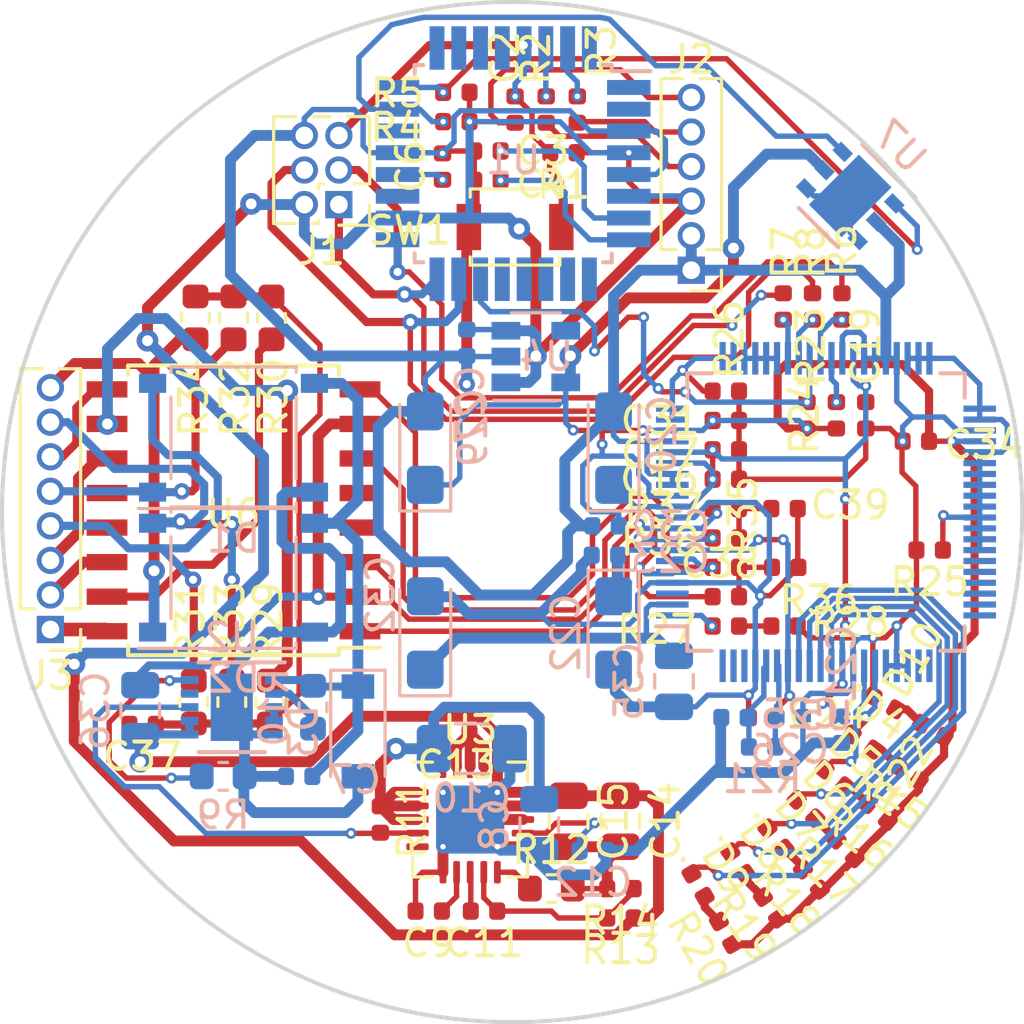
<source format=kicad_pcb>
(kicad_pcb (version 20171130) (host pcbnew "(5.0.0)")
  (title_block (title "PoE PIR Motion") (date 2019-04-22) (rev V1.0) (comment 1 @Crisap94))
  (layers (0 F.Cu signal) (31 B.Cu signal) (34 B.Paste user hide) (35 F.Paste user) (36 B.SilkS user) (37 F.SilkS user hide) (38 B.Mask user) (39 F.Mask user) (44 Edge.Cuts user))
  (net 0 "")
  (net 1 Earth)
  (net 2 /Atmega/5V)
  (net 3 "Net-(C2-Pad1)")
  (net 4 /Atmega/RESET)
  (net 5 /Atmega/XTAL1)
  (net 6 /Atmega/XTAL2)
  (net 7 "Net-(C6-Pad1)")
  (net 8 "Net-(C7-Pad2)")
  (net 9 "/Buck Converter/VCC")
  (net 10 "Net-(C10-Pad1)")
  (net 11 "Net-(C9-Pad1)")
  (net 12 "/Buck Converter/FEEDBACK")
  (net 13 "Net-(C11-Pad2)")
  (net 14 "Net-(C12-Pad1)")
  (net 15 "Net-(C13-Pad2)")
  (net 16 "Net-(C13-Pad1)")
  (net 17 "/Ethernet Controller/1V8D")
  (net 18 "/Ethernet Controller/1V8A")
  (net 19 GNDA)
  (net 20 "/Ethernet Controller/XTLP")
  (net 21 "/Ethernet Controller/XTLN")
  (net 22 +3V3)
  (net 23 "/Ethernet Controller/3V3A")
  (net 24 "Net-(C36-Pad1)")
  (net 25 "Net-(C37-Pad1)")
  (net 26 "Net-(C38-Pad2)")
  (net 27 "Net-(C39-Pad2)")
  (net 28 "/PoE PD/VC1")
  (net 29 "/PoE PD/VC2")
  (net 30 "/PoE PD/VC4")
  (net 31 "/PoE PD/VC3")
  (net 32 "Net-(D4-Pad2)")
  (net 33 "/Ethernet Controller/LINK_LED")
  (net 34 "/Ethernet Controller/SPD_LED")
  (net 35 "Net-(D5-Pad2)")
  (net 36 "Net-(D6-Pad2)")
  (net 37 "/Ethernet Controller/FDX_LED")
  (net 38 "/Ethernet Controller/COL_LED")
  (net 39 "Net-(D7-Pad2)")
  (net 40 "Net-(D8-Pad2)")
  (net 41 "/Ethernet Controller/RX_LED")
  (net 42 "/Ethernet Controller/TX_LED")
  (net 43 "Net-(D9-Pad2)")
  (net 44 /Atmega/D12)
  (net 45 /Atmega/D13)
  (net 46 /Atmega/D11)
  (net 47 /Atmega/RX)
  (net 48 /Atmega/TX)
  (net 49 "/Ethernet Controller/TX+")
  (net 50 /Atmega/SCL)
  (net 51 /Atmega/SDA)
  (net 52 /Atmega/SCK)
  (net 53 /Atmega/MISO)
  (net 54 /Atmega/MOSI)
  (net 55 "Net-(R9-Pad1)")
  (net 56 "Net-(R10-Pad2)")
  (net 57 "/Buck Converter/EN-UVLO")
  (net 58 "Net-(R12-Pad1)")
  (net 59 "/Ethernet Controller/SCS")
  (net 60 "Net-(R24-Pad2)")
  (net 61 "Net-(R25-Pad1)")
  (net 62 "Net-(R26-Pad1)")
  (net 63 "Net-(R27-Pad2)")
  (net 64 "Net-(R27-Pad1)")
  (net 65 "Net-(R29-Pad1)")
  (net 66 "Net-(R30-Pad1)")
  (net 67 "/Ethernet Controller/RD-")
  (net 68 "/Ethernet Controller/RD+")
  (net 69 "/Ethernet Controller/TD-")
  (net 70 "Net-(J3-Pad1)")
  (net 71 "Net-(J3-Pad2)")
  (net 72 "Net-(J3-Pad3)")
  (net 73 "Net-(J3-Pad6)")
  (net 74 "Net-(R2-Pad2)")
  (net 75 "Net-(R3-Pad2)")
  (net 76 "Net-(D10-Pad2)")
  (module Capacitor_SMD:C_0402_1005Metric (layer F.Cu) (at 149.86 32.7025 90)
    (fp_text reference C2 (at 1.905 -0.381 90) (layer F.SilkS))
    (fp_text value 0.1uF)
    (pad 1 smd roundrect (at -0.485 0 90) (size 0.59 0.64) (layers F.Cu F.Paste F.Mask) (net 3 "Net-(C2-Pad1)"))
    (pad 2 smd roundrect (at 0.485 0 90) (size 0.59 0.64) (layers F.Cu F.Paste F.Mask) (net 4 /Atmega/RESET))
  )
  (module Capacitor_SMD:C_0402_1005Metric (layer F.Cu) (at 148.844 34.2265)
    (fp_text reference C3 (at 2.032 0) (layer F.SilkS))
    (fp_text value 22pF)
    (pad 1 smd roundrect (at -0.485 0) (size 0.59 0.64) (layers F.Cu F.Paste F.Mask) (net 1 Earth))
    (pad 2 smd roundrect (at 0.485 0) (size 0.59 0.64) (layers F.Cu F.Paste F.Mask) (net 5 /Atmega/XTAL1))
  )
  (module Capacitor_SMD:C_0402_1005Metric (layer F.Cu) (at 148.844 35.306)
    (fp_text reference C4 (at 2.032 0.127) (layer F.SilkS))
    (fp_text value 22pF)
    (pad 2 smd roundrect (at 0.485 0) (size 0.59 0.64) (layers F.Cu F.Paste F.Mask) (net 6 /Atmega/XTAL2))
    (pad 1 smd roundrect (at -0.485 0) (size 0.59 0.64) (layers F.Cu F.Paste F.Mask) (net 1 Earth))
  )
  (module Capacitor_SMD:C_0402_1005Metric (layer F.Cu) (at 147.193 34.798 90)
    (fp_text reference C6 (at 0 -1.17 90) (layer F.SilkS))
    (fp_text value 0.1uF)
    (pad 1 smd roundrect (at -0.485 0 90) (size 0.59 0.64) (layers F.Cu F.Paste F.Mask) (net 7 "Net-(C6-Pad1)"))
    (pad 2 smd roundrect (at 0.485 0 90) (size 0.59 0.64) (layers F.Cu F.Paste F.Mask) (net 1 Earth))
  )
  (module Capacitor_SMD:C_0402_1005Metric (layer B.Cu) (at 141.9225 57.2135 180)
    (fp_text reference C7 (at -2.032 -0.127 180) (layer B.SilkS) (effects (justify mirror)))
    (fp_text value 0.1uF)
    (pad 2 smd roundrect (at 0.485 0 180) (size 0.59 0.64) (layers B.Cu B.Paste B.Mask) (net 8 "Net-(C7-Pad2)"))
    (pad 1 smd roundrect (at -0.485 0 180) (size 0.59 0.64) (layers B.Cu B.Paste B.Mask) (net 9 "/Buck Converter/VCC"))
  )
  (module Capacitor_SMD:C_0805_2012Metric (layer B.Cu) (at 150.749 58.9915 270)
    (fp_text reference C8 (at 0 1.65 270) (layer B.SilkS) (effects (justify mirror)))
    (fp_text value 22uF)
    (pad 1 smd roundrect (at -0.9375 0 270) (size 0.975 1.4) (layers B.Cu B.Paste B.Mask) (net 10 "Net-(C10-Pad1)"))
    (pad 2 smd roundrect (at 0.9375 0 270) (size 0.975 1.4) (layers B.Cu B.Paste B.Mask) (net 1 Earth))
  )
  (module Capacitor_SMD:C_1206_3216Metric (layer B.Cu) (at 148.2695 56.1975)
    (fp_text reference C10 (at 0 1.82) (layer B.SilkS) (effects (justify mirror)))
    (fp_text value 2.2uF)
    (pad 1 smd roundrect (at -1.4 0) (size 1.25 1.75) (layers B.Cu B.Paste B.Mask) (roundrect_rratio 0.2) (net 10 "Net-(C10-Pad1)"))
    (pad 2 smd roundrect (at 1.4 0) (size 1.25 1.75) (layers B.Cu B.Paste B.Mask) (roundrect_rratio 0.2) (net 1 Earth))
  )
  (module Capacitor_SMD:C_0402_1005Metric (layer B.Cu) (at 152.7175 59.944)
    (fp_text reference C12 (at 0 1.17) (layer B.SilkS) (effects (justify mirror)))
    (fp_text value 2.2uF)
    (pad 1 smd roundrect (at -0.485 0) (size 0.59 0.64) (layers B.Cu B.Paste B.Mask) (net 14 "Net-(C12-Pad1)"))
    (pad 2 smd roundrect (at 0.485 0) (size 0.59 0.64) (layers B.Cu B.Paste B.Mask) (net 1 Earth))
  )
  (module Capacitor_SMD:C_0402_1005Metric (layer F.Cu) (at 147.701 55.626 180)
    (fp_text reference C13 (at 0 -1.17 180) (layer F.SilkS))
    (fp_text value 2.2uF)
    (pad 2 smd roundrect (at 0.485 0 180) (size 0.59 0.64) (layers F.Cu F.Paste F.Mask) (net 15 "Net-(C13-Pad2)"))
    (pad 1 smd roundrect (at -0.485 0 180) (size 0.59 0.64) (layers F.Cu F.Paste F.Mask) (net 16 "Net-(C13-Pad1)"))
  )
  (module Capacitor_SMD:C_0805_2012Metric (layer F.Cu) (at 153.7335 58.8645 270)
    (fp_text reference C14 (at 0 -1.65 270) (layer F.SilkS))
    (fp_text value 22uF)
    (pad 2 smd roundrect (at 0.9375 0 270) (size 0.975 1.4) (layers F.Cu F.Paste F.Mask) (net 1 Earth))
    (pad 1 smd roundrect (at -0.9375 0 270) (size 0.975 1.4) (layers F.Cu F.Paste F.Mask) (net 2 /Atmega/5V))
  )
  (module Capacitor_SMD:C_0805_2012Metric (layer F.Cu) (at 151.8285 58.8645 270)
    (fp_text reference C15 (at 0 -1.65 270) (layer F.SilkS))
    (fp_text value 22uF)
    (pad 1 smd roundrect (at -0.9375 0 270) (size 0.975 1.4) (layers F.Cu F.Paste F.Mask) (net 2 /Atmega/5V))
    (pad 2 smd roundrect (at 0.9375 0 270) (size 0.975 1.4) (layers F.Cu F.Paste F.Mask) (net 1 Earth))
  )
  (module Capacitor_SMD:C_0402_1005Metric (layer F.Cu) (at 157.607 46.2915)
    (fp_text reference C16 (at -2.436 0) (layer F.SilkS))
    (fp_text value 0.1uF)
    (pad 1 smd roundrect (at -0.485 0) (size 0.59 0.64) (layers F.Cu F.Paste F.Mask) (net 17 "/Ethernet Controller/1V8D"))
    (pad 2 smd roundrect (at 0.485 0) (size 0.59 0.64) (layers F.Cu F.Paste F.Mask) (net 1 Earth))
  )
  (module Capacitor_SMD:C_0402_1005Metric (layer F.Cu) (at 157.607 45.212)
    (fp_text reference C17 (at -2.413 0.127) (layer F.SilkS))
    (fp_text value 0.1uF)
    (pad 2 smd roundrect (at 0.485 0) (size 0.59 0.64) (layers F.Cu F.Paste F.Mask) (net 1 Earth))
    (pad 1 smd roundrect (at -0.485 0) (size 0.59 0.64) (layers F.Cu F.Paste F.Mask) (net 17 "/Ethernet Controller/1V8D"))
  )
  (module Capacitor_SMD:C_0402_1005Metric (layer F.Cu) (at 162.7505 43.942 270)
    (fp_text reference C19 (at -2.54 0 270) (layer F.SilkS))
    (fp_text value 0.1uF)
    (pad 1 smd roundrect (at -0.485 0 270) (size 0.59 0.64) (layers F.Cu F.Paste F.Mask) (net 17 "/Ethernet Controller/1V8D"))
    (pad 2 smd roundrect (at 0.485 0 270) (size 0.59 0.64) (layers F.Cu F.Paste F.Mask) (net 1 Earth))
  )
  (module Capacitor_Tantalum_SMD:CP_EIA-3216-18_Kemet-A (layer B.Cu) (at 153.4795 45.1485 90)
    (fp_text reference C20 (at 0.508 1.778 90) (layer B.SilkS) (effects (justify mirror)))
    (fp_text value 10uF/16v)
    (pad 1 smd roundrect (at -1.35 0 90) (size 1.4 1.35) (layers B.Cu B.Paste B.Mask) (roundrect_rratio 0.185185) (net 17 "/Ethernet Controller/1V8D"))
    (pad 2 smd roundrect (at 1.35 0 90) (size 1.4 1.35) (layers B.Cu B.Paste B.Mask) (roundrect_rratio 0.185185) (net 1 Earth))
  )
  (module Capacitor_SMD:C_0402_1005Metric (layer B.Cu) (at 161.8615 55.499 270)
    (fp_text reference C21 (at -2.413 0 270) (layer B.SilkS) (effects (justify mirror)))
    (fp_text value 0.1uF)
    (pad 2 smd roundrect (at 0.485 0 270) (size 0.59 0.64) (layers B.Cu B.Paste B.Mask) (net 1 Earth))
    (pad 1 smd roundrect (at -0.485 0 270) (size 0.59 0.64) (layers B.Cu B.Paste B.Mask) (net 17 "/Ethernet Controller/1V8D"))
  )
  (module Capacitor_Tantalum_SMD:CP_EIA-3216-18_Kemet-A (layer B.Cu) (at 153.4795 51.943 270)
    (fp_text reference C22 (at 0 1.75 270) (layer B.SilkS) (effects (justify mirror)))
    (fp_text value 10uF/16v)
    (pad 1 smd roundrect (at -1.35 0 270) (size 1.4 1.35) (layers B.Cu B.Paste B.Mask) (roundrect_rratio 0.185185) (net 18 "/Ethernet Controller/1V8A"))
    (pad 2 smd roundrect (at 1.35 0 270) (size 1.4 1.35) (layers B.Cu B.Paste B.Mask) (roundrect_rratio 0.185185) (net 19 GNDA))
  )
  (module Capacitor_SMD:C_0402_1005Metric (layer B.Cu) (at 153.162 49.0855 180)
    (fp_text reference C23 (at -2.413 -0.127 180) (layer B.SilkS) (effects (justify mirror)))
    (fp_text value 0.1uF)
    (pad 1 smd roundrect (at -0.485 0 180) (size 0.59 0.64) (layers B.Cu B.Paste B.Mask) (net 18 "/Ethernet Controller/1V8A"))
    (pad 2 smd roundrect (at 0.485 0 180) (size 0.59 0.64) (layers B.Cu B.Paste B.Mask) (net 19 GNDA))
  )
  (module Capacitor_SMD:C_0402_1005Metric (layer F.Cu) (at 158.9405 55.0545 180)
    (fp_text reference C24 (at -2.39 0.127 180) (layer F.SilkS))
    (fp_text value 0.1uF)
    (pad 2 smd roundrect (at 0.485 0 180) (size 0.59 0.64) (layers F.Cu F.Paste F.Mask) (net 19 GNDA))
    (pad 1 smd roundrect (at -0.485 0 180) (size 0.59 0.64) (layers F.Cu F.Paste F.Mask) (net 18 "/Ethernet Controller/1V8A"))
  )
  (module Capacitor_SMD:C_0402_1005Metric (layer B.Cu) (at 157.9245 55.0545 180)
    (fp_text reference C25 (at -2.413 0.127 180) (layer B.SilkS) (effects (justify mirror)))
    (fp_text value 13pF)
    (pad 1 smd roundrect (at -0.485 0 180) (size 0.59 0.64) (layers B.Cu B.Paste B.Mask) (net 20 "/Ethernet Controller/XTLP"))
    (pad 2 smd roundrect (at 0.485 0 180) (size 0.59 0.64) (layers B.Cu B.Paste B.Mask) (net 1 Earth))
  )
  (module Capacitor_SMD:C_0402_1005Metric (layer B.Cu) (at 159.9565 55.0545)
    (fp_text reference C26 (at 0 1.17) (layer B.SilkS) (effects (justify mirror)))
    (fp_text value 13pF)
    (pad 2 smd roundrect (at 0.485 0) (size 0.59 0.64) (layers B.Cu B.Paste B.Mask) (net 1 Earth))
    (pad 1 smd roundrect (at -0.485 0) (size 0.59 0.64) (layers B.Cu B.Paste B.Mask) (net 21 "/Ethernet Controller/XTLN"))
  )
  (module Capacitor_SMD:C_0402_1005Metric (layer B.Cu) (at 148.082 41.275 270)
    (fp_text reference C27 (at 2.286 -0.127 270) (layer B.SilkS) (effects (justify mirror)))
    (fp_text value 0.1uF)
    (pad 2 smd roundrect (at 0.485 0 270) (size 0.59 0.64) (layers B.Cu B.Paste B.Mask) (net 1 Earth))
    (pad 1 smd roundrect (at -0.485 0 270) (size 0.59 0.64) (layers B.Cu B.Paste B.Mask) (net 2 /Atmega/5V))
  )
  (module Capacitor_Tantalum_SMD:CP_EIA-3216-18_Kemet-A (layer B.Cu) (at 146.558 45.1485 90)
    (fp_text reference C29 (at 0.762 1.75 90) (layer B.SilkS) (effects (justify mirror)))
    (fp_text value 10uF/16v)
    (pad 2 smd roundrect (at 1.35 0 90) (size 1.4 1.35) (layers B.Cu B.Paste B.Mask) (roundrect_rratio 0.185185) (net 1 Earth))
    (pad 1 smd roundrect (at -1.35 0 90) (size 1.4 1.35) (layers B.Cu B.Paste B.Mask) (roundrect_rratio 0.185185) (net 22 +3V3))
  )
  (module Capacitor_SMD:C_0402_1005Metric (layer B.Cu) (at 153.185 48.006 180)
    (fp_text reference C30 (at -2.413 0 180) (layer B.SilkS) (effects (justify mirror)))
    (fp_text value 0.1uF)
    (pad 1 smd roundrect (at -0.485 0 180) (size 0.59 0.64) (layers B.Cu B.Paste B.Mask) (net 22 +3V3))
    (pad 2 smd roundrect (at 0.485 0 180) (size 0.59 0.64) (layers B.Cu B.Paste B.Mask) (net 1 Earth))
  )
  (module Capacitor_SMD:C_0402_1005Metric (layer F.Cu) (at 157.607 44.1325)
    (fp_text reference C31 (at -2.413 0) (layer F.SilkS))
    (fp_text value 0.1uF)
    (pad 2 smd roundrect (at 0.485 0) (size 0.59 0.64) (layers F.Cu F.Paste F.Mask) (net 1 Earth))
    (pad 1 smd roundrect (at -0.485 0) (size 0.59 0.64) (layers F.Cu F.Paste F.Mask) (net 22 +3V3))
  )
  (module Capacitor_Tantalum_SMD:CP_EIA-3216-18_Kemet-A (layer B.Cu) (at 146.558 51.943 90)
    (fp_text reference C32 (at 1.397 -1.651 90) (layer B.SilkS) (effects (justify mirror)))
    (fp_text value 10uF/16v)
    (pad 1 smd roundrect (at -1.35 0 90) (size 1.4 1.35) (layers B.Cu B.Paste B.Mask) (roundrect_rratio 0.185185) (net 23 "/Ethernet Controller/3V3A"))
    (pad 2 smd roundrect (at 1.35 0 90) (size 1.4 1.35) (layers B.Cu B.Paste B.Mask) (roundrect_rratio 0.185185) (net 19 GNDA))
  )
  (module Capacitor_SMD:C_0402_1005Metric (layer F.Cu) (at 164.592 44.8945 180)
    (fp_text reference C34 (at -2.517 -0.127 180) (layer F.SilkS))
    (fp_text value 0.1uF)
    (pad 2 smd roundrect (at 0.485 0 180) (size 0.59 0.64) (layers F.Cu F.Paste F.Mask) (net 1 Earth))
    (pad 1 smd roundrect (at -0.485 0 180) (size 0.59 0.64) (layers F.Cu F.Paste F.Mask) (net 22 +3V3))
  )
  (module Capacitor_SMD:C_0805_2012Metric (layer B.Cu) (at 155.702 53.721 270)
    (fp_text reference C35 (at 0 1.65 270) (layer B.SilkS) (effects (justify mirror)))
    (fp_text value 100pF)
    (pad 2 smd roundrect (at 0.9375 0 270) (size 0.975 1.4) (layers B.Cu B.Paste B.Mask) (net 19 GNDA))
    (pad 1 smd roundrect (at -0.9375 0 270) (size 0.975 1.4) (layers B.Cu B.Paste B.Mask) (net 23 "/Ethernet Controller/3V3A"))
  )
  (module Capacitor_SMD:C_0805_2012Metric (layer B.Cu) (at 136.0805 54.8005 270)
    (fp_text reference C36 (at 0 1.65 270) (layer B.SilkS) (effects (justify mirror)))
    (fp_text value 100pF)
    (pad 1 smd roundrect (at -0.9375 0 270) (size 0.975 1.4) (layers B.Cu B.Paste B.Mask) (net 24 "Net-(C36-Pad1)"))
    (pad 2 smd roundrect (at 0.9375 0 270) (size 0.975 1.4) (layers B.Cu B.Paste B.Mask) (net 1 Earth))
  )
  (module Capacitor_SMD:C_0402_1005Metric (layer F.Cu) (at 136.167 55.3085 180)
    (fp_text reference C37 (at 0 -1.17 180) (layer F.SilkS))
    (fp_text value 0.1uF)
    (pad 1 smd roundrect (at -0.485 0 180) (size 0.59 0.64) (layers F.Cu F.Paste F.Mask) (net 25 "Net-(C37-Pad1)"))
    (pad 2 smd roundrect (at 0.485 0 180) (size 0.59 0.64) (layers F.Cu F.Paste F.Mask))
  )
  (module Capacitor_SMD:C_0402_1005Metric (layer F.Cu) (at 159.789 49.53 180)
    (fp_text reference C38 (at 2.39 0.127 180) (layer F.SilkS))
    (fp_text value 0.1uF)
    (pad 1 smd roundrect (at -0.485 0 180) (size 0.59 0.64) (layers F.Cu F.Paste F.Mask) (net 19 GNDA))
    (pad 2 smd roundrect (at 0.485 0 180) (size 0.59 0.64) (layers F.Cu F.Paste F.Mask) (net 26 "Net-(C38-Pad2)"))
  )
  (module Capacitor_SMD:C_0402_1005Metric (layer F.Cu) (at 159.766 47.371 180)
    (fp_text reference C39 (at -2.413 0.127 180) (layer F.SilkS))
    (fp_text value 0.1uF)
    (pad 1 smd roundrect (at -0.485 0 180) (size 0.59 0.64) (layers F.Cu F.Paste F.Mask) (net 19 GNDA))
    (pad 2 smd roundrect (at 0.485 0 180) (size 0.59 0.64) (layers F.Cu F.Paste F.Mask) (net 27 "Net-(C39-Pad2)"))
  )
  (module Diode_SMD:Diode_Bridge_Diotec_ABS (layer B.Cu) (at 139.5095 44.7675)
    (fp_text reference D1 (at 0 3.7) (layer B.SilkS) (effects (justify mirror)))
    (fp_text value MB6S)
    (pad 4 smd rect (at 2.975 2) (size 1 0.7) (layers B.Cu B.Paste B.Mask) (net 8 "Net-(C7-Pad2)"))
    (pad 3 smd rect (at 2.975 -2) (size 1 0.7) (layers B.Cu B.Paste B.Mask) (net 9 "/Buck Converter/VCC"))
    (pad 2 smd rect (at -2.975 -2) (size 1 0.7) (layers B.Cu B.Paste B.Mask) (net 28 "/PoE PD/VC1"))
    (pad 1 smd rect (at -2.975 2) (size 1 0.7) (layers B.Cu B.Paste B.Mask) (net 29 "/PoE PD/VC2"))
  )
  (module Diode_SMD:Diode_Bridge_Diotec_ABS (layer B.Cu) (at 139.5095 49.911)
    (fp_text reference D2 (at 0 3.7) (layer B.SilkS) (effects (justify mirror)))
    (fp_text value MB6S)
    (pad 1 smd rect (at -2.975 2) (size 1 0.7) (layers B.Cu B.Paste B.Mask) (net 30 "/PoE PD/VC4"))
    (pad 2 smd rect (at -2.975 -2) (size 1 0.7) (layers B.Cu B.Paste B.Mask) (net 31 "/PoE PD/VC3"))
    (pad 3 smd rect (at 2.975 -2) (size 1 0.7) (layers B.Cu B.Paste B.Mask) (net 9 "/Buck Converter/VCC"))
    (pad 4 smd rect (at 2.975 2) (size 1 0.7) (layers B.Cu B.Paste B.Mask) (net 8 "Net-(C7-Pad2)"))
  )
  (module Diode_SMD:D_SOD-123 (layer B.Cu) (at 144.0815 55.5625 270)
    (fp_text reference D3 (at 0 2 270) (layer B.SilkS) (effects (justify mirror)))
    (fp_text value 58V)
    (pad 1 smd rect (at -1.65 0 270) (size 0.9 1.2) (layers B.Cu B.Paste B.Mask) (net 9 "/Buck Converter/VCC"))
    (pad 2 smd rect (at 1.65 0 270) (size 0.9 1.2) (layers B.Cu B.Paste B.Mask) (net 8 "Net-(C7-Pad2)"))
  )
  (module LED_SMD:LED_0402_1005Metric (layer F.Cu) (at 162.640311 55.952266 325)
    (fp_text reference D4 (at 0 -1.17 325) (layer F.SilkS))
    (fp_text value LED)
    (pad 2 smd roundrect (at 0.485 0 325) (size 0.59 0.64) (layers F.Cu F.Paste F.Mask) (net 32 "Net-(D4-Pad2)"))
    (pad 1 smd roundrect (at -0.485 0 325) (size 0.59 0.64) (layers F.Cu F.Paste F.Mask) (net 33 "/Ethernet Controller/LINK_LED"))
  )
  (module LED_SMD:LED_0402_1005Metric (layer F.Cu) (at 161.60547 57.269532 320)
    (fp_text reference D5 (at 0 -1.17 320) (layer F.SilkS))
    (fp_text value LED)
    (pad 1 smd roundrect (at -0.485 0 320) (size 0.59 0.64) (layers F.Cu F.Paste F.Mask) (net 34 "/Ethernet Controller/SPD_LED"))
    (pad 2 smd roundrect (at 0.485 0 320) (size 0.59 0.64) (layers F.Cu F.Paste F.Mask) (net 35 "Net-(D5-Pad2)"))
  )
  (module LED_SMD:LED_0402_1005Metric (layer F.Cu) (at 160.551269 58.417374 315)
    (fp_text reference D6 (at 0 -1.17 315) (layer F.SilkS))
    (fp_text value LED)
    (pad 2 smd roundrect (at 0.485 0 315) (size 0.59 0.64) (layers F.Cu F.Paste F.Mask) (net 36 "Net-(D6-Pad2)"))
    (pad 1 smd roundrect (at -0.485 0 315) (size 0.59 0.64) (layers F.Cu F.Paste F.Mask) (net 37 "/Ethernet Controller/FDX_LED"))
  )
  (module LED_SMD:LED_0402_1005Metric (layer F.Cu) (at 159.4485 59.4995 310)
    (fp_text reference D7 (at 0 -1.17 310) (layer F.SilkS))
    (fp_text value LED)
    (pad 1 smd roundrect (at -0.485 0 310) (size 0.59 0.64) (layers F.Cu F.Paste F.Mask) (net 38 "/Ethernet Controller/COL_LED"))
    (pad 2 smd roundrect (at 0.485 0 310) (size 0.59 0.64) (layers F.Cu F.Paste F.Mask) (net 39 "Net-(D7-Pad2)"))
  )
  (module LED_SMD:LED_0402_1005Metric (layer F.Cu) (at 158.0515 60.398778 305)
    (fp_text reference D8 (at 0 -1.17 305) (layer F.SilkS))
    (fp_text value LED)
    (pad 2 smd roundrect (at 0.485 0 305) (size 0.59 0.64) (layers F.Cu F.Paste F.Mask) (net 40 "Net-(D8-Pad2)"))
    (pad 1 smd roundrect (at -0.485 0 305) (size 0.59 0.64) (layers F.Cu F.Paste F.Mask) (net 41 "/Ethernet Controller/RX_LED"))
  )
  (module LED_SMD:LED_0402_1005Metric (layer F.Cu) (at 156.588228 61.214 300)
    (fp_text reference D9 (at 0 -1.17 300) (layer F.SilkS))
    (fp_text value LED)
    (pad 1 smd roundrect (at -0.485 0 300) (size 0.59 0.64) (layers F.Cu F.Paste F.Mask) (net 42 "/Ethernet Controller/TX_LED"))
    (pad 2 smd roundrect (at 0.485 0 300) (size 0.59 0.64) (layers F.Cu F.Paste F.Mask) (net 43 "Net-(D9-Pad2)"))
  )
  (module LED_SMD:LED_0402_1005Metric (layer F.Cu) (at 163.431542 54.50698 330)
    (fp_text reference D10 (at 0.127 -1.905 240) (layer F.SilkS))
    (fp_text value pwr)
    (pad 1 smd roundrect (at -0.485 0 330) (size 0.59 0.64) (layers F.Cu F.Paste F.Mask) (net 1 Earth))
    (pad 2 smd roundrect (at 0.485 0 330) (size 0.59 0.64) (layers F.Cu F.Paste F.Mask) (net 76 "Net-(D10-Pad2)"))
  )
  (module Connector_PinHeader_1.27mm:PinHeader_2x03_P1.27mm_Vertical (layer F.Cu) (at 143.383 36.195 180)
    (fp_text reference J1 (at 0.635 -1.695 180) (layer F.SilkS))
    (fp_text value AVR-ISP-6)
    (pad 1 thru_hole rect (at 0 0 180) (size 1 1) (drill 0.65) (layers *.Cu *.Mask) (net 44 /Atmega/D12))
    (pad 2 thru_hole oval (at 1.27 0 180) (size 1 1) (drill 0.65) (layers *.Cu *.Mask) (net 2 /Atmega/5V))
    (pad 3 thru_hole oval (at 0 1.27 180) (size 1 1) (drill 0.65) (layers *.Cu *.Mask) (net 45 /Atmega/D13))
    (pad 4 thru_hole oval (at 1.27 1.27 180) (size 1 1) (drill 0.65) (layers *.Cu *.Mask) (net 46 /Atmega/D11))
    (pad 5 thru_hole oval (at 0 2.54 180) (size 1 1) (drill 0.65) (layers *.Cu *.Mask) (net 4 /Atmega/RESET))
    (pad 6 thru_hole oval (at 1.27 2.54 180) (size 1 1) (drill 0.65) (layers *.Cu *.Mask) (net 1 Earth))
  )
  (module Resistor_SMD:R_0603_1608Metric (layer B.Cu) (at 139.1285 57.2135)
    (fp_text reference R9 (at 0 1.43) (layer B.SilkS) (effects (justify mirror)))
    (fp_text value 619)
    (pad 1 smd roundrect (at -0.7875 0) (size 0.875 0.95) (layers B.Cu B.Paste B.Mask) (net 55 "Net-(R9-Pad1)"))
    (pad 2 smd roundrect (at 0.7875 0) (size 0.875 0.95) (layers B.Cu B.Paste B.Mask) (net 8 "Net-(C7-Pad2)"))
  )
  (module Resistor_SMD:R_0603_1608Metric (layer B.Cu) (at 142.4305 54.6735 270)
    (fp_text reference R10 (at 0 1.43 270) (layer B.SilkS) (effects (justify mirror)))
    (fp_text value 24k9)
    (pad 2 smd roundrect (at 0.7875 0 270) (size 0.875 0.95) (layers B.Cu B.Paste B.Mask) (net 56 "Net-(R10-Pad2)"))
    (pad 1 smd roundrect (at -0.7875 0 270) (size 0.875 0.95) (layers B.Cu B.Paste B.Mask) (net 9 "/Buck Converter/VCC"))
  )
  (module Resistor_SMD:R_0603_1608Metric (layer F.Cu) (at 151.1935 61.341)
    (fp_text reference R12 (at 0 -1.43) (layer F.SilkS))
    (fp_text value 68K)
    (pad 2 smd roundrect (at 0.7875 0) (size 0.875 0.95) (layers F.Cu F.Paste F.Mask) (net 1 Earth))
    (pad 1 smd roundrect (at -0.7875 0) (size 0.875 0.95) (layers F.Cu F.Paste F.Mask) (net 58 "Net-(R12-Pad1)"))
  )
  (module Resistor_SMD:R_0402_1005Metric (layer F.Cu) (at 164.3076 57.095266 145)
    (fp_text reference R15 (at 0 -1.17 145) (layer F.SilkS))
    (fp_text value 470)
    (pad 2 smd roundrect (at 0.485 0 145) (size 0.59 0.64) (layers F.Cu F.Paste F.Mask) (net 32 "Net-(D4-Pad2)"))
    (pad 1 smd roundrect (at -0.485 0 145) (size 0.59 0.64) (layers F.Cu F.Paste F.Mask) (net 22 +3V3))
  )
  (module Resistor_SMD:R_0402_1005Metric (layer F.Cu) (at 163.19297 58.539532 140)
    (fp_text reference R16 (at 0 -1.17 140) (layer F.SilkS))
    (fp_text value 470)
    (pad 2 smd roundrect (at 0.485 0 140) (size 0.59 0.64) (layers F.Cu F.Paste F.Mask) (net 35 "Net-(D5-Pad2)"))
    (pad 1 smd roundrect (at -0.485 0 140) (size 0.59 0.64) (layers F.Cu F.Paste F.Mask) (net 22 +3V3))
  )
  (module Resistor_SMD:R_0402_1005Metric (layer F.Cu) (at 162.011769 59.877874 135)
    (fp_text reference R17 (at 0 -1.17 135) (layer F.SilkS))
    (fp_text value 470)
    (pad 2 smd roundrect (at 0.485 0 135) (size 0.59 0.64) (layers F.Cu F.Paste F.Mask) (net 36 "Net-(D6-Pad2)"))
    (pad 1 smd roundrect (at -0.485 0 135) (size 0.59 0.64) (layers F.Cu F.Paste F.Mask) (net 22 +3V3))
  )
  (module Resistor_SMD:R_0402_1005Metric (layer F.Cu) (at 160.755731 61.008617 130)
    (fp_text reference R18 (at 0 -1.17 130) (layer F.SilkS))
    (fp_text value 470)
    (pad 1 smd roundrect (at -0.485 0 130) (size 0.59 0.64) (layers F.Cu F.Paste F.Mask) (net 22 +3V3))
    (pad 2 smd roundrect (at 0.485 0 130) (size 0.59 0.64) (layers F.Cu F.Paste F.Mask) (net 39 "Net-(D7-Pad2)"))
  )
  (module Resistor_SMD:R_0402_1005Metric (layer F.Cu) (at 159.248642 62.049778 125)
    (fp_text reference R19 (at 0 -1.17 125) (layer F.SilkS))
    (fp_text value 470)
    (pad 2 smd roundrect (at 0.485 0 125) (size 0.59 0.64) (layers F.Cu F.Paste F.Mask) (net 40 "Net-(D8-Pad2)"))
    (pad 1 smd roundrect (at -0.485 0 125) (size 0.59 0.64) (layers F.Cu F.Paste F.Mask) (net 22 +3V3))
  )
  (module Resistor_SMD:R_0402_1005Metric (layer F.Cu) (at 157.5955 62.967522 120)
    (fp_text reference R20 (at 0 -1.17 120) (layer F.SilkS))
    (fp_text value 470)
    (pad 1 smd roundrect (at -0.485 0 120) (size 0.59 0.64) (layers F.Cu F.Paste F.Mask) (net 22 +3V3))
    (pad 2 smd roundrect (at 0.485 0 120) (size 0.59 0.64) (layers F.Cu F.Paste F.Mask) (net 43 "Net-(D9-Pad2)"))
  )
  (module Resistor_SMD:R_0402_1005Metric (layer B.Cu) (at 158.9405 56.134)
    (fp_text reference R21 (at 0 1.17) (layer B.SilkS) (effects (justify mirror)))
    (fp_text value 1M)
    (pad 1 smd roundrect (at -0.485 0) (size 0.59 0.64) (layers B.Cu B.Paste B.Mask) (net 20 "/Ethernet Controller/XTLP"))
    (pad 2 smd roundrect (at 0.485 0) (size 0.59 0.64) (layers B.Cu B.Paste B.Mask) (net 21 "/Ethernet Controller/XTLN"))
  )
  (module Resistor_SMD:R_0402_1005Metric (layer F.Cu) (at 165.209542 55.52298 330)
    (fp_text reference R22 (at -0.127 1.905 240) (layer F.SilkS))
    (fp_text value 470)
    (pad 2 smd roundrect (at 0.485 0 330) (size 0.59 0.64) (layers F.Cu F.Paste F.Mask) (net 22 +3V3))
    (pad 1 smd roundrect (at -0.485 0 330) (size 0.59 0.64) (layers F.Cu F.Paste F.Mask) (net 76 "Net-(D10-Pad2)"))
  )
  (module Resistor_SMD:R_0402_1005Metric (layer F.Cu) (at 160.5915 43.942 90)
    (fp_text reference R23 (at 2.54 0.127 90) (layer F.SilkS))
    (fp_text value 4k7)
    (pad 2 smd roundrect (at 0.485 0 90) (size 0.59 0.64) (layers F.Cu F.Paste F.Mask) (net 59 "/Ethernet Controller/SCS"))
    (pad 1 smd roundrect (at -0.485 0 90) (size 0.59 0.64) (layers F.Cu F.Paste F.Mask) (net 22 +3V3))
  )
  (module Resistor_SMD:R_0402_1005Metric (layer F.Cu) (at 161.671 43.942 90)
    (fp_text reference R24 (at 0 -1.17 90) (layer F.SilkS))
    (fp_text value 4k7)
    (pad 2 smd roundrect (at 0.485 0 90) (size 0.59 0.64) (layers F.Cu F.Paste F.Mask) (net 60 "Net-(R24-Pad2)"))
    (pad 1 smd roundrect (at -0.485 0 90) (size 0.59 0.64) (layers F.Cu F.Paste F.Mask) (net 22 +3V3))
  )
  (module Resistor_SMD:R_0402_1005Metric (layer F.Cu) (at 165.1 48.895 180)
    (fp_text reference R25 (at 0 -1.17 180) (layer F.SilkS))
    (fp_text value 4k7)
    (pad 1 smd roundrect (at -0.485 0 180) (size 0.59 0.64) (layers F.Cu F.Paste F.Mask) (net 61 "Net-(R25-Pad1)"))
    (pad 2 smd roundrect (at 0.485 0 180) (size 0.59 0.64) (layers F.Cu F.Paste F.Mask) (net 1 Earth))
  )
  (module Resistor_SMD:R_0402_1005Metric (layer F.Cu) (at 157.607 43.053)
    (fp_text reference R26 (at 0.127 -1.905 90) (layer F.SilkS))
    (fp_text value 4k7)
    (pad 2 smd roundrect (at 0.485 0) (size 0.59 0.64) (layers F.Cu F.Paste F.Mask) (net 1 Earth))
    (pad 1 smd roundrect (at -0.485 0) (size 0.59 0.64) (layers F.Cu F.Paste F.Mask) (net 62 "Net-(R26-Pad1)"))
  )
  (module Resistor_SMD:R_0402_1005Metric (layer F.Cu) (at 157.607 51.689)
    (fp_text reference R27 (at -2.54 0.127) (layer F.SilkS))
    (fp_text value 12k)
    (pad 2 smd roundrect (at 0.485 0) (size 0.59 0.64) (layers F.Cu F.Paste F.Mask) (net 63 "Net-(R27-Pad2)"))
    (pad 1 smd roundrect (at -0.485 0) (size 0.59 0.64) (layers F.Cu F.Paste F.Mask) (net 64 "Net-(R27-Pad1)"))
  )
  (module Resistor_SMD:R_0402_1005Metric (layer F.Cu) (at 159.766 51.689)
    (fp_text reference R28 (at 2.413 -0.127) (layer F.SilkS))
    (fp_text value 300)
    (pad 1 smd roundrect (at -0.485 0) (size 0.59 0.64) (layers F.Cu F.Paste F.Mask) (net 63 "Net-(R27-Pad2)"))
    (pad 2 smd roundrect (at 0.485 0) (size 0.59 0.64) (layers F.Cu F.Paste F.Mask) (net 1 Earth))
  )
  (module Resistor_SMD:R_0402_1005Metric (layer F.Cu) (at 157.607 49.53 180)
    (fp_text reference R35 (at -0.635 1.905 270) (layer F.SilkS))
    (fp_text value 49.9)
    (pad 1 smd roundrect (at -0.485 0 180) (size 0.59 0.64) (layers F.Cu F.Paste F.Mask) (net 26 "Net-(C38-Pad2)"))
    (pad 2 smd roundrect (at 0.485 0 180) (size 0.59 0.64) (layers F.Cu F.Paste F.Mask) (net 67 "/Ethernet Controller/RD-"))
  )
  (module Resistor_SMD:R_0402_1005Metric (layer F.Cu) (at 157.607 50.6095 180)
    (fp_text reference R36 (at -3.429 -0.127 180) (layer F.SilkS))
    (fp_text value 49.9)
    (pad 1 smd roundrect (at -0.485 0 180) (size 0.59 0.64) (layers F.Cu F.Paste F.Mask) (net 26 "Net-(C38-Pad2)"))
    (pad 2 smd roundrect (at 0.485 0 180) (size 0.59 0.64) (layers F.Cu F.Paste F.Mask) (net 68 "/Ethernet Controller/RD+"))
  )
  (module Resistor_SMD:R_0402_1005Metric (layer F.Cu) (at 157.607 47.371 180)
    (fp_text reference R37 (at 2.286 0 180) (layer F.SilkS))
    (fp_text value 49.9)
    (pad 1 smd roundrect (at -0.485 0 180) (size 0.59 0.64) (layers F.Cu F.Paste F.Mask) (net 27 "Net-(C39-Pad2)"))
    (pad 2 smd roundrect (at 0.485 0 180) (size 0.59 0.64) (layers F.Cu F.Paste F.Mask) (net 69 "/Ethernet Controller/TD-"))
  )
  (module Resistor_SMD:R_0402_1005Metric (layer F.Cu) (at 157.607 48.4505 180)
    (fp_text reference R38 (at 2.413 -0.127 180) (layer F.SilkS))
    (fp_text value 49.9)
    (pad 1 smd roundrect (at -0.485 0 180) (size 0.59 0.64) (layers F.Cu F.Paste F.Mask) (net 27 "Net-(C39-Pad2)"))
    (pad 2 smd roundrect (at 0.485 0 180) (size 0.59 0.64) (layers F.Cu F.Paste F.Mask) (net 49 "/Ethernet Controller/TX+"))
  )
  (module Button_Switch_SMD:SW_SPST_B3U-1000P (layer F.Cu) (at 149.86 37.0205)
    (fp_text reference SW1 (at -3.888 0.127) (layer F.SilkS))
    (fp_text value Reset)
    (pad 1 smd rect (at -1.7 0) (size 0.9 1.7) (layers F.Cu F.Paste F.Mask) (net 1 Earth))
    (pad 2 smd rect (at 1.7 0) (size 0.9 1.7) (layers F.Cu F.Paste F.Mask) (net 4 /Atmega/RESET))
  )
  (module Package_QFP:TQFP-32_7x7mm_P0.8mm (layer B.Cu) (at 149.790449 34.689914 180)
    (fp_text reference U1 (at 0 0.127 180) (layer B.SilkS) (effects (justify mirror)))
    (fp_text value ATmega328P-AU)
    (pad 1 smd rect (at -4.25 2.8 180) (size 1.6 0.55) (layers B.Cu B.Paste B.Mask))
    (pad 2 smd rect (at -4.25 2 180) (size 1.6 0.55) (layers B.Cu B.Paste B.Mask))
    (pad 3 smd rect (at -4.25 1.2 180) (size 1.6 0.55) (layers B.Cu B.Paste B.Mask) (net 1 Earth))
    (pad 4 smd rect (at -4.25 0.4 180) (size 1.6 0.55) (layers B.Cu B.Paste B.Mask) (net 2 /Atmega/5V))
    (pad 5 smd rect (at -4.25 -0.4 180) (size 1.6 0.55) (layers B.Cu B.Paste B.Mask) (net 1 Earth))
    (pad 6 smd rect (at -4.25 -1.2 180) (size 1.6 0.55) (layers B.Cu B.Paste B.Mask) (net 2 /Atmega/5V))
    (pad 7 smd rect (at -4.25 -2 180) (size 1.6 0.55) (layers B.Cu B.Paste B.Mask) (net 5 /Atmega/XTAL1))
    (pad 8 smd rect (at -4.25 -2.8 180) (size 1.6 0.55) (layers B.Cu B.Paste B.Mask) (net 6 /Atmega/XTAL2))
    (pad 9 smd rect (at -2.8 -4.25 90) (size 1.6 0.55) (layers B.Cu B.Paste B.Mask))
    (pad 10 smd rect (at -2 -4.25 90) (size 1.6 0.55) (layers B.Cu B.Paste B.Mask))
    (pad 11 smd rect (at -1.2 -4.25 90) (size 1.6 0.55) (layers B.Cu B.Paste B.Mask))
    (pad 12 smd rect (at -0.4 -4.25 90) (size 1.6 0.55) (layers B.Cu B.Paste B.Mask))
    (pad 13 smd rect (at 0.4 -4.25 90) (size 1.6 0.55) (layers B.Cu B.Paste B.Mask))
    (pad 14 smd rect (at 1.2 -4.25 90) (size 1.6 0.55) (layers B.Cu B.Paste B.Mask) (net 59 "/Ethernet Controller/SCS"))
    (pad 15 smd rect (at 2 -4.25 90) (size 1.6 0.55) (layers B.Cu B.Paste B.Mask) (net 46 /Atmega/D11))
    (pad 16 smd rect (at 2.8 -4.25 90) (size 1.6 0.55) (layers B.Cu B.Paste B.Mask) (net 44 /Atmega/D12))
    (pad 17 smd rect (at 4.25 -2.8 180) (size 1.6 0.55) (layers B.Cu B.Paste B.Mask) (net 45 /Atmega/D13))
    (pad 18 smd rect (at 4.25 -2 180) (size 1.6 0.55) (layers B.Cu B.Paste B.Mask) (net 2 /Atmega/5V))
    (pad 19 smd rect (at 4.25 -1.2 180) (size 1.6 0.55) (layers B.Cu B.Paste B.Mask))
    (pad 20 smd rect (at 4.25 -0.4 180) (size 1.6 0.55) (layers B.Cu B.Paste B.Mask) (net 7 "Net-(C6-Pad1)"))
    (pad 21 smd rect (at 4.25 0.4 180) (size 1.6 0.55) (layers B.Cu B.Paste B.Mask) (net 1 Earth))
    (pad 22 smd rect (at 4.25 1.2 180) (size 1.6 0.55) (layers B.Cu B.Paste B.Mask))
    (pad 23 smd rect (at 4.25 2 180) (size 1.6 0.55) (layers B.Cu B.Paste B.Mask) (net 50 /Atmega/SCL))
    (pad 24 smd rect (at 4.25 2.8 180) (size 1.6 0.55) (layers B.Cu B.Paste B.Mask) (net 51 /Atmega/SDA))
    (pad 25 smd rect (at 2.8 4.25 90) (size 1.6 0.55) (layers B.Cu B.Paste B.Mask))
    (pad 26 smd rect (at 2 4.25 90) (size 1.6 0.55) (layers B.Cu B.Paste B.Mask))
    (pad 27 smd rect (at 1.2 4.25 90) (size 1.6 0.55) (layers B.Cu B.Paste B.Mask))
    (pad 28 smd rect (at 0.4 4.25 90) (size 1.6 0.55) (layers B.Cu B.Paste B.Mask))
    (pad 29 smd rect (at -0.4 4.25 90) (size 1.6 0.55) (layers B.Cu B.Paste B.Mask) (net 4 /Atmega/RESET))
    (pad 30 smd rect (at -1.2 4.25 90) (size 1.6 0.55) (layers B.Cu B.Paste B.Mask) (net 74 "Net-(R2-Pad2)"))
    (pad 31 smd rect (at -2 4.25 90) (size 1.6 0.55) (layers B.Cu B.Paste B.Mask) (net 75 "Net-(R3-Pad2)"))
    (pad 32 smd rect (at -2.8 4.25 90) (size 1.6 0.55) (layers B.Cu B.Paste B.Mask))
  )
  (module Package_DFN_QFN:DFN-10-1EP_3x3mm_P0.5mm_EP1.55x2.48mm (layer B.Cu) (at 139.446 54.6735 180)
    (fp_text reference U2 (at 0 2.575 180) (layer B.SilkS) (effects (justify mirror)))
    (fp_text value MAX5969BETB+)
    (pad 1 smd rect (at -1.55 1 180) (size 0.65 0.3) (layers B.Cu B.Paste B.Mask) (net 9 "/Buck Converter/VCC"))
    (pad 2 smd rect (at -1.55 0.5 180) (size 0.65 0.3) (layers B.Cu B.Paste B.Mask) (net 56 "Net-(R10-Pad2)"))
    (pad 3 smd rect (at -1.55 0 180) (size 0.65 0.3) (layers B.Cu B.Paste B.Mask))
    (pad 4 smd rect (at -1.55 -0.5 180) (size 0.65 0.3) (layers B.Cu B.Paste B.Mask))
    (pad 5 smd rect (at -1.55 -1 180) (size 0.65 0.3) (layers B.Cu B.Paste B.Mask) (net 8 "Net-(C7-Pad2)"))
    (pad 6 smd rect (at 1.55 -1 180) (size 0.65 0.3) (layers B.Cu B.Paste B.Mask) (net 1 Earth))
    (pad 7 smd rect (at 1.55 -0.5 180) (size 0.65 0.3) (layers B.Cu B.Paste B.Mask) (net 1 Earth))
    (pad 8 smd rect (at 1.55 0 180) (size 0.65 0.3) (layers B.Cu B.Paste B.Mask) (net 57 "/Buck Converter/EN-UVLO"))
    (pad 9 smd rect (at 1.55 0.5 180) (size 0.65 0.3) (layers B.Cu B.Paste B.Mask))
    (pad 10 smd rect (at 1.55 1 180) (size 0.65 0.3) (layers B.Cu B.Paste B.Mask) (net 55 "Net-(R9-Pad1)"))
    (pad 11 smd rect (at 0 0 180) (size 1.55 2.48) (layers B.Cu B.Mask) (net 8 "Net-(C7-Pad2)"))
  )
  (module Package_DFN_QFN:QFN-20-1EP_4x4mm_P0.5mm_EP2.5x2.5mm_ThermalVias (layer F.Cu) (at 148.209 58.801)
    (fp_text reference U3 (at 0 -3.3) (layer F.SilkS))
    (fp_text value MAX17503ATP+T)
    (pad 21 smd roundrect (at 0 0) (size 2.5 2.5) (layers F.Cu F.Mask) (roundrect_rratio 0.1) (net 1 Earth))
    (pad 21 thru_hole circle (at -1 -1) (size 0.5 0.5) (drill 0.2) (layers *.Cu) (net 1 Earth))
    (pad 21 thru_hole circle (at 1 -1) (size 0.5 0.5) (drill 0.2) (layers *.Cu) (net 1 Earth))
    (pad 21 thru_hole circle (at -1 1) (size 0.5 0.5) (drill 0.2) (layers *.Cu) (net 1 Earth))
    (pad 21 thru_hole circle (at 1 1) (size 0.5 0.5) (drill 0.2) (layers *.Cu) (net 1 Earth))
    (pad 21 smd roundrect (at 0 0) (size 2.5 2.5) (layers B.Cu) (roundrect_rratio 0.1) (net 1 Earth))
    (pad 1 smd roundrect (at -1.9375 -1) (size 0.825 0.25) (layers F.Cu F.Paste F.Mask) (net 10 "Net-(C10-Pad1)"))
    (pad 2 smd roundrect (at -1.9375 -0.5) (size 0.825 0.25) (layers F.Cu F.Paste F.Mask) (net 10 "Net-(C10-Pad1)"))
    (pad 3 smd roundrect (at -1.9375 0) (size 0.825 0.25) (layers F.Cu F.Paste F.Mask) (net 10 "Net-(C10-Pad1)"))
    (pad 4 smd roundrect (at -1.9375 0.5) (size 0.825 0.25) (layers F.Cu F.Paste F.Mask) (net 57 "/Buck Converter/EN-UVLO"))
    (pad 5 smd roundrect (at -1.9375 1) (size 0.825 0.25) (layers F.Cu F.Paste F.Mask))
    (pad 6 smd roundrect (at -1 1.9375) (size 0.25 0.825) (layers F.Cu F.Paste F.Mask) (net 1 Earth))
    (pad 7 smd roundrect (at -0.5 1.9375) (size 0.25 0.825) (layers F.Cu F.Paste F.Mask) (net 11 "Net-(C9-Pad1)"))
    (pad 8 smd roundrect (at 0 1.9375) (size 0.25 0.825) (layers F.Cu F.Paste F.Mask) (net 13 "Net-(C11-Pad2)"))
    (pad 9 smd roundrect (at 0.5 1.9375) (size 0.25 0.825) (layers F.Cu F.Paste F.Mask) (net 12 "/Buck Converter/FEEDBACK"))
    (pad 10 smd roundrect (at 1 1.9375) (size 0.25 0.825) (layers F.Cu F.Paste F.Mask) (net 58 "Net-(R12-Pad1)"))
    (pad 11 smd roundrect (at 1.9375 1) (size 0.825 0.25) (layers F.Cu F.Paste F.Mask) (net 1 Earth))
    (pad 12 smd roundrect (at 1.9375 0.5) (size 0.825 0.25) (layers F.Cu F.Paste F.Mask) (net 14 "Net-(C12-Pad1)"))
    (pad 13 smd roundrect (at 1.9375 0) (size 0.825 0.25) (layers F.Cu F.Paste F.Mask) (net 1 Earth))
    (pad 14 smd roundrect (at 1.9375 -0.5) (size 0.825 0.25) (layers F.Cu F.Paste F.Mask) (net 1 Earth))
    (pad 15 smd roundrect (at 1.9375 -1) (size 0.825 0.25) (layers F.Cu F.Paste F.Mask) (net 1 Earth))
    (pad 16 smd roundrect (at 1 -1.9375) (size 0.25 0.825) (layers F.Cu F.Paste F.Mask) (net 1 Earth))
    (pad 17 smd roundrect (at 0.5 -1.9375) (size 0.25 0.825) (layers F.Cu F.Paste F.Mask) (net 16 "Net-(C13-Pad1)"))
    (pad 18 smd roundrect (at 0 -1.9375) (size 0.25 0.825) (layers F.Cu F.Paste F.Mask) (net 16 "Net-(C13-Pad1)"))
    (pad 19 smd roundrect (at -0.5 -1.9375) (size 0.25 0.825) (layers F.Cu F.Paste F.Mask) (net 16 "Net-(C13-Pad1)"))
    (pad 20 smd roundrect (at -1 -1.9375) (size 0.25 0.825) (layers F.Cu F.Paste F.Mask) (net 15 "Net-(C13-Pad2)"))
  )
  (module Package_DFN_QFN:DFN-6-1EP_3x3mm_P0.95mm_EP1.7x2.6mm (layer B.Cu) (at 162.179 35.8775 135)
    (fp_text reference U7 (at 0 2.575 135) (layer B.SilkS) (effects (justify mirror)))
    (fp_text value SHT21D)
    (pad 1 smd rect (at -1.340001 0.95 135) (size 0.63 0.45) (layers B.Cu B.Paste B.Mask) (net 51 /Atmega/SDA))
    (pad 2 smd rect (at -1.34 0 135) (size 0.63 0.45) (layers B.Cu B.Paste B.Mask) (net 1 Earth))
    (pad 3 smd rect (at -1.340001 -0.95 135) (size 0.63 0.45) (layers B.Cu B.Paste B.Mask))
    (pad 4 smd rect (at 1.340001 -0.95 135) (size 0.63 0.45) (layers B.Cu B.Paste B.Mask))
    (pad 5 smd rect (at 1.34 0 135) (size 0.63 0.45) (layers B.Cu B.Paste B.Mask) (net 22 +3V3))
    (pad 6 smd rect (at 1.340001 0.95 135) (size 0.63 0.45) (layers B.Cu B.Paste B.Mask) (net 50 /Atmega/SCL))
    (pad 7 smd rect (at 0 0 135) (size 1.7 2.6) (layers B.Cu B.Mask))
  )
  (module Package_QFP:LQFP-80_10x10mm_P0.4mm (layer B.Cu) (at 161.29 47.498)
    (fp_text reference U5 (at 0 7.5) (layer B.SilkS) (effects (justify mirror)))
    (fp_text value W5100)
    (pad 1 smd rect (at -5.65 3.8 270) (size 0.23 1.2) (layers B.Cu B.Paste B.Mask) (net 64 "Net-(R27-Pad1)"))
    (pad 2 smd rect (at -5.65 3.4 270) (size 0.23 1.2) (layers B.Cu B.Paste B.Mask) (net 23 "/Ethernet Controller/3V3A"))
    (pad 3 smd rect (at -5.65 3 270) (size 0.23 1.2) (layers B.Cu B.Paste B.Mask))
    (pad 4 smd rect (at -5.65 2.6 270) (size 0.23 1.2) (layers B.Cu B.Paste B.Mask) (net 19 GNDA))
    (pad 5 smd rect (at -5.65 2.2 270) (size 0.23 1.2) (layers B.Cu B.Paste B.Mask) (net 68 "/Ethernet Controller/RD+"))
    (pad 6 smd rect (at -5.65 1.8 270) (size 0.23 1.2) (layers B.Cu B.Paste B.Mask) (net 67 "/Ethernet Controller/RD-"))
    (pad 7 smd rect (at -5.65 1.4 270) (size 0.23 1.2) (layers B.Cu B.Paste B.Mask) (net 18 "/Ethernet Controller/1V8A"))
    (pad 8 smd rect (at -5.65 1 270) (size 0.23 1.2) (layers B.Cu B.Paste B.Mask) (net 49 "/Ethernet Controller/TX+"))
    (pad 9 smd rect (at -5.65 0.6 270) (size 0.23 1.2) (layers B.Cu B.Paste B.Mask) (net 69 "/Ethernet Controller/TD-"))
    (pad 10 smd rect (at -5.65 0.2 270) (size 0.23 1.2) (layers B.Cu B.Paste B.Mask) (net 19 GNDA))
    (pad 11 smd rect (at -5.65 -0.2 270) (size 0.23 1.2) (layers B.Cu B.Paste B.Mask) (net 17 "/Ethernet Controller/1V8D"))
    (pad 12 smd rect (at -5.65 -0.6 270) (size 0.23 1.2) (layers B.Cu B.Paste B.Mask) (net 22 +3V3))
    (pad 13 smd rect (at -5.65 -1 270) (size 0.23 1.2) (layers B.Cu B.Paste B.Mask) (net 1 Earth))
    (pad 14 smd rect (at -5.65 -1.4 270) (size 0.23 1.2) (layers B.Cu B.Paste B.Mask) (net 1 Earth))
    (pad 15 smd rect (at -5.65 -1.8 270) (size 0.23 1.2) (layers B.Cu B.Paste B.Mask) (net 17 "/Ethernet Controller/1V8D"))
    (pad 16 smd rect (at -5.65 -2.2 270) (size 0.23 1.2) (layers B.Cu B.Paste B.Mask) (net 17 "/Ethernet Controller/1V8D"))
    (pad 17 smd rect (at -5.65 -2.6 270) (size 0.23 1.2) (layers B.Cu B.Paste B.Mask) (net 1 Earth))
    (pad 18 smd rect (at -5.65 -3 270) (size 0.23 1.2) (layers B.Cu B.Paste B.Mask) (net 22 +3V3))
    (pad 19 smd rect (at -5.65 -3.4 270) (size 0.23 1.2) (layers B.Cu B.Paste B.Mask) (net 62 "Net-(R26-Pad1)"))
    (pad 20 smd rect (at -5.65 -3.8 270) (size 0.23 1.2) (layers B.Cu B.Paste B.Mask) (net 62 "Net-(R26-Pad1)"))
    (pad 21 smd rect (at -3.8 -5.65) (size 0.23 1.2) (layers B.Cu B.Paste B.Mask) (net 62 "Net-(R26-Pad1)"))
    (pad 22 smd rect (at -3.4 -5.65) (size 0.23 1.2) (layers B.Cu B.Paste B.Mask) (net 62 "Net-(R26-Pad1)"))
    (pad 23 smd rect (at -3 -5.65) (size 0.23 1.2) (layers B.Cu B.Paste B.Mask) (net 62 "Net-(R26-Pad1)"))
    (pad 24 smd rect (at -2.6 -5.65) (size 0.23 1.2) (layers B.Cu B.Paste B.Mask) (net 62 "Net-(R26-Pad1)"))
    (pad 25 smd rect (at -2.2 -5.65) (size 0.23 1.2) (layers B.Cu B.Paste B.Mask) (net 62 "Net-(R26-Pad1)"))
    (pad 26 smd rect (at -1.8 -5.65) (size 0.23 1.2) (layers B.Cu B.Paste B.Mask) (net 62 "Net-(R26-Pad1)"))
    (pad 27 smd rect (at -1.4 -5.65) (size 0.23 1.2) (layers B.Cu B.Paste B.Mask) (net 53 /Atmega/MISO))
    (pad 28 smd rect (at -1 -5.65) (size 0.23 1.2) (layers B.Cu B.Paste B.Mask) (net 54 /Atmega/MOSI))
    (pad 29 smd rect (at -0.6 -5.65) (size 0.23 1.2) (layers B.Cu B.Paste B.Mask) (net 59 "/Ethernet Controller/SCS"))
    (pad 30 smd rect (at -0.2 -5.65) (size 0.23 1.2) (layers B.Cu B.Paste B.Mask) (net 52 /Atmega/SCK))
    (pad 31 smd rect (at 0.2 -5.65) (size 0.23 1.2) (layers B.Cu B.Paste B.Mask) (net 60 "Net-(R24-Pad2)"))
    (pad 32 smd rect (at 0.6 -5.65) (size 0.23 1.2) (layers B.Cu B.Paste B.Mask) (net 1 Earth))
    (pad 33 smd rect (at 1 -5.65) (size 0.23 1.2) (layers B.Cu B.Paste B.Mask) (net 17 "/Ethernet Controller/1V8D"))
    (pad 34 smd rect (at 1.4 -5.65) (size 0.23 1.2) (layers B.Cu B.Paste B.Mask) (net 1 Earth))
    (pad 35 smd rect (at 1.8 -5.65) (size 0.23 1.2) (layers B.Cu B.Paste B.Mask) (net 1 Earth))
    (pad 36 smd rect (at 2.2 -5.65) (size 0.23 1.2) (layers B.Cu B.Paste B.Mask) (net 1 Earth))
    (pad 37 smd rect (at 2.6 -5.65) (size 0.23 1.2) (layers B.Cu B.Paste B.Mask) (net 1 Earth))
    (pad 38 smd rect (at 3 -5.65) (size 0.23 1.2) (layers B.Cu B.Paste B.Mask) (net 61 "Net-(R25-Pad1)"))
    (pad 39 smd rect (at 3.4 -5.65) (size 0.23 1.2) (layers B.Cu B.Paste B.Mask) (net 61 "Net-(R25-Pad1)"))
    (pad 40 smd rect (at 3.8 -5.65) (size 0.23 1.2) (layers B.Cu B.Paste B.Mask) (net 61 "Net-(R25-Pad1)"))
    (pad 41 smd rect (at 5.65 -3.8 270) (size 0.23 1.2) (layers B.Cu B.Paste B.Mask) (net 61 "Net-(R25-Pad1)"))
    (pad 42 smd rect (at 5.65 -3.4 270) (size 0.23 1.2) (layers B.Cu B.Paste B.Mask) (net 61 "Net-(R25-Pad1)"))
    (pad 43 smd rect (at 5.65 -3 270) (size 0.23 1.2) (layers B.Cu B.Paste B.Mask) (net 1 Earth))
    (pad 44 smd rect (at 5.65 -2.6 270) (size 0.23 1.2) (layers B.Cu B.Paste B.Mask) (net 22 +3V3))
    (pad 45 smd rect (at 5.65 -2.2 270) (size 0.23 1.2) (layers B.Cu B.Paste B.Mask) (net 61 "Net-(R25-Pad1)"))
    (pad 46 smd rect (at 5.65 -1.8 270) (size 0.23 1.2) (layers B.Cu B.Paste B.Mask) (net 61 "Net-(R25-Pad1)"))
    (pad 47 smd rect (at 5.65 -1.4 270) (size 0.23 1.2) (layers B.Cu B.Paste B.Mask) (net 61 "Net-(R25-Pad1)"))
    (pad 48 smd rect (at 5.65 -1 270) (size 0.23 1.2) (layers B.Cu B.Paste B.Mask) (net 61 "Net-(R25-Pad1)"))
    (pad 49 smd rect (at 5.65 -0.6 270) (size 0.23 1.2) (layers B.Cu B.Paste B.Mask) (net 61 "Net-(R25-Pad1)"))
    (pad 50 smd rect (at 5.65 -0.2 270) (size 0.23 1.2) (layers B.Cu B.Paste B.Mask) (net 61 "Net-(R25-Pad1)"))
    (pad 51 smd rect (at 5.65 0.2 270) (size 0.23 1.2) (layers B.Cu B.Paste B.Mask) (net 61 "Net-(R25-Pad1)"))
    (pad 52 smd rect (at 5.65 0.6 270) (size 0.23 1.2) (layers B.Cu B.Paste B.Mask) (net 61 "Net-(R25-Pad1)"))
    (pad 53 smd rect (at 5.65 1 270) (size 0.23 1.2) (layers B.Cu B.Paste B.Mask) (net 61 "Net-(R25-Pad1)"))
    (pad 54 smd rect (at 5.65 1.4 270) (size 0.23 1.2) (layers B.Cu B.Paste B.Mask) (net 61 "Net-(R25-Pad1)"))
    (pad 55 smd rect (at 5.65 1.8 270) (size 0.23 1.2) (layers B.Cu B.Paste B.Mask))
    (pad 56 smd rect (at 5.65 2.2 270) (size 0.23 1.2) (layers B.Cu B.Paste B.Mask))
    (pad 57 smd rect (at 5.65 2.6 270) (size 0.23 1.2) (layers B.Cu B.Paste B.Mask))
    (pad 58 smd rect (at 5.65 3 270) (size 0.23 1.2) (layers B.Cu B.Paste B.Mask))
    (pad 59 smd rect (at 5.65 3.4 270) (size 0.23 1.2) (layers B.Cu B.Paste B.Mask))
    (pad 60 smd rect (at 5.65 3.8 270) (size 0.23 1.2) (layers B.Cu B.Paste B.Mask))
    (pad 61 smd rect (at 3.8 5.65) (size 0.23 1.2) (layers B.Cu B.Paste B.Mask))
    (pad 62 smd rect (at 3.4 5.65) (size 0.23 1.2) (layers B.Cu B.Paste B.Mask))
    (pad 63 smd rect (at 3 5.65) (size 0.23 1.2) (layers B.Cu B.Paste B.Mask) (net 1 Earth))
    (pad 64 smd rect (at 2.6 5.65) (size 0.23 1.2) (layers B.Cu B.Paste B.Mask) (net 1 Earth))
    (pad 65 smd rect (at 2.2 5.65) (size 0.23 1.2) (layers B.Cu B.Paste B.Mask) (net 1 Earth))
    (pad 66 smd rect (at 1.8 5.65) (size 0.23 1.2) (layers B.Cu B.Paste B.Mask) (net 33 "/Ethernet Controller/LINK_LED"))
    (pad 67 smd rect (at 1.4 5.65) (size 0.23 1.2) (layers B.Cu B.Paste B.Mask) (net 34 "/Ethernet Controller/SPD_LED"))
    (pad 68 smd rect (at 1 5.65) (size 0.23 1.2) (layers B.Cu B.Paste B.Mask) (net 1 Earth))
    (pad 69 smd rect (at 0.6 5.65) (size 0.23 1.2) (layers B.Cu B.Paste B.Mask) (net 17 "/Ethernet Controller/1V8D"))
    (pad 70 smd rect (at 0.2 5.65) (size 0.23 1.2) (layers B.Cu B.Paste B.Mask) (net 37 "/Ethernet Controller/FDX_LED"))
    (pad 71 smd rect (at -0.2 5.65) (size 0.23 1.2) (layers B.Cu B.Paste B.Mask) (net 38 "/Ethernet Controller/COL_LED"))
    (pad 72 smd rect (at -0.6 5.65) (size 0.23 1.2) (layers B.Cu B.Paste B.Mask) (net 41 "/Ethernet Controller/RX_LED"))
    (pad 73 smd rect (at -1 5.65) (size 0.23 1.2) (layers B.Cu B.Paste B.Mask) (net 42 "/Ethernet Controller/TX_LED"))
    (pad 74 smd rect (at -1.4 5.65) (size 0.23 1.2) (layers B.Cu B.Paste B.Mask) (net 18 "/Ethernet Controller/1V8A"))
    (pad 75 smd rect (at -1.8 5.65) (size 0.23 1.2) (layers B.Cu B.Paste B.Mask) (net 21 "/Ethernet Controller/XTLN"))
    (pad 76 smd rect (at -2.2 5.65) (size 0.23 1.2) (layers B.Cu B.Paste B.Mask) (net 20 "/Ethernet Controller/XTLP"))
    (pad 77 smd rect (at -2.6 5.65) (size 0.23 1.2) (layers B.Cu B.Paste B.Mask) (net 19 GNDA))
    (pad 78 smd rect (at -3 5.65) (size 0.23 1.2) (layers B.Cu B.Paste B.Mask))
    (pad 79 smd rect (at -3.4 5.65) (size 0.23 1.2) (layers B.Cu B.Paste B.Mask))
    (pad 80 smd rect (at -3.8 5.65) (size 0.23 1.2) (layers B.Cu B.Paste B.Mask))
  )
  (module Package_TO_SOT_SMD:SOT-23-5 (layer B.Cu) (at 150.622 41.783)
    (fp_text reference U4 (at 0.381 0) (layer B.SilkS) (effects (justify mirror)))
    (fp_text value RT9013-XXX)
    (pad 1 smd rect (at -1.1 0.95) (size 1.06 0.65) (layers B.Cu B.Paste B.Mask) (net 2 /Atmega/5V))
    (pad 2 smd rect (at -1.1 0) (size 1.06 0.65) (layers B.Cu B.Paste B.Mask) (net 1 Earth))
    (pad 3 smd rect (at -1.1 -0.95) (size 1.06 0.65) (layers B.Cu B.Paste B.Mask) (net 2 /Atmega/5V))
    (pad 4 smd rect (at 1.1 -0.95) (size 1.06 0.65) (layers B.Cu B.Paste B.Mask))
    (pad 5 smd rect (at 1.1 0.95) (size 1.06 0.65) (layers B.Cu B.Paste B.Mask) (net 22 +3V3))
  )
  (module Resistor_SMD:R_0402_1005Metric (layer F.Cu) (at 151.638 34.29 180)
    (fp_text reference R1 (at 0 -1.17 180) (layer F.SilkS))
    (fp_text value 1k)
    (pad 1 smd roundrect (at -0.485 0 180) (size 0.59 0.64) (layers F.Cu F.Paste F.Mask) (net 2 /Atmega/5V))
    (pad 2 smd roundrect (at 0.485 0 180) (size 0.59 0.64) (layers F.Cu F.Paste F.Mask) (net 4 /Atmega/RESET))
  )
  (module Resistor_SMD:R_0402_1005Metric (layer F.Cu) (at 151.003 32.7025 90)
    (fp_text reference R2 (at 1.882 -0.381 90) (layer F.SilkS))
    (fp_text value 1k)
    (pad 2 smd roundrect (at 0.485 0 90) (size 0.59 0.64) (layers F.Cu F.Paste F.Mask) (net 74 "Net-(R2-Pad2)"))
    (pad 1 smd roundrect (at -0.485 0 90) (size 0.59 0.64) (layers F.Cu F.Paste F.Mask) (net 47 /Atmega/RX))
  )
  (module Resistor_SMD:R_0402_1005Metric (layer F.Cu) (at 152.146 32.7025 90)
    (fp_text reference R3 (at 2.136 0.889 90) (layer F.SilkS))
    (fp_text value 1k)
    (pad 1 smd roundrect (at -0.485 0 90) (size 0.59 0.64) (layers F.Cu F.Paste F.Mask) (net 48 /Atmega/TX))
    (pad 2 smd roundrect (at 0.485 0 90) (size 0.59 0.64) (layers F.Cu F.Paste F.Mask) (net 75 "Net-(R3-Pad2)"))
  )
  (module Resistor_SMD:R_0402_1005Metric (layer F.Cu) (at 147.701 33.147)
    (fp_text reference R4 (at -2.188051 0.219436) (layer F.SilkS))
    (fp_text value 4k7)
    (pad 1 smd roundrect (at -0.485 0) (size 0.59 0.64) (layers F.Cu F.Paste F.Mask) (net 50 /Atmega/SCL))
    (pad 2 smd roundrect (at 0.485 0) (size 0.59 0.64) (layers F.Cu F.Paste F.Mask) (net 2 /Atmega/5V))
  )
  (module Resistor_SMD:R_0402_1005Metric (layer F.Cu) (at 147.701 32.0675)
    (fp_text reference R5 (at -2.165051 0.028936) (layer F.SilkS))
    (fp_text value 4k7)
    (pad 2 smd roundrect (at 0.485 0) (size 0.59 0.64) (layers F.Cu F.Paste F.Mask) (net 2 /Atmega/5V))
    (pad 1 smd roundrect (at -0.485 0) (size 0.59 0.64) (layers F.Cu F.Paste F.Mask) (net 51 /Atmega/SDA))
  )
  (module Resistor_SMD:R_0402_1005Metric (layer F.Cu) (at 161.8742 39.9415 90)
    (fp_text reference R6 (at 2.055 0 90) (layer F.SilkS))
    (fp_text value 1k)
    (pad 2 smd roundrect (at 0.485 0 90) (size 0.59 0.64) (layers F.Cu F.Paste F.Mask) (net 45 /Atmega/D13))
    (pad 1 smd roundrect (at -0.485 0 90) (size 0.59 0.64) (layers F.Cu F.Paste F.Mask) (net 52 /Atmega/SCK))
  )
  (module Resistor_SMD:R_0402_1005Metric (layer F.Cu) (at 159.7152 39.9415 90)
    (fp_text reference R7 (at 1.987414 0.120949 90) (layer F.SilkS))
    (fp_text value 1k)
    (pad 2 smd roundrect (at 0.485 0 90) (size 0.59 0.64) (layers F.Cu F.Paste F.Mask) (net 44 /Atmega/D12))
    (pad 1 smd roundrect (at -0.485 0 90) (size 0.59 0.64) (layers F.Cu F.Paste F.Mask) (net 53 /Atmega/MISO))
  )
  (module Resistor_SMD:R_0402_1005Metric (layer F.Cu) (at 160.7947 39.9415 90)
    (fp_text reference R8 (at 1.987414 -0.069551 90) (layer F.SilkS))
    (fp_text value 1k)
    (pad 1 smd roundrect (at -0.485 0 90) (size 0.59 0.64) (layers F.Cu F.Paste F.Mask) (net 54 /Atmega/MOSI))
    (pad 2 smd roundrect (at 0.485 0 90) (size 0.59 0.64) (layers F.Cu F.Paste F.Mask) (net 46 /Atmega/D11))
  )
  (module Resistor_SMD:R_0603_1608Metric (layer F.Cu) (at 140.843 54.483 270)
    (fp_text reference R29 (at -2.9845 0.0635 270) (layer F.SilkS))
    (fp_text value 75)
    (pad 1 smd roundrect (at -0.7875 0 270) (size 0.875 0.95) (layers F.Cu F.Paste F.Mask) (net 65 "Net-(R29-Pad1)"))
    (pad 2 smd roundrect (at 0.7875 0 270) (size 0.875 0.95) (layers F.Cu F.Paste F.Mask) (net 25 "Net-(C37-Pad1)"))
  )
  (module Resistor_SMD:R_0603_1608Metric (layer F.Cu) (at 140.9065 40.3605 90)
    (fp_text reference R30 (at -2.921 0.0635 90) (layer F.SilkS))
    (fp_text value 75)
    (pad 2 smd roundrect (at 0.7875 0 90) (size 0.875 0.95) (layers F.Cu F.Paste F.Mask) (net 25 "Net-(C37-Pad1)"))
    (pad 1 smd roundrect (at -0.7875 0 90) (size 0.875 0.95) (layers F.Cu F.Paste F.Mask) (net 66 "Net-(R30-Pad1)"))
  )
  (module Resistor_SMD:R_0603_1608Metric (layer F.Cu) (at 138.049 54.483 270)
    (fp_text reference R31 (at -2.9845 0.127 270) (layer F.SilkS))
    (fp_text value 75)
    (pad 2 smd roundrect (at 0.7875 0 270) (size 0.875 0.95) (layers F.Cu F.Paste F.Mask) (net 25 "Net-(C37-Pad1)"))
    (pad 1 smd roundrect (at -0.7875 0 270) (size 0.875 0.95) (layers F.Cu F.Paste F.Mask) (net 28 "/PoE PD/VC1"))
  )
  (module Resistor_SMD:R_0603_1608Metric (layer F.Cu) (at 139.5095 40.3605 90)
    (fp_text reference R32 (at -2.921 0.0635 90) (layer F.SilkS))
    (fp_text value 75)
    (pad 1 smd roundrect (at -0.7875 0 90) (size 0.875 0.95) (layers F.Cu F.Paste F.Mask) (net 29 "/PoE PD/VC2"))
    (pad 2 smd roundrect (at 0.7875 0 90) (size 0.875 0.95) (layers F.Cu F.Paste F.Mask) (net 25 "Net-(C37-Pad1)"))
  )
  (module Resistor_SMD:R_0603_1608Metric (layer F.Cu) (at 139.446 54.483 270)
    (fp_text reference R33 (at -2.9845 0.0635 270) (layer F.SilkS))
    (fp_text value 75)
    (pad 2 smd roundrect (at 0.7875 0 270) (size 0.875 0.95) (layers F.Cu F.Paste F.Mask) (net 25 "Net-(C37-Pad1)"))
    (pad 1 smd roundrect (at -0.7875 0 270) (size 0.875 0.95) (layers F.Cu F.Paste F.Mask) (net 31 "/PoE PD/VC3"))
  )
  (module Resistor_SMD:R_0603_1608Metric (layer F.Cu) (at 138.1125 40.3605 90)
    (fp_text reference R34 (at -2.921 -0.0635 90) (layer F.SilkS))
    (fp_text value 75)
    (pad 1 smd roundrect (at -0.7875 0 90) (size 0.875 0.95) (layers F.Cu F.Paste F.Mask) (net 30 "/PoE PD/VC4"))
    (pad 2 smd roundrect (at 0.7875 0 90) (size 0.875 0.95) (layers F.Cu F.Paste F.Mask) (net 25 "Net-(C37-Pad1)"))
  )
  (module Package_SO:SOIC-16W_7.5x10.3mm_P1.27mm (layer F.Cu) (at 139.5095 47.4345 180)
    (fp_text reference U6 (at 0 -0.127 180) (layer F.SilkS))
    (fp_text value RJ45-1-Port-Transformer)
    (pad 1 smd rect (at -4.65 -4.445 180) (size 1.5 0.6) (layers F.Cu F.Paste F.Mask) (net 49 "/Ethernet Controller/TX+"))
    (pad 2 smd rect (at -4.65 -3.175 180) (size 1.5 0.6) (layers F.Cu F.Paste F.Mask) (net 24 "Net-(C36-Pad1)"))
    (pad 3 smd rect (at -4.65 -1.905 180) (size 1.5 0.6) (layers F.Cu F.Paste F.Mask) (net 69 "/Ethernet Controller/TD-"))
    (pad 4 smd rect (at -4.65 -0.635 180) (size 1.5 0.6) (layers F.Cu F.Paste F.Mask))
    (pad 5 smd rect (at -4.65 0.635 180) (size 1.5 0.6) (layers F.Cu F.Paste F.Mask))
    (pad 6 smd rect (at -4.65 1.905 180) (size 1.5 0.6) (layers F.Cu F.Paste F.Mask) (net 68 "/Ethernet Controller/RD+"))
    (pad 7 smd rect (at -4.65 3.175 180) (size 1.5 0.6) (layers F.Cu F.Paste F.Mask) (net 24 "Net-(C36-Pad1)"))
    (pad 8 smd rect (at -4.65 4.445 180) (size 1.5 0.6) (layers F.Cu F.Paste F.Mask) (net 67 "/Ethernet Controller/RD-"))
    (pad 9 smd rect (at 4.65 4.445 180) (size 1.5 0.6) (layers F.Cu F.Paste F.Mask) (net 73 "Net-(J3-Pad6)"))
    (pad 10 smd rect (at 4.65 3.175 180) (size 1.5 0.6) (layers F.Cu F.Paste F.Mask) (net 65 "Net-(R29-Pad1)"))
    (pad 11 smd rect (at 4.65 1.905 180) (size 1.5 0.6) (layers F.Cu F.Paste F.Mask) (net 72 "Net-(J3-Pad3)"))
    (pad 12 smd rect (at 4.65 0.635 180) (size 1.5 0.6) (layers F.Cu F.Paste F.Mask))
    (pad 13 smd rect (at 4.65 -0.635 180) (size 1.5 0.6) (layers F.Cu F.Paste F.Mask))
    (pad 14 smd rect (at 4.65 -1.905 180) (size 1.5 0.6) (layers F.Cu F.Paste F.Mask) (net 71 "Net-(J3-Pad2)"))
    (pad 15 smd rect (at 4.65 -3.175 180) (size 1.5 0.6) (layers F.Cu F.Paste F.Mask) (net 66 "Net-(R30-Pad1)"))
    (pad 16 smd rect (at 4.65 -4.445 180) (size 1.5 0.6) (layers F.Cu F.Paste F.Mask) (net 70 "Net-(J3-Pad1)"))
  )
  (module Connector_PinHeader_1.27mm:PinHeader_1x06_P1.27mm_Vertical (layer F.Cu) (at 156.337 38.608 180)
    (fp_text reference J2 (at 0 7.747 180) (layer F.SilkS))
    (fp_text value FTDI)
    (pad 1 thru_hole rect (at 0 0 180) (size 1 1) (drill 0.65) (layers *.Cu *.Mask) (net 1 Earth))
    (pad 2 thru_hole oval (at 0 1.27 180) (size 1 1) (drill 0.65) (layers *.Cu *.Mask) (net 1 Earth))
    (pad 3 thru_hole oval (at 0 2.54 180) (size 1 1) (drill 0.65) (layers *.Cu *.Mask) (net 2 /Atmega/5V))
    (pad 4 thru_hole oval (at 0 3.81 180) (size 1 1) (drill 0.65) (layers *.Cu *.Mask) (net 47 /Atmega/RX))
    (pad 5 thru_hole oval (at 0 5.08 180) (size 1 1) (drill 0.65) (layers *.Cu *.Mask) (net 48 /Atmega/TX))
    (pad 6 thru_hole oval (at 0 6.35 180) (size 1 1) (drill 0.65) (layers *.Cu *.Mask) (net 3 "Net-(C2-Pad1)"))
  )
  (module Connector_PinHeader_1.27mm:PinHeader_1x08_P1.27mm_Vertical (layer F.Cu) (at 132.7785 51.816 180)
    (fp_text reference J3 (at 0 -1.695 180) (layer F.SilkS))
    (fp_text value RJ45)
    (pad 1 thru_hole rect (at 0 0 180) (size 1 1) (drill 0.65) (layers *.Cu *.Mask) (net 70 "Net-(J3-Pad1)"))
    (pad 2 thru_hole oval (at 0 1.27 180) (size 1 1) (drill 0.65) (layers *.Cu *.Mask) (net 71 "Net-(J3-Pad2)"))
    (pad 3 thru_hole oval (at 0 2.54 180) (size 1 1) (drill 0.65) (layers *.Cu *.Mask) (net 72 "Net-(J3-Pad3)"))
    (pad 4 thru_hole oval (at 0 3.81 180) (size 1 1) (drill 0.65) (layers *.Cu *.Mask) (net 28 "/PoE PD/VC1"))
    (pad 5 thru_hole oval (at 0 5.08 180) (size 1 1) (drill 0.65) (layers *.Cu *.Mask) (net 29 "/PoE PD/VC2"))
    (pad 6 thru_hole oval (at 0 6.35 180) (size 1 1) (drill 0.65) (layers *.Cu *.Mask) (net 73 "Net-(J3-Pad6)"))
    (pad 7 thru_hole oval (at 0 7.62 180) (size 1 1) (drill 0.65) (layers *.Cu *.Mask) (net 31 "/PoE PD/VC3"))
    (pad 8 thru_hole oval (at 0 8.89 180) (size 1 1) (drill 0.65) (layers *.Cu *.Mask) (net 30 "/PoE PD/VC4"))
  )
  (module Capacitor_SMD:C_0402_1005Metric (layer F.Cu) (at 148.717 62.1665 180)
    (fp_text reference C11 (at 0 -1.17 180) (layer F.SilkS))
    (fp_text value 1pF)
    (pad 1 smd roundrect (at -0.485 0 180) (size 0.59 0.64) (layers F.Cu F.Paste F.Mask) (net 12 "/Buck Converter/FEEDBACK"))
    (pad 2 smd roundrect (at 0.485 0 180) (size 0.59 0.64) (layers F.Cu F.Paste F.Mask) (net 13 "Net-(C11-Pad2)"))
  )
  (module Resistor_SMD:R_0402_1005Metric (layer F.Cu) (at 153.7335 62.4205 180)
    (fp_text reference R13 (at 0 -1.17 180) (layer F.SilkS))
    (fp_text value 154K)
    (pad 2 smd roundrect (at 0.485 0 180) (size 0.59 0.64) (layers F.Cu F.Paste F.Mask) (net 12 "/Buck Converter/FEEDBACK"))
    (pad 1 smd roundrect (at -0.485 0 180) (size 0.59 0.64) (layers F.Cu F.Paste F.Mask) (net 2 /Atmega/5V))
  )
  (module Resistor_SMD:R_0402_1005Metric (layer F.Cu) (at 153.7335 61.341 180)
    (fp_text reference R14 (at 0 -1.17 180) (layer F.SilkS))
    (fp_text value 34K)
    (pad 1 smd roundrect (at -0.485 0 180) (size 0.59 0.64) (layers F.Cu F.Paste F.Mask) (net 12 "/Buck Converter/FEEDBACK"))
    (pad 2 smd roundrect (at 0.485 0 180) (size 0.59 0.64) (layers F.Cu F.Paste F.Mask) (net 1 Earth))
  )
  (module Capacitor_SMD:C_0402_1005Metric (layer F.Cu) (at 146.685 62.1665 180)
    (fp_text reference C9 (at 0 -1.17 180) (layer F.SilkS))
    (fp_text value 0.018uF)
    (pad 1 smd roundrect (at -0.485 0 180) (size 0.59 0.64) (layers F.Cu F.Paste F.Mask) (net 11 "Net-(C9-Pad1)"))
    (pad 2 smd roundrect (at 0.485 0 180) (size 0.59 0.64) (layers F.Cu F.Paste F.Mask) (net 1 Earth))
  )
  (module Resistor_SMD:R_0402_1005Metric (layer F.Cu) (at 144.907 58.801 270)
    (fp_text reference R11 (at 0 -1.17 270) (layer F.SilkS))
    (fp_text value 3M3)
    (pad 1 smd roundrect (at -0.485 0 270) (size 0.59 0.64) (layers F.Cu F.Paste F.Mask) (net 10 "Net-(C10-Pad1)"))
    (pad 2 smd roundrect (at 0.485 0 270) (size 0.59 0.64) (layers F.Cu F.Paste F.Mask) (net 57 "/Buck Converter/EN-UVLO"))
  )
  (gr_circle (center 149.75 47.5) (end 168.5 47.5) (layer Edge.Cuts) (width 0.15))
  (segment (start 140.996 54.6735) (end 140.996 55.1735) (width 0.3) (layer B.Cu) (net 0))
  (segment (start 160.835497 35.8775) (end 160.559725 35.601728) (width 0.2) (layer B.Cu) (net 0))
  (segment (start 162.179 35.8775) (end 160.835497 35.8775) (width 0.2) (layer B.Cu) (net 0))
  (segment (start 162.179 37.221003) (end 162.454772 37.496775) (width 0.2) (layer B.Cu) (net 0))
  (segment (start 162.179 35.8775) (end 162.179 37.221003) (width 0.2) (layer B.Cu) (net 0))
  (segment (start 136.145 55.6735) (end 136.0805 55.738) (width 0.3) (layer B.Cu) (net 1))
  (segment (start 137.896 55.6735) (end 136.145 55.6735) (width 0.3) (layer B.Cu) (net 1))
  (segment (start 137.896 55.1735) (end 137.896 55.6735) (width 0.3) (layer B.Cu) (net 1))
  (segment (start 158.092 43.053) (end 158.092 44.1325) (width 0.2) (layer F.Cu) (net 1))
  (segment (start 158.092 44.1325) (end 158.092 45.212) (width 0.2) (layer F.Cu) (net 1))
  (segment (start 158.092 45.212) (end 158.092 46.2915) (width 0.2) (layer F.Cu) (net 1))
  (segment (start 161.9885 46.2915) (end 158.092 46.2915) (width 0.2) (layer F.Cu) (net 1))
  (segment (start 162.7505 44.427) (end 162.7505 45.5295) (width 0.2) (layer F.Cu) (net 1))
  (segment (start 162.7505 45.5295) (end 161.9885 46.2915) (width 0.2) (layer F.Cu) (net 1))
  (segment (start 162.7735 44.45) (end 162.7505 44.427) (width 0.2) (layer F.Cu) (net 1))
  (via (at 164.107 44.8945) (size 0.4) (drill 0.2) (layers F.Cu B.Cu) (net 1))
  (segment (start 164.107 44.3635) (end 164.107 44.8945) (width 0.2) (layer B.Cu) (net 1))
  (segment (start 164.465 44.0055) (end 164.107 44.3635) (width 0.2) (layer B.Cu) (net 1))
  (segment (start 165.628502 44.0055) (end 164.465 44.0055) (width 0.2) (layer B.Cu) (net 1))
  (segment (start 166.94 44.498) (end 166.121002 44.498) (width 0.2) (layer B.Cu) (net 1))
  (segment (start 166.121002 44.498) (end 165.628502 44.0055) (width 0.2) (layer B.Cu) (net 1))
  (segment (start 163.89 43.4305) (end 164.465 44.0055) (width 0.2) (layer B.Cu) (net 1))
  (segment (start 163.89 41.848) (end 163.89 43.4305) (width 0.2) (layer B.Cu) (net 1))
  (segment (start 163.89 41.848) (end 163.49 41.848) (width 0.2) (layer B.Cu) (net 1))
  (segment (start 163.49 41.848) (end 163.09 41.848) (width 0.2) (layer B.Cu) (net 1))
  (segment (start 163.09 41.848) (end 162.69 41.848) (width 0.2) (layer B.Cu) (net 1))
  (segment (start 162.69 41.048) (end 162.536 40.894) (width 0.2) (layer B.Cu) (net 1))
  (segment (start 162.69 41.848) (end 162.69 41.048) (width 0.2) (layer B.Cu) (net 1))
  (segment (start 161.89 41.048) (end 161.89 41.848) (width 0.2) (layer B.Cu) (net 1))
  (segment (start 162.044 40.894) (end 161.89 41.048) (width 0.2) (layer B.Cu) (net 1))
  (segment (start 162.536 40.894) (end 162.044 40.894) (width 0.2) (layer B.Cu) (net 1))
  (segment (start 163.068 41.826) (end 163.09 41.848) (width 0.2) (layer B.Cu) (net 1))
  (segment (start 155.040449 35.089914) (end 155.3845 34.745863) (width 0.2) (layer B.Cu) (net 1))
  (segment (start 154.040449 35.089914) (end 155.040449 35.089914) (width 0.2) (layer B.Cu) (net 1))
  (segment (start 155.040449 33.489914) (end 154.040449 33.489914) (width 0.2) (layer B.Cu) (net 1))
  (segment (start 155.3845 33.833965) (end 155.040449 33.489914) (width 0.2) (layer B.Cu) (net 1))
  (segment (start 155.3845 34.745863) (end 155.3845 33.833965) (width 0.2) (layer B.Cu) (net 1))
  (via (at 147.193 34.313) (size 0.4) (drill 0.2) (layers F.Cu B.Cu) (net 1))
  (segment (start 145.540449 34.289914) (end 147.169914 34.289914) (width 0.2) (layer B.Cu) (net 1))
  (segment (start 147.169914 34.289914) (end 147.193 34.313) (width 0.2) (layer B.Cu) (net 1))
  (segment (start 148.359 35.306) (end 148.359 34.2265) (width 0.2) (layer F.Cu) (net 1))
  (segment (start 147.2795 34.2265) (end 147.193 34.313) (width 0.2) (layer F.Cu) (net 1))
  (segment (start 148.359 34.2265) (end 147.2795 34.2265) (width 0.2) (layer F.Cu) (net 1))
  (segment (start 144.525914 34.289914) (end 144.272 34.036) (width 0.2) (layer B.Cu) (net 1))
  (segment (start 145.540449 34.289914) (end 144.525914 34.289914) (width 0.2) (layer B.Cu) (net 1))
  (segment (start 144.272 34.036) (end 144.272 33.02) (width 0.2) (layer B.Cu) (net 1))
  (segment (start 142.113 33.02) (end 142.113 33.655) (width 0.2) (layer B.Cu) (net 1))
  (segment (start 144.272 33.02) (end 143.9545 32.7025) (width 0.2) (layer B.Cu) (net 1))
  (segment (start 143.9545 32.7025) (end 142.4305 32.7025) (width 0.2) (layer B.Cu) (net 1))
  (segment (start 142.4305 32.7025) (end 142.113 33.02) (width 0.2) (layer B.Cu) (net 1))
  (segment (start 163.6395 44.427) (end 164.107 44.8945) (width 0.2) (layer F.Cu) (net 1))
  (segment (start 162.7505 44.427) (end 163.6395 44.427) (width 0.2) (layer F.Cu) (net 1))
  (segment (start 155.64 46.098) (end 155.64 46.498) (width 0.2) (layer B.Cu) (net 1))
  (segment (start 146.558 42.9985) (end 146.558 43.7985) (width 0.2) (layer B.Cu) (net 1))
  (segment (start 146.558 42.545) (end 146.558 42.9985) (width 0.2) (layer B.Cu) (net 1))
  (segment (start 148.082 41.76) (end 147.343 41.76) (width 0.2) (layer B.Cu) (net 1))
  (segment (start 147.343 41.76) (end 146.558 42.545) (width 0.2) (layer B.Cu) (net 1))
  (segment (start 148.105 41.783) (end 148.082 41.76) (width 0.2) (layer B.Cu) (net 1))
  (segment (start 149.522 41.783) (end 148.105 41.783) (width 0.2) (layer B.Cu) (net 1))
  (segment (start 149.209 56.8635) (end 149.209 56.658) (width 0.2) (layer F.Cu) (net 1))
  (segment (start 147.209 60.7385) (end 146.462 60.7385) (width 0.2) (layer F.Cu) (net 1))
  (segment (start 146.2 61.0005) (end 146.2 62.1665) (width 0.2) (layer F.Cu) (net 1))
  (segment (start 146.462 60.7385) (end 146.2 61.0005) (width 0.2) (layer F.Cu) (net 1))
  (segment (start 153.2485 61.341) (end 151.981 61.341) (width 0.2) (layer F.Cu) (net 1))
  (segment (start 153.7335 59.802) (end 151.8285 59.802) (width 0.4) (layer F.Cu) (net 1))
  (segment (start 150.1465 58.801) (end 148.209 58.801) (width 0.4) (layer F.Cu) (net 1))
  (segment (start 148.709 58.301) (end 148.209 58.801) (width 0.4) (layer F.Cu) (net 1))
  (segment (start 150.1465 58.301) (end 148.709 58.301) (width 0.4) (layer F.Cu) (net 1))
  (segment (start 150.1465 57.801) (end 149.209 57.801) (width 0.4) (layer F.Cu) (net 1))
  (segment (start 150.1465 59.801) (end 149.209 59.801) (width 0.4) (layer F.Cu) (net 1))
  (segment (start 147.209 60.7385) (end 147.209 59.801) (width 0.4) (layer F.Cu) (net 1))
  (segment (start 149.6695 57.3405) (end 149.209 57.801) (width 0.4) (layer B.Cu) (net 1))
  (segment (start 149.6695 56.1975) (end 149.6695 57.3405) (width 0.4) (layer B.Cu) (net 1))
  (segment (start 149.337 59.929) (end 149.209 59.801) (width 0.4) (layer B.Cu) (net 1))
  (segment (start 150.749 59.929) (end 149.337 59.929) (width 0.4) (layer B.Cu) (net 1))
  (segment (start 149.209 56.8635) (end 149.209 57.801) (width 0.4) (layer F.Cu) (net 1))
  (segment (start 153.2485 60.287) (end 153.7335 59.802) (width 0.4) (layer F.Cu) (net 1))
  (segment (start 153.2485 61.341) (end 153.2485 60.287) (width 0.4) (layer F.Cu) (net 1))
  (segment (start 150.1475 59.802) (end 150.1465 59.801) (width 0.4) (layer F.Cu) (net 1))
  (segment (start 151.8285 59.802) (end 150.1475 59.802) (width 0.4) (layer F.Cu) (net 1))
  (via (at 136.0805 56.677) (size 0.8) (drill 0.4) (layers F.Cu B.Cu) (net 1))
  (segment (start 136.0805 55.738) (end 136.0805 56.677) (width 0.4) (layer B.Cu) (net 1))
  (segment (start 149.209 57.447447) (end 149.209 57.801) (width 0.4) (layer F.Cu) (net 1))
  (segment (start 149.209 55.696124) (end 149.209 57.447447) (width 0.4) (layer F.Cu) (net 1))
  (segment (start 148.518866 55.00599) (end 149.209 55.696124) (width 0.4) (layer F.Cu) (net 1))
  (segment (start 143.986134 55.00599) (end 148.518866 55.00599) (width 0.4) (layer F.Cu) (net 1))
  (segment (start 142.315124 56.677) (end 143.986134 55.00599) (width 0.4) (layer F.Cu) (net 1))
  (segment (start 136.0805 56.677) (end 142.315124 56.677) (width 0.4) (layer F.Cu) (net 1))
  (segment (start 150.749 60.3885) (end 150.749 59.929) (width 0.4) (layer B.Cu) (net 1))
  (segment (start 151.1935 60.833) (end 150.749 60.3885) (width 0.4) (layer B.Cu) (net 1))
  (segment (start 152.781 60.833) (end 151.1935 60.833) (width 0.4) (layer B.Cu) (net 1))
  (segment (start 153.2025 59.944) (end 153.2025 60.4115) (width 0.4) (layer B.Cu) (net 1))
  (segment (start 153.2025 60.4115) (end 152.781 60.833) (width 0.4) (layer B.Cu) (net 1))
  (segment (start 148.359 36.8215) (end 148.16 37.0205) (width 0.4) (layer F.Cu) (net 1))
  (segment (start 148.359 35.306) (end 148.359 36.8215) (width 0.4) (layer F.Cu) (net 1))
  (via (at 148.082 42.799) (size 0.6) (drill 0.3) (layers F.Cu B.Cu) (net 1))
  (segment (start 148.082 41.76) (end 148.082 42.799) (width 0.4) (layer B.Cu) (net 1))
  (segment (start 148.082 37.0985) (end 148.082 42.799) (width 0.4) (layer F.Cu) (net 1))
  (segment (start 148.16 37.0205) (end 148.082 37.0985) (width 0.4) (layer F.Cu) (net 1))
  (segment (start 156.337 37.338) (end 156.337 38.608) (width 0.4) (layer B.Cu) (net 1))
  (segment (start 164.084 44.9175) (end 164.107 44.8945) (width 0.2) (layer F.Cu) (net 1))
  (segment (start 164.084 46.0375) (end 164.084 44.9175) (width 0.2) (layer F.Cu) (net 1))
  (segment (start 164.592 46.5455) (end 164.084 46.0375) (width 0.2) (layer F.Cu) (net 1))
  (segment (start 164.615 48.895) (end 164.592 48.872) (width 0.2) (layer F.Cu) (net 1))
  (segment (start 164.592 48.872) (end 164.592 46.5455) (width 0.2) (layer F.Cu) (net 1))
  (segment (start 164.29 53.148) (end 163.89 53.148) (width 0.2) (layer B.Cu) (net 1))
  (segment (start 163.89 53.148) (end 163.49 53.148) (width 0.2) (layer B.Cu) (net 1))
  (segment (start 163.89 51.692492) (end 163.893492 51.689) (width 0.2) (layer B.Cu) (net 1))
  (segment (start 164.093491 51.489001) (end 163.893492 51.689) (width 0.2) (layer F.Cu) (net 1))
  (segment (start 164.615 48.895) (end 164.615 50.967492) (width 0.2) (layer F.Cu) (net 1))
  (segment (start 163.89 53.148) (end 163.89 51.692492) (width 0.2) (layer B.Cu) (net 1))
  (via (at 163.893492 51.689) (size 0.4) (drill 0.2) (layers F.Cu B.Cu) (net 1))
  (segment (start 164.615 50.967492) (end 164.093491 51.489001) (width 0.2) (layer F.Cu) (net 1))
  (segment (start 162.29 53.9275) (end 162.29 53.148) (width 0.2) (layer B.Cu) (net 1))
  (segment (start 162.052 54.1655) (end 162.29 53.9275) (width 0.2) (layer B.Cu) (net 1))
  (segment (start 160.7185 54.1655) (end 162.052 54.1655) (width 0.2) (layer B.Cu) (net 1))
  (segment (start 160.4415 55.0545) (end 160.4415 54.4425) (width 0.2) (layer B.Cu) (net 1))
  (segment (start 160.4415 54.4425) (end 160.7185 54.1655) (width 0.2) (layer B.Cu) (net 1))
  (segment (start 153.4795 39.5605) (end 153.4795 43.7985) (width 0.4) (layer B.Cu) (net 1))
  (segment (start 156.337 38.608) (end 154.432 38.608) (width 0.4) (layer B.Cu) (net 1))
  (segment (start 154.432 38.608) (end 153.4795 39.5605) (width 0.4) (layer B.Cu) (net 1))
  (segment (start 155.64 44.898) (end 154.746 44.898) (width 0.2) (layer B.Cu) (net 1))
  (segment (start 154.305 59.944) (end 153.2025 59.944) (width 0.4) (layer B.Cu) (net 1))
  (segment (start 157.1752 57.0738) (end 154.305 59.944) (width 0.4) (layer B.Cu) (net 1))
  (segment (start 159.7406 57.0738) (end 157.1752 57.0738) (width 0.4) (layer B.Cu) (net 1))
  (segment (start 161.8615 55.984) (end 160.8304 55.984) (width 0.4) (layer B.Cu) (net 1))
  (segment (start 160.8304 55.984) (end 159.7406 57.0738) (width 0.4) (layer B.Cu) (net 1))
  (segment (start 160.4415 56.3729) (end 159.7406 57.0738) (width 0.2) (layer B.Cu) (net 1))
  (segment (start 160.4415 55.0545) (end 160.4415 56.3729) (width 0.2) (layer B.Cu) (net 1))
  (segment (start 163.461692 52.1208) (end 163.893492 51.689) (width 0.2) (layer F.Cu) (net 1))
  (segment (start 160.251 51.689) (end 160.6828 52.1208) (width 0.2) (layer F.Cu) (net 1))
  (segment (start 160.6828 52.1208) (end 163.461692 52.1208) (width 0.2) (layer F.Cu) (net 1))
  (via (at 163.017206 52.1208) (size 0.4) (drill 0.2) (layers F.Cu B.Cu) (net 1))
  (segment (start 163.01152 52.126486) (end 163.017206 52.1208) (width 0.2) (layer F.Cu) (net 1))
  (segment (start 163.01152 54.26448) (end 163.01152 52.126486) (width 0.2) (layer F.Cu) (net 1))
  (segment (start 162.734364 52.1208) (end 163.017206 52.1208) (width 0.2) (layer B.Cu) (net 1))
  (segment (start 162.5172 52.1208) (end 162.734364 52.1208) (width 0.2) (layer B.Cu) (net 1))
  (segment (start 162.29 52.348) (end 162.5172 52.1208) (width 0.2) (layer B.Cu) (net 1))
  (segment (start 162.29 53.148) (end 162.29 52.348) (width 0.2) (layer B.Cu) (net 1))
  (segment (start 154.81 46.098) (end 155.64 46.098) (width 0.2) (layer B.Cu) (net 1))
  (segment (start 154.7114 45.9994) (end 154.81 46.098) (width 0.2) (layer B.Cu) (net 1))
  (segment (start 154.746 44.898) (end 154.7114 44.9326) (width 0.2) (layer B.Cu) (net 1))
  (segment (start 154.7114 44.9326) (end 154.7114 45.9994) (width 0.2) (layer B.Cu) (net 1))
  (segment (start 153.6862 44.898) (end 154.746 44.898) (width 0.2) (layer B.Cu) (net 1))
  (segment (start 153.4795 43.7985) (end 153.4795 44.6913) (width 0.2) (layer B.Cu) (net 1))
  (segment (start 153.4795 44.6913) (end 153.6862 44.898) (width 0.2) (layer B.Cu) (net 1))
  (segment (start 156.337 38.608) (end 162.5346 38.608) (width 0.4) (layer B.Cu) (net 1))
  (segment (start 147.662 41.76) (end 148.082 41.76) (width 0.4) (layer B.Cu) (net 1))
  (segment (start 142.3948 41.76) (end 147.662 41.76) (width 0.4) (layer B.Cu) (net 1))
  (segment (start 139.3952 38.7604) (end 142.3948 41.76) (width 0.4) (layer B.Cu) (net 1))
  (segment (start 139.3952 34.544) (end 139.3952 38.7604) (width 0.4) (layer B.Cu) (net 1))
  (segment (start 142.113 33.655) (end 140.2842 33.655) (width 0.4) (layer B.Cu) (net 1))
  (segment (start 140.2842 33.655) (end 139.3952 34.544) (width 0.4) (layer B.Cu) (net 1))
  (segment (start 163.126523 36.825023) (end 163.9824 37.6809) (width 0.4) (layer B.Cu) (net 1))
  (segment (start 163.49 39.5634) (end 163.49 41.848) (width 0.4) (layer B.Cu) (net 1))
  (segment (start 163.9824 39.071) (end 163.49 39.5634) (width 0.4) (layer B.Cu) (net 1))
  (segment (start 163.9824 37.6809) (end 163.9824 39.071) (width 0.4) (layer B.Cu) (net 1))
  (segment (start 162.5346 38.608) (end 163.49 39.5634) (width 0.4) (layer B.Cu) (net 1))
  (segment (start 152.7 48.006) (end 152.305 48.006) (width 0.4) (layer B.Cu) (net 1))
  (segment (start 151.6888 47.3898) (end 151.6888 45.5892) (width 0.4) (layer B.Cu) (net 1))
  (segment (start 152.795127 44.482873) (end 153.4795 43.7985) (width 0.4) (layer B.Cu) (net 1))
  (segment (start 152.305 48.006) (end 151.6888 47.3898) (width 0.4) (layer B.Cu) (net 1))
  (segment (start 151.6888 45.5892) (end 152.795127 44.482873) (width 0.4) (layer B.Cu) (net 1))
  (segment (start 152.0444 48.006) (end 152.7 48.006) (width 0.4) (layer B.Cu) (net 1))
  (segment (start 151.7904 48.26) (end 152.0444 48.006) (width 0.4) (layer B.Cu) (net 1))
  (segment (start 151.7904 49.276) (end 151.7904 48.26) (width 0.4) (layer B.Cu) (net 1))
  (segment (start 148.5392 50.546) (end 150.5204 50.546) (width 0.4) (layer B.Cu) (net 1))
  (segment (start 145.9484 49.3268) (end 147.32 49.3268) (width 0.4) (layer B.Cu) (net 1))
  (segment (start 144.8308 48.2092) (end 145.9484 49.3268) (width 0.4) (layer B.Cu) (net 1))
  (segment (start 144.8308 44.3484) (end 144.8308 48.2092) (width 0.4) (layer B.Cu) (net 1))
  (segment (start 150.5204 50.546) (end 151.7904 49.276) (width 0.4) (layer B.Cu) (net 1))
  (segment (start 147.32 49.3268) (end 148.5392 50.546) (width 0.4) (layer B.Cu) (net 1))
  (segment (start 146.558 43.7985) (end 145.3807 43.7985) (width 0.4) (layer B.Cu) (net 1))
  (segment (start 145.3807 43.7985) (end 144.8308 44.3484) (width 0.4) (layer B.Cu) (net 1))
  (segment (start 147.527168 33.978832) (end 147.193 34.313) (width 0.2) (layer B.Cu) (net 1))
  (segment (start 152.615914 33.489914) (end 151.872999 32.746999) (width 0.2) (layer B.Cu) (net 1))
  (segment (start 154.040449 33.489914) (end 152.615914 33.489914) (width 0.2) (layer B.Cu) (net 1))
  (segment (start 151.872999 32.746999) (end 147.847001 32.746999) (width 0.2) (layer B.Cu) (net 1))
  (segment (start 147.847001 32.746999) (end 147.616001 32.977999) (width 0.2) (layer B.Cu) (net 1))
  (segment (start 147.616001 32.977999) (end 147.616001 33.889999) (width 0.2) (layer B.Cu) (net 1))
  (segment (start 147.616001 33.889999) (end 147.527168 33.978832) (width 0.2) (layer B.Cu) (net 1))
  (segment (start 157.4165 56.8325) (end 157.1752 57.0738) (width 0.4) (layer B.Cu) (net 1))
  (segment (start 157.4395 55.0545) (end 157.4165 55.0775) (width 0.4) (layer B.Cu) (net 1))
  (segment (start 157.4165 55.0775) (end 157.4165 56.8325) (width 0.4) (layer B.Cu) (net 1))
  (segment (start 148.186 32.0675) (end 148.186 33.147) (width 0.2) (layer F.Cu) (net 2))
  (via (at 154.040449 34.289914) (size 0.4) (drill 0.2) (layers F.Cu B.Cu) (net 2))
  (segment (start 152.123 34.29) (end 154.040363 34.29) (width 0.2) (layer F.Cu) (net 2))
  (segment (start 154.040363 34.29) (end 154.040449 34.289914) (width 0.2) (layer F.Cu) (net 2))
  (segment (start 154.052863 35.8775) (end 154.040449 35.889914) (width 0.2) (layer B.Cu) (net 2))
  (segment (start 156.337 36.068) (end 156.1465 35.8775) (width 0.2) (layer B.Cu) (net 2))
  (segment (start 156.1465 35.8775) (end 154.052863 35.8775) (width 0.2) (layer B.Cu) (net 2))
  (segment (start 155.629894 36.068) (end 156.337 36.068) (width 0.2) (layer F.Cu) (net 2))
  (segment (start 154.7495 36.068) (end 155.629894 36.068) (width 0.2) (layer F.Cu) (net 2))
  (segment (start 154.040449 34.289914) (end 154.040449 35.358949) (width 0.2) (layer F.Cu) (net 2))
  (segment (start 154.040449 35.358949) (end 154.7495 36.068) (width 0.2) (layer F.Cu) (net 2))
  (via (at 148.186 33.147) (size 0.4) (drill 0.2) (layers F.Cu B.Cu) (net 2))
  (segment (start 149.479 40.79) (end 149.522 40.833) (width 0.2) (layer B.Cu) (net 2))
  (segment (start 148.082 40.79) (end 149.479 40.79) (width 0.2) (layer B.Cu) (net 2))
  (segment (start 149.727 40.833) (end 149.522 40.833) (width 0.2) (layer B.Cu) (net 2))
  (segment (start 149.522 42.733) (end 149.727 42.733) (width 0.2) (layer B.Cu) (net 2))
  (segment (start 153.7335 57.927) (end 151.8285 57.927) (width 0.4) (layer F.Cu) (net 2))
  (segment (start 154.7645 57.927) (end 153.7335 57.927) (width 0.4) (layer F.Cu) (net 2))
  (segment (start 155.1305 58.293) (end 154.7645 57.927) (width 0.4) (layer F.Cu) (net 2))
  (segment (start 155.1305 62.103) (end 155.1305 58.293) (width 0.4) (layer F.Cu) (net 2))
  (segment (start 154.2185 62.4205) (end 154.813 62.4205) (width 0.4) (layer F.Cu) (net 2))
  (segment (start 154.813 62.4205) (end 155.1305 62.103) (width 0.4) (layer F.Cu) (net 2))
  (via (at 133.6548 53.086) (size 0.8) (drill 0.4) (layers F.Cu B.Cu) (net 2))
  (via (at 140.1572 36.1696) (size 0.8) (drill 0.4) (layers F.Cu B.Cu) (net 2))
  (segment (start 142.113 36.195) (end 140.1826 36.195) (width 0.4) (layer B.Cu) (net 2))
  (segment (start 140.1826 36.195) (end 140.1572 36.1696) (width 0.4) (layer B.Cu) (net 2))
  (via (at 150.622 41.7576) (size 0.8) (drill 0.4) (layers F.Cu B.Cu) (net 2))
  (segment (start 156.3116 36.068) (end 156.337 36.068) (width 0.4) (layer F.Cu) (net 2))
  (segment (start 150.622 41.7576) (end 156.3116 36.068) (width 0.4) (layer F.Cu) (net 2))
  (segment (start 133.6548 55.924999) (end 133.6548 53.086) (width 0.4) (layer F.Cu) (net 2))
  (segment (start 137.318201 59.5884) (end 133.6548 55.924999) (width 0.4) (layer F.Cu) (net 2))
  (segment (start 141.986 59.5884) (end 137.318201 59.5884) (width 0.4) (layer F.Cu) (net 2))
  (segment (start 145.43811 63.04051) (end 141.986 59.5884) (width 0.4) (layer F.Cu) (net 2))
  (segment (start 154.2185 62.4205) (end 153.59849 63.04051) (width 0.4) (layer F.Cu) (net 2))
  (segment (start 153.59849 63.04051) (end 145.43811 63.04051) (width 0.4) (layer F.Cu) (net 2))
  (via (at 136.3472 41.1988) (size 0.8) (drill 0.4) (layers F.Cu B.Cu) (net 2))
  (segment (start 140.1572 36.1696) (end 136.3472 39.9796) (width 0.4) (layer F.Cu) (net 2))
  (segment (start 136.3472 40.633115) (end 136.3472 41.1988) (width 0.4) (layer F.Cu) (net 2))
  (segment (start 136.3472 39.9796) (end 136.3472 40.633115) (width 0.4) (layer F.Cu) (net 2))
  (segment (start 140.6144 49.706802) (end 140.6144 45.466) (width 0.4) (layer B.Cu) (net 2))
  (segment (start 134.054799 52.686001) (end 137.635201 52.686001) (width 0.4) (layer B.Cu) (net 2))
  (segment (start 140.6144 45.466) (end 136.747199 41.598799) (width 0.4) (layer B.Cu) (net 2))
  (segment (start 136.747199 41.598799) (end 136.3472 41.1988) (width 0.4) (layer B.Cu) (net 2))
  (segment (start 133.6548 53.086) (end 134.054799 52.686001) (width 0.4) (layer B.Cu) (net 2))
  (segment (start 137.635201 52.686001) (end 140.6144 49.706802) (width 0.4) (layer B.Cu) (net 2))
  (segment (start 150.622 41.191915) (end 150.622 41.7576) (width 0.4) (layer B.Cu) (net 2))
  (segment (start 150.622 41.003) (end 150.622 41.191915) (width 0.4) (layer B.Cu) (net 2))
  (segment (start 150.452 40.833) (end 150.622 41.003) (width 0.4) (layer B.Cu) (net 2))
  (segment (start 149.522 40.833) (end 150.452 40.833) (width 0.4) (layer B.Cu) (net 2))
  (segment (start 150.622 42.4688) (end 150.622 41.7576) (width 0.4) (layer B.Cu) (net 2))
  (segment (start 149.522 42.733) (end 150.3578 42.733) (width 0.4) (layer B.Cu) (net 2))
  (segment (start 150.3578 42.733) (end 150.622 42.4688) (width 0.4) (layer B.Cu) (net 2))
  (via (at 150.0124 37.084) (size 0.8) (drill 0.4) (layers F.Cu B.Cu) (net 2))
  (segment (start 149.618314 36.689914) (end 150.0124 37.084) (width 0.4) (layer B.Cu) (net 2))
  (segment (start 150.622 41.7576) (end 150.622 37.6936) (width 0.4) (layer F.Cu) (net 2))
  (segment (start 150.622 37.6936) (end 150.412399 37.483999) (width 0.4) (layer F.Cu) (net 2))
  (segment (start 150.412399 37.483999) (end 150.0124 37.084) (width 0.4) (layer F.Cu) (net 2))
  (segment (start 144.564486 36.689914) (end 145.540449 36.689914) (width 0.4) (layer B.Cu) (net 2))
  (segment (start 143.6116 37.6428) (end 144.564486 36.689914) (width 0.4) (layer B.Cu) (net 2))
  (segment (start 142.494 37.6428) (end 143.6116 37.6428) (width 0.4) (layer B.Cu) (net 2))
  (segment (start 142.113 36.195) (end 142.113 37.2618) (width 0.4) (layer B.Cu) (net 2))
  (segment (start 142.113 37.2618) (end 142.494 37.6428) (width 0.4) (layer B.Cu) (net 2))
  (segment (start 148.186 36.687514) (end 148.1836 36.689914) (width 0.3) (layer B.Cu) (net 2))
  (segment (start 148.186 33.147) (end 148.186 36.687514) (width 0.3) (layer B.Cu) (net 2))
  (segment (start 145.540449 36.689914) (end 148.1836 36.689914) (width 0.4) (layer B.Cu) (net 2))
  (segment (start 148.1836 36.689914) (end 149.618314 36.689914) (width 0.4) (layer B.Cu) (net 2))
  (segment (start 152.653914 34.289914) (end 154.040449 34.289914) (width 0.2) (layer B.Cu) (net 2))
  (segment (start 148.186 33.147) (end 151.511 33.147) (width 0.2) (layer B.Cu) (net 2))
  (segment (start 151.511 33.147) (end 152.653914 34.289914) (width 0.2) (layer B.Cu) (net 2))
  (segment (start 149.2655 33.1875) (end 149.86 33.1875) (width 0.2) (layer F.Cu) (net 3))
  (segment (start 154.7495 32.258) (end 153.7335 31.242) (width 0.2) (layer F.Cu) (net 3))
  (segment (start 153.7335 31.242) (end 149.479 31.242) (width 0.2) (layer F.Cu) (net 3))
  (segment (start 149.479 31.242) (end 148.971 31.75) (width 0.2) (layer F.Cu) (net 3))
  (segment (start 148.971 31.75) (end 148.971 32.893) (width 0.2) (layer F.Cu) (net 3))
  (segment (start 156.337 32.258) (end 154.7495 32.258) (width 0.2) (layer F.Cu) (net 3))
  (segment (start 148.971 32.893) (end 149.2655 33.1875) (width 0.2) (layer F.Cu) (net 3))
  (via (at 149.86 32.2175) (size 0.4) (drill 0.2) (layers F.Cu B.Cu) (net 4))
  (segment (start 149.86 31.75) (end 149.86 32.2175) (width 0.2) (layer B.Cu) (net 4))
  (segment (start 150.190449 30.439914) (end 150.190449 31.419551) (width 0.2) (layer B.Cu) (net 4))
  (segment (start 150.190449 31.419551) (end 149.86 31.75) (width 0.2) (layer B.Cu) (net 4))
  (segment (start 151.13 34.313) (end 151.153 34.29) (width 0.2) (layer F.Cu) (net 4))
  (segment (start 151.13 34.925) (end 151.13 34.313) (width 0.2) (layer F.Cu) (net 4))
  (segment (start 151.56 37.0205) (end 151.56 35.355) (width 0.2) (layer F.Cu) (net 4))
  (segment (start 151.56 35.355) (end 151.13 34.925) (width 0.2) (layer F.Cu) (net 4))
  (segment (start 150.818832 33.955832) (end 151.153 34.29) (width 0.2) (layer F.Cu) (net 4))
  (segment (start 150.48299 33.61999) (end 150.818832 33.955832) (width 0.2) (layer F.Cu) (net 4))
  (segment (start 150.48299 32.84049) (end 150.48299 33.61999) (width 0.2) (layer F.Cu) (net 4))
  (segment (start 149.86 32.2175) (end 150.48299 32.84049) (width 0.2) (layer F.Cu) (net 4))
  (segment (start 146.70241 30.33559) (end 149.753236 30.33559) (width 0.3) (layer F.Cu) (net 4))
  (segment (start 149.753236 30.33559) (end 150.1775 30.33559) (width 0.3) (layer F.Cu) (net 4))
  (segment (start 143.383 33.655) (end 146.70241 30.33559) (width 0.3) (layer F.Cu) (net 4))
  (via (at 150.1775 30.33559) (size 0.6) (drill 0.3) (layers F.Cu B.Cu) (net 4))
  (via (at 149.329 34.2265) (size 0.4) (drill 0.2) (layers F.Cu B.Cu) (net 5))
  (segment (start 151.8285 34.2265) (end 149.329 34.2265) (width 0.2) (layer B.Cu) (net 5))
  (segment (start 152.4 34.798) (end 151.8285 34.2265) (width 0.2) (layer B.Cu) (net 5))
  (segment (start 152.4 36.322) (end 152.4 34.798) (width 0.2) (layer B.Cu) (net 5))
  (segment (start 154.040449 36.689914) (end 152.767914 36.689914) (width 0.2) (layer B.Cu) (net 5))
  (segment (start 152.767914 36.689914) (end 152.4 36.322) (width 0.2) (layer B.Cu) (net 5))
  (via (at 149.329 35.306) (size 0.4) (drill 0.2) (layers F.Cu B.Cu) (net 6))
  (segment (start 151.257 35.306) (end 149.329 35.306) (width 0.2) (layer B.Cu) (net 6))
  (segment (start 151.7015 35.7505) (end 151.257 35.306) (width 0.2) (layer B.Cu) (net 6))
  (segment (start 151.7015 36.576) (end 151.7015 35.7505) (width 0.2) (layer B.Cu) (net 6))
  (segment (start 154.040449 37.489914) (end 152.615414 37.489914) (width 0.2) (layer B.Cu) (net 6))
  (segment (start 152.615414 37.489914) (end 151.7015 36.576) (width 0.2) (layer B.Cu) (net 6))
  (via (at 147.193 35.283) (size 0.4) (drill 0.2) (layers F.Cu B.Cu) (net 7))
  (segment (start 145.540449 35.089914) (end 146.999914 35.089914) (width 0.2) (layer B.Cu) (net 7))
  (segment (start 146.999914 35.089914) (end 147.193 35.283) (width 0.2) (layer B.Cu) (net 7))
  (segment (start 140.0015 55.6735) (end 140.996 55.6735) (width 0.3) (layer B.Cu) (net 8))
  (segment (start 139.446 54.6735) (end 139.446 55.118) (width 0.3) (layer B.Cu) (net 8))
  (segment (start 139.446 55.118) (end 140.0015 55.6735) (width 0.3) (layer B.Cu) (net 8))
  (segment (start 139.8905 57.239) (end 139.916 57.2135) (width 0.4) (layer B.Cu) (net 8))
  (segment (start 139.8905 58.166) (end 139.8905 57.239) (width 0.4) (layer B.Cu) (net 8))
  (segment (start 140.2715 58.547) (end 139.8905 58.166) (width 0.4) (layer B.Cu) (net 8))
  (segment (start 143.637 58.547) (end 140.2715 58.547) (width 0.4) (layer B.Cu) (net 8))
  (segment (start 144.0815 57.2125) (end 144.0815 58.1025) (width 0.4) (layer B.Cu) (net 8))
  (segment (start 144.0815 58.1025) (end 143.637 58.547) (width 0.4) (layer B.Cu) (net 8))
  (segment (start 141.4375 57.2135) (end 139.916 57.2135) (width 0.4) (layer B.Cu) (net 8))
  (segment (start 139.446 53.2765) (end 139.446 54.6735) (width 0.4) (layer B.Cu) (net 8))
  (segment (start 142.4845 51.911) (end 140.8115 51.911) (width 0.4) (layer B.Cu) (net 8))
  (segment (start 140.8115 51.911) (end 139.446 53.2765) (width 0.4) (layer B.Cu) (net 8))
  (segment (start 139.916 55.1435) (end 139.446 54.6735) (width 0.4) (layer B.Cu) (net 8))
  (segment (start 139.916 57.2135) (end 139.916 55.1435) (width 0.4) (layer B.Cu) (net 8))
  (segment (start 141.4465 46.7675) (end 142.4845 46.7675) (width 0.4) (layer B.Cu) (net 8))
  (segment (start 141.2875 46.9265) (end 141.4465 46.7675) (width 0.4) (layer B.Cu) (net 8))
  (segment (start 141.2875 48.5775) (end 141.2875 46.9265) (width 0.4) (layer B.Cu) (net 8))
  (segment (start 142.4845 51.911) (end 143.161 51.911) (width 0.4) (layer B.Cu) (net 8))
  (segment (start 143.161 51.911) (end 143.4465 51.6255) (width 0.4) (layer B.Cu) (net 8))
  (segment (start 143.4465 51.6255) (end 143.4465 49.276) (width 0.4) (layer B.Cu) (net 8))
  (segment (start 143.4465 49.276) (end 143.002 48.8315) (width 0.4) (layer B.Cu) (net 8))
  (segment (start 143.002 48.8315) (end 141.5415 48.8315) (width 0.4) (layer B.Cu) (net 8))
  (segment (start 141.5415 48.8315) (end 141.2875 48.5775) (width 0.4) (layer B.Cu) (net 8))
  (segment (start 142.457 53.9125) (end 142.4305 53.886) (width 0.3) (layer B.Cu) (net 9))
  (segment (start 144.0815 53.9125) (end 142.457 53.9125) (width 0.3) (layer B.Cu) (net 9))
  (segment (start 140.996 53.6735) (end 142.218 53.6735) (width 0.3) (layer B.Cu) (net 9))
  (segment (start 142.218 53.6735) (end 142.4305 53.886) (width 0.3) (layer B.Cu) (net 9))
  (segment (start 144.0815 55.5395) (end 144.0815 53.9125) (width 0.4) (layer B.Cu) (net 9))
  (segment (start 142.4075 57.2135) (end 144.0815 55.5395) (width 0.4) (layer B.Cu) (net 9))
  (segment (start 144.0815 53.9125) (end 144.0815 48.608) (width 0.4) (layer B.Cu) (net 9))
  (segment (start 143.3845 47.911) (end 142.4845 47.911) (width 0.4) (layer B.Cu) (net 9))
  (segment (start 144.0815 48.608) (end 143.3845 47.911) (width 0.4) (layer B.Cu) (net 9))
  (segment (start 143.4785 42.7675) (end 142.4845 42.7675) (width 0.4) (layer B.Cu) (net 9))
  (segment (start 144.0815 43.3705) (end 143.4785 42.7675) (width 0.4) (layer B.Cu) (net 9))
  (segment (start 144.0815 47.0535) (end 144.0815 43.3705) (width 0.4) (layer B.Cu) (net 9))
  (segment (start 142.4845 47.911) (end 143.224 47.911) (width 0.4) (layer B.Cu) (net 9))
  (segment (start 143.224 47.911) (end 144.0815 47.0535) (width 0.4) (layer B.Cu) (net 9))
  (segment (start 145.422 57.801) (end 144.907 58.316) (width 0.4) (layer F.Cu) (net 10))
  (segment (start 146.2715 57.801) (end 145.422 57.801) (width 0.4) (layer F.Cu) (net 10))
  (segment (start 144.922 58.301) (end 144.907 58.316) (width 0.4) (layer F.Cu) (net 10))
  (segment (start 146.2715 58.301) (end 144.922 58.301) (width 0.4) (layer F.Cu) (net 10))
  (segment (start 145.392 58.801) (end 144.907 58.316) (width 0.4) (layer F.Cu) (net 10))
  (segment (start 146.2715 58.801) (end 145.392 58.801) (width 0.4) (layer F.Cu) (net 10))
  (via (at 145.4785 56.1975) (size 0.8) (drill 0.4) (layers F.Cu B.Cu) (net 10))
  (segment (start 146.8695 56.1975) (end 145.4785 56.1975) (width 0.4) (layer B.Cu) (net 10))
  (segment (start 144.907 56.769) (end 144.907 58.316) (width 0.4) (layer F.Cu) (net 10))
  (segment (start 145.4785 56.1975) (end 144.907 56.769) (width 0.4) (layer F.Cu) (net 10))
  (segment (start 150.749 57.4665) (end 150.749 58.054) (width 0.4) (layer B.Cu) (net 10))
  (segment (start 150.749 55.0545) (end 150.749 57.4665) (width 0.4) (layer B.Cu) (net 10))
  (segment (start 150.368 54.6735) (end 150.749 55.0545) (width 0.4) (layer B.Cu) (net 10))
  (segment (start 147.2565 54.6735) (end 150.368 54.6735) (width 0.4) (layer B.Cu) (net 10))
  (segment (start 146.8695 56.1975) (end 146.8695 55.0605) (width 0.4) (layer B.Cu) (net 10))
  (segment (start 146.8695 55.0605) (end 147.2565 54.6735) (width 0.4) (layer B.Cu) (net 10))
  (segment (start 147.709 61.6275) (end 147.709 60.7385) (width 0.2) (layer F.Cu) (net 11))
  (segment (start 147.17 62.1665) (end 147.709 61.6275) (width 0.2) (layer F.Cu) (net 11))
  (segment (start 148.709 61.6735) (end 148.709 60.7385) (width 0.2) (layer F.Cu) (net 12))
  (segment (start 149.202 62.1665) (end 148.709 61.6735) (width 0.2) (layer F.Cu) (net 12))
  (segment (start 154.2185 61.4505) (end 153.2485 62.4205) (width 0.2) (layer F.Cu) (net 12))
  (segment (start 154.2185 61.341) (end 154.2185 61.4505) (width 0.2) (layer F.Cu) (net 12))
  (segment (start 151.4475 62.4205) (end 153.2485 62.4205) (width 0.2) (layer F.Cu) (net 12))
  (segment (start 149.202 62.1665) (end 151.1935 62.1665) (width 0.2) (layer F.Cu) (net 12))
  (segment (start 151.1935 62.1665) (end 151.4475 62.4205) (width 0.2) (layer F.Cu) (net 12))
  (segment (start 148.232 60.7615) (end 148.209 60.7385) (width 0.2) (layer F.Cu) (net 13))
  (segment (start 148.232 62.1665) (end 148.232 60.7615) (width 0.2) (layer F.Cu) (net 13))
  (segment (start 152.2325 59.944) (end 152.2325 59.4765) (width 0.2) (layer B.Cu) (net 14))
  (segment (start 152.498158 58.928) (end 152.781 58.928) (width 0.2) (layer F.Cu) (net 14))
  (segment (start 151.374928 58.928) (end 152.498158 58.928) (width 0.2) (layer F.Cu) (net 14))
  (segment (start 150.1465 59.301) (end 151.001928 59.301) (width 0.2) (layer F.Cu) (net 14))
  (segment (start 151.001928 59.301) (end 151.374928 58.928) (width 0.2) (layer F.Cu) (net 14))
  (segment (start 152.581001 59.127999) (end 152.781 58.928) (width 0.2) (layer B.Cu) (net 14))
  (segment (start 152.2325 59.4765) (end 152.581001 59.127999) (width 0.2) (layer B.Cu) (net 14))
  (via (at 152.781 58.928) (size 0.4) (drill 0.2) (layers F.Cu B.Cu) (net 14))
  (segment (start 147.216 56.8565) (end 147.209 56.8635) (width 0.2) (layer F.Cu) (net 15))
  (segment (start 147.216 55.626) (end 147.216 56.8565) (width 0.2) (layer F.Cu) (net 15))
  (segment (start 147.701 56.8555) (end 147.709 56.8635) (width 0.4) (layer F.Cu) (net 16))
  (segment (start 147.701 56.134) (end 147.701 56.8555) (width 0.4) (layer F.Cu) (net 16))
  (segment (start 148.186 55.626) (end 148.186 55.649) (width 0.4) (layer F.Cu) (net 16))
  (segment (start 148.186 55.649) (end 147.701 56.134) (width 0.4) (layer F.Cu) (net 16))
  (segment (start 148.209 55.649) (end 148.186 55.626) (width 0.4) (layer F.Cu) (net 16))
  (segment (start 148.209 56.8635) (end 148.209 55.649) (width 0.4) (layer F.Cu) (net 16))
  (segment (start 148.709 56.149) (end 148.186 55.626) (width 0.4) (layer F.Cu) (net 16))
  (segment (start 148.709 56.8635) (end 148.709 56.149) (width 0.4) (layer F.Cu) (net 16))
  (segment (start 157.122 45.212) (end 157.122 46.2915) (width 0.2) (layer F.Cu) (net 17))
  (via (at 162.7505 42.8625) (size 0.4) (drill 0.2) (layers F.Cu B.Cu) (net 17))
  (segment (start 162.5045 42.8625) (end 162.7505 42.8625) (width 0.2) (layer B.Cu) (net 17))
  (segment (start 162.29 41.848) (end 162.29 42.648) (width 0.2) (layer B.Cu) (net 17))
  (segment (start 162.29 42.648) (end 162.5045 42.8625) (width 0.2) (layer B.Cu) (net 17))
  (segment (start 162.7505 42.8625) (end 162.7505 43.457) (width 0.2) (layer F.Cu) (net 17))
  (via (at 157.122 45.212) (size 0.4) (drill 0.2) (layers F.Cu B.Cu) (net 17))
  (segment (start 155.64 45.298) (end 157.036 45.298) (width 0.2) (layer B.Cu) (net 17))
  (segment (start 157.036 45.298) (end 157.122 45.212) (width 0.2) (layer B.Cu) (net 17))
  (via (at 157.122 46.2915) (size 0.4) (drill 0.2) (layers F.Cu B.Cu) (net 17))
  (segment (start 157.122 45.997) (end 157.122 46.2915) (width 0.2) (layer B.Cu) (net 17))
  (segment (start 155.64 45.698) (end 156.823 45.698) (width 0.2) (layer B.Cu) (net 17))
  (segment (start 156.823 45.698) (end 157.122 45.997) (width 0.2) (layer B.Cu) (net 17))
  (segment (start 162.7505 44.7929) (end 162.7505 42.8625) (width 0.2) (layer B.Cu) (net 17))
  (segment (start 161.997232 45.546168) (end 162.7505 44.7929) (width 0.2) (layer B.Cu) (net 17))
  (segment (start 157.122 45.212) (end 157.456168 45.546168) (width 0.2) (layer B.Cu) (net 17))
  (segment (start 157.456168 45.546168) (end 161.997232 45.546168) (width 0.2) (layer B.Cu) (net 17))
  (via (at 161.890669 53.8155) (size 0.4) (drill 0.2) (layers F.Cu B.Cu) (net 17))
  (segment (start 161.89 53.148) (end 161.89 53.814831) (width 0.2) (layer B.Cu) (net 17))
  (segment (start 161.89 53.814831) (end 161.890669 53.8155) (width 0.2) (layer B.Cu) (net 17))
  (via (at 161.163 54.5338) (size 0.4) (drill 0.2) (layers F.Cu B.Cu) (net 17))
  (segment (start 161.890669 53.8155) (end 161.8813 53.8155) (width 0.2) (layer F.Cu) (net 17))
  (segment (start 161.8813 53.8155) (end 161.163 54.5338) (width 0.2) (layer F.Cu) (net 17))
  (segment (start 161.3813 54.5338) (end 161.8615 55.014) (width 0.2) (layer B.Cu) (net 17))
  (segment (start 161.163 54.5338) (end 161.3813 54.5338) (width 0.2) (layer B.Cu) (net 17))
  (via (at 162.0012 51.673023) (size 0.4) (drill 0.2) (layers F.Cu B.Cu) (net 17))
  (segment (start 161.880599 51.793624) (end 162.0012 51.673023) (width 0.2) (layer B.Cu) (net 17))
  (segment (start 161.880599 52.338599) (end 161.880599 51.793624) (width 0.2) (layer B.Cu) (net 17))
  (segment (start 161.89 53.148) (end 161.89 52.348) (width 0.2) (layer B.Cu) (net 17))
  (segment (start 161.89 52.348) (end 161.880599 52.338599) (width 0.2) (layer B.Cu) (net 17))
  (via (at 162.0012 47.0154) (size 0.4) (drill 0.2) (layers F.Cu B.Cu) (net 17))
  (segment (start 162.0012 51.673023) (end 162.0012 47.0154) (width 0.2) (layer F.Cu) (net 17))
  (segment (start 162.0012 45.550136) (end 161.997232 45.546168) (width 0.2) (layer B.Cu) (net 17))
  (segment (start 162.0012 47.0154) (end 162.0012 45.550136) (width 0.2) (layer B.Cu) (net 17))
  (segment (start 154.279 47.298) (end 155.64 47.298) (width 0.2) (layer B.Cu) (net 17))
  (segment (start 153.4795 46.4985) (end 154.279 47.298) (width 0.2) (layer B.Cu) (net 17))
  (segment (start 156.3084 47.298) (end 155.64 47.298) (width 0.2) (layer B.Cu) (net 17))
  (segment (start 157.122 46.2915) (end 157.122 46.4844) (width 0.2) (layer B.Cu) (net 17))
  (segment (start 157.122 46.4844) (end 156.3084 47.298) (width 0.2) (layer B.Cu) (net 17))
  (segment (start 153.9645 50.108) (end 153.4795 50.593) (width 0.4) (layer B.Cu) (net 18))
  (segment (start 153.647 49.0855) (end 153.647 50.4255) (width 0.4) (layer B.Cu) (net 18))
  (segment (start 153.647 50.4255) (end 153.4795 50.593) (width 0.4) (layer B.Cu) (net 18))
  (via (at 159.955001 54.2544) (size 0.4) (drill 0.2) (layers F.Cu B.Cu) (net 18))
  (segment (start 159.4255 55.0545) (end 159.4255 54.783901) (width 0.2) (layer F.Cu) (net 18))
  (segment (start 159.4255 54.783901) (end 159.955001 54.2544) (width 0.2) (layer F.Cu) (net 18))
  (segment (start 159.893 53.151) (end 159.89 53.148) (width 0.2) (layer B.Cu) (net 18))
  (segment (start 159.955001 54.2544) (end 159.893 54.192399) (width 0.2) (layer B.Cu) (net 18))
  (segment (start 159.893 54.192399) (end 159.893 53.151) (width 0.2) (layer B.Cu) (net 18))
  (via (at 159.7152 48.514) (size 0.4) (drill 0.2) (layers F.Cu B.Cu) (net 18))
  (segment (start 159.89 53.148) (end 159.89 48.6888) (width 0.2) (layer B.Cu) (net 18))
  (segment (start 159.89 48.6888) (end 159.7152 48.514) (width 0.2) (layer B.Cu) (net 18))
  (via (at 158.8072 48.514) (size 0.4) (drill 0.2) (layers F.Cu B.Cu) (net 18))
  (segment (start 159.7152 48.514) (end 158.8072 48.514) (width 0.2) (layer F.Cu) (net 18))
  (segment (start 158.4232 48.898) (end 155.64 48.898) (width 0.2) (layer B.Cu) (net 18))
  (segment (start 158.8072 48.514) (end 158.4232 48.898) (width 0.2) (layer B.Cu) (net 18))
  (segment (start 153.8345 48.898) (end 153.647 49.0855) (width 0.2) (layer B.Cu) (net 18))
  (segment (start 155.64 48.898) (end 153.8345 48.898) (width 0.2) (layer B.Cu) (net 18))
  (segment (start 160.251 49.507) (end 160.274 49.53) (width 0.2) (layer F.Cu) (net 19))
  (segment (start 160.251 47.371) (end 160.251 49.507) (width 0.2) (layer F.Cu) (net 19))
  (segment (start 154.1085 54.6585) (end 155.702 54.6585) (width 0.4) (layer B.Cu) (net 19))
  (segment (start 153.543 53.293) (end 153.543 54.093) (width 0.4) (layer B.Cu) (net 19))
  (segment (start 153.543 54.093) (end 154.1085 54.6585) (width 0.4) (layer B.Cu) (net 19))
  (via (at 158.877 50.5714) (size 0.4) (drill 0.2) (layers F.Cu B.Cu) (net 19))
  (segment (start 160.274 49.53) (end 159.2326 50.5714) (width 0.2) (layer F.Cu) (net 19))
  (segment (start 159.2326 50.5714) (end 158.877 50.5714) (width 0.2) (layer F.Cu) (net 19))
  (segment (start 158.69 52.348) (end 158.69 53.148) (width 0.2) (layer B.Cu) (net 19))
  (segment (start 158.69 51.041242) (end 158.69 52.348) (width 0.2) (layer B.Cu) (net 19))
  (segment (start 158.877 50.854242) (end 158.69 51.041242) (width 0.2) (layer B.Cu) (net 19))
  (segment (start 158.877 50.5714) (end 158.877 50.854242) (width 0.2) (layer B.Cu) (net 19))
  (via (at 158.4452 54.229) (size 0.4) (drill 0.2) (layers F.Cu B.Cu) (net 19))
  (segment (start 158.69 53.9842) (end 158.4452 54.229) (width 0.2) (layer B.Cu) (net 19))
  (segment (start 158.4452 55.0442) (end 158.4555 55.0545) (width 0.2) (layer F.Cu) (net 19))
  (segment (start 158.4452 54.229) (end 158.4452 55.0442) (width 0.2) (layer F.Cu) (net 19))
  (segment (start 158.162358 54.229) (end 158.4452 54.229) (width 0.2) (layer B.Cu) (net 19))
  (segment (start 156.9315 54.229) (end 158.162358 54.229) (width 0.2) (layer B.Cu) (net 19))
  (segment (start 156.502 54.6585) (end 156.9315 54.229) (width 0.2) (layer B.Cu) (net 19))
  (segment (start 155.702 54.6585) (end 156.502 54.6585) (width 0.2) (layer B.Cu) (net 19))
  (segment (start 158.69 53.148) (end 158.69 53.9842) (width 0.2) (layer B.Cu) (net 19))
  (segment (start 158.4036 50.098) (end 158.877 50.5714) (width 0.2) (layer B.Cu) (net 19))
  (segment (start 155.64 50.098) (end 158.4036 50.098) (width 0.2) (layer B.Cu) (net 19))
  (segment (start 158.877 50.288558) (end 158.877 50.5714) (width 0.2) (layer B.Cu) (net 19))
  (segment (start 156.44 47.698) (end 156.989201 47.148799) (width 0.2) (layer B.Cu) (net 19))
  (segment (start 155.64 47.698) (end 156.44 47.698) (width 0.2) (layer B.Cu) (net 19))
  (segment (start 156.989201 47.148799) (end 158.705599 47.148799) (width 0.2) (layer B.Cu) (net 19))
  (segment (start 158.705599 47.148799) (end 159.2072 47.6504) (width 0.2) (layer B.Cu) (net 19))
  (segment (start 159.2072 47.6504) (end 159.2072 49.958358) (width 0.2) (layer B.Cu) (net 19))
  (segment (start 159.2072 49.958358) (end 158.877 50.288558) (width 0.2) (layer B.Cu) (net 19))
  (segment (start 152.290411 49.472089) (end 152.342832 49.419668) (width 0.4) (layer B.Cu) (net 19))
  (segment (start 152.342832 49.419668) (end 152.677 49.0855) (width 0.4) (layer B.Cu) (net 19))
  (segment (start 146.558 50.593) (end 146.5745 50.6095) (width 0.4) (layer B.Cu) (net 19))
  (segment (start 148.1582 51.2572) (end 150.7744 51.2572) (width 0.4) (layer B.Cu) (net 19))
  (segment (start 146.5745 50.6095) (end 147.5105 50.6095) (width 0.4) (layer B.Cu) (net 19))
  (segment (start 150.7744 51.2572) (end 152.290411 49.741189) (width 0.4) (layer B.Cu) (net 19))
  (segment (start 147.5105 50.6095) (end 148.1582 51.2572) (width 0.4) (layer B.Cu) (net 19))
  (segment (start 152.290411 49.741189) (end 152.290411 49.472089) (width 0.4) (layer B.Cu) (net 19))
  (segment (start 151.1427 51.6255) (end 150.7744 51.2572) (width 0.2) (layer B.Cu) (net 19))
  (segment (start 154.051 51.6255) (end 151.1427 51.6255) (width 0.2) (layer B.Cu) (net 19))
  (segment (start 154.3685 51.308) (end 154.051 51.6255) (width 0.2) (layer B.Cu) (net 19))
  (segment (start 154.3685 50.546) (end 154.3685 51.308) (width 0.2) (layer B.Cu) (net 19))
  (segment (start 155.64 50.098) (end 154.8165 50.098) (width 0.2) (layer B.Cu) (net 19))
  (segment (start 154.8165 50.098) (end 154.3685 50.546) (width 0.2) (layer B.Cu) (net 19))
  (segment (start 158.4555 55.1005) (end 158.4095 55.0545) (width 0.2) (layer B.Cu) (net 20))
  (segment (start 158.4555 56.134) (end 158.4555 55.1005) (width 0.2) (layer B.Cu) (net 20))
  (segment (start 159.005001 53.232999) (end 159.024999 53.213001) (width 0.2) (layer B.Cu) (net 20))
  (segment (start 159.005001 54.261201) (end 159.005001 53.232999) (width 0.2) (layer B.Cu) (net 20))
  (segment (start 158.4095 54.856702) (end 159.005001 54.261201) (width 0.2) (layer B.Cu) (net 20))
  (segment (start 158.4095 55.0545) (end 158.4095 54.856702) (width 0.2) (layer B.Cu) (net 20))
  (segment (start 159.555001 54.028001) (end 159.555001 53.148) (width 0.2) (layer B.Cu) (net 21))
  (segment (start 159.555001 54.550999) (end 159.555001 54.028001) (width 0.2) (layer B.Cu) (net 21))
  (segment (start 159.4715 54.6345) (end 159.555001 54.550999) (width 0.2) (layer B.Cu) (net 21))
  (segment (start 159.4715 55.0545) (end 159.4715 54.6345) (width 0.2) (layer B.Cu) (net 21))
  (segment (start 159.4255 55.1005) (end 159.4715 55.0545) (width 0.2) (layer B.Cu) (net 21))
  (segment (start 159.4255 56.134) (end 159.4255 55.1005) (width 0.2) (layer B.Cu) (net 21))
  (segment (start 157.838 63.387544) (end 158.036956 63.387544) (width 0.25) (layer F.Cu) (net 22))
  (via (at 165.9255 44.8945) (size 0.4) (drill 0.2) (layers F.Cu B.Cu) (net 22))
  (segment (start 165.077 44.8945) (end 165.9255 44.8945) (width 0.2) (layer F.Cu) (net 22))
  (segment (start 166.9365 44.8945) (end 166.94 44.898) (width 0.2) (layer B.Cu) (net 22))
  (segment (start 165.9255 44.8945) (end 166.9365 44.8945) (width 0.2) (layer B.Cu) (net 22))
  (segment (start 161.671 44.427) (end 160.5915 44.427) (width 0.2) (layer F.Cu) (net 22))
  (via (at 160.5915 44.427) (size 0.4) (drill 0.2) (layers F.Cu B.Cu) (net 22))
  (via (at 157.122 44.1325) (size 0.4) (drill 0.2) (layers F.Cu B.Cu) (net 22))
  (segment (start 160.297 44.1325) (end 157.122 44.1325) (width 0.2) (layer B.Cu) (net 22))
  (segment (start 160.5915 44.427) (end 160.297 44.1325) (width 0.2) (layer B.Cu) (net 22))
  (segment (start 156.7565 44.498) (end 155.64 44.498) (width 0.2) (layer B.Cu) (net 22))
  (segment (start 157.122 44.1325) (end 156.7565 44.498) (width 0.2) (layer B.Cu) (net 22))
  (segment (start 151.722 43.2865) (end 151.722 42.733) (width 0.2) (layer B.Cu) (net 22))
  (segment (start 147.5575 46.4985) (end 147.828 46.228) (width 0.2) (layer B.Cu) (net 22))
  (segment (start 146.558 46.4985) (end 147.5575 46.4985) (width 0.2) (layer B.Cu) (net 22))
  (segment (start 147.828 46.228) (end 147.828 44.1325) (width 0.2) (layer B.Cu) (net 22))
  (segment (start 147.828 44.1325) (end 148.3995 43.561) (width 0.2) (layer B.Cu) (net 22))
  (segment (start 148.3995 43.561) (end 151.4475 43.561) (width 0.2) (layer B.Cu) (net 22))
  (segment (start 151.4475 43.561) (end 151.722 43.2865) (width 0.2) (layer B.Cu) (net 22))
  (segment (start 158.58635 63.387544) (end 159.526827 62.447067) (width 0.3) (layer F.Cu) (net 22))
  (segment (start 157.838 63.387544) (end 158.58635 63.387544) (width 0.3) (layer F.Cu) (net 22))
  (segment (start 160.000565 62.447067) (end 161.067483 61.380149) (width 0.3) (layer F.Cu) (net 22))
  (segment (start 159.526827 62.447067) (end 160.000565 62.447067) (width 0.3) (layer F.Cu) (net 22))
  (segment (start 161.195388 61.380149) (end 162.354716 60.220821) (width 0.3) (layer F.Cu) (net 22))
  (segment (start 161.067483 61.380149) (end 161.195388 61.380149) (width 0.3) (layer F.Cu) (net 22))
  (segment (start 165.629564 56.448776) (end 164.704889 57.373451) (width 0.3) (layer F.Cu) (net 22))
  (segment (start 165.629564 55.76548) (end 165.629564 56.448776) (width 0.3) (layer F.Cu) (net 22))
  (segment (start 164.704889 57.710897) (end 163.564502 58.851284) (width 0.3) (layer F.Cu) (net 22))
  (segment (start 164.704889 57.373451) (end 164.704889 57.710897) (width 0.3) (layer F.Cu) (net 22))
  (segment (start 163.564502 59.011035) (end 162.354716 60.220821) (width 0.3) (layer F.Cu) (net 22))
  (segment (start 163.564502 58.851284) (end 163.564502 59.011035) (width 0.3) (layer F.Cu) (net 22))
  (segment (start 165.9382 55.456844) (end 165.629564 55.76548) (width 0.3) (layer F.Cu) (net 22))
  (segment (start 165.9382 52.7558) (end 165.9382 55.456844) (width 0.3) (layer F.Cu) (net 22))
  (segment (start 166.751 51.943) (end 165.9382 52.7558) (width 0.3) (layer F.Cu) (net 22))
  (segment (start 165.9255 44.8945) (end 166.751 45.72) (width 0.3) (layer F.Cu) (net 22))
  (segment (start 166.751 45.72) (end 166.751 51.943) (width 0.3) (layer F.Cu) (net 22))
  (segment (start 165.077 43.0554) (end 164.084 42.0624) (width 0.3) (layer F.Cu) (net 22))
  (segment (start 165.077 44.8945) (end 165.077 43.0554) (width 0.3) (layer F.Cu) (net 22))
  (segment (start 164.084 42.0624) (end 159.8168 42.0624) (width 0.3) (layer F.Cu) (net 22))
  (segment (start 159.8168 42.0624) (end 159.512 42.3672) (width 0.3) (layer F.Cu) (net 22))
  (segment (start 159.87 44.427) (end 160.5915 44.427) (width 0.3) (layer F.Cu) (net 22))
  (segment (start 159.512 42.3672) (end 159.512 44.069) (width 0.3) (layer F.Cu) (net 22))
  (segment (start 159.512 44.069) (end 159.87 44.427) (width 0.3) (layer F.Cu) (net 22))
  (segment (start 153.67 47.5742) (end 153.67 48.006) (width 0.2) (layer B.Cu) (net 22))
  (segment (start 152.66739 47.48599) (end 153.58179 47.48599) (width 0.2) (layer B.Cu) (net 22))
  (segment (start 152.3492 47.1678) (end 152.66739 47.48599) (width 0.2) (layer B.Cu) (net 22))
  (segment (start 152.7048 45.4406) (end 152.3492 45.7962) (width 0.2) (layer B.Cu) (net 22))
  (segment (start 154.778 46.898) (end 154.778 46.490278) (width 0.2) (layer B.Cu) (net 22))
  (segment (start 153.58179 47.48599) (end 153.67 47.5742) (width 0.2) (layer B.Cu) (net 22))
  (segment (start 155.64 46.898) (end 154.778 46.898) (width 0.2) (layer B.Cu) (net 22))
  (segment (start 154.778 46.490278) (end 154.4066 46.118878) (width 0.2) (layer B.Cu) (net 22))
  (segment (start 152.3492 45.7962) (end 152.3492 47.1678) (width 0.2) (layer B.Cu) (net 22))
  (segment (start 154.4066 46.118878) (end 154.4066 45.6946) (width 0.2) (layer B.Cu) (net 22))
  (segment (start 154.4066 45.6946) (end 154.1526 45.4406) (width 0.2) (layer B.Cu) (net 22))
  (via (at 154.559 44.498) (size 0.4) (drill 0.2) (layers F.Cu B.Cu) (net 22))
  (segment (start 154.559 44.498) (end 155.64 44.498) (width 0.2) (layer B.Cu) (net 22))
  (via (at 157.8864 37.7952) (size 0.8) (drill 0.4) (layers F.Cu B.Cu) (net 22))
  (via (at 151.892 41.7576) (size 0.8) (drill 0.4) (layers F.Cu B.Cu) (net 22))
  (segment (start 151.892 42.563) (end 151.722 42.733) (width 0.4) (layer B.Cu) (net 22))
  (segment (start 151.892 41.7576) (end 151.892 42.563) (width 0.4) (layer B.Cu) (net 22))
  (segment (start 157.8864 35.56) (end 157.8864 37.7952) (width 0.4) (layer B.Cu) (net 22))
  (segment (start 159.1056 34.3408) (end 157.8864 35.56) (width 0.4) (layer B.Cu) (net 22))
  (segment (start 161.231477 34.929977) (end 160.6423 34.3408) (width 0.4) (layer B.Cu) (net 22))
  (segment (start 160.6423 34.3408) (end 159.1056 34.3408) (width 0.4) (layer B.Cu) (net 22))
  (segment (start 154.0256 39.624) (end 151.892 41.7576) (width 0.4) (layer F.Cu) (net 22))
  (segment (start 156.861002 39.624) (end 154.0256 39.624) (width 0.4) (layer F.Cu) (net 22))
  (segment (start 157.8864 37.7952) (end 157.8864 38.598602) (width 0.4) (layer F.Cu) (net 22))
  (segment (start 157.8864 38.598602) (end 156.861002 39.624) (width 0.4) (layer F.Cu) (net 22))
  (segment (start 151.722 44.216886) (end 151.794736 44.289622) (width 0.2) (layer B.Cu) (net 22))
  (segment (start 151.794736 44.289622) (end 151.994735 44.489621) (width 0.2) (layer B.Cu) (net 22))
  (segment (start 151.722 42.733) (end 151.722 44.216886) (width 0.2) (layer B.Cu) (net 22))
  (segment (start 152.003114 44.498) (end 151.994735 44.489621) (width 0.2) (layer F.Cu) (net 22))
  (via (at 151.994735 44.489621) (size 0.4) (drill 0.2) (layers F.Cu B.Cu) (net 22))
  (via (at 153.0604 45.0088) (size 0.4) (drill 0.2) (layers F.Cu B.Cu) (net 22))
  (segment (start 153.0604 44.498) (end 153.0604 45.0088) (width 0.2) (layer F.Cu) (net 22))
  (segment (start 153.0604 44.498) (end 152.003114 44.498) (width 0.2) (layer F.Cu) (net 22))
  (segment (start 154.559 44.498) (end 153.0604 44.498) (width 0.2) (layer F.Cu) (net 22))
  (segment (start 153.0604 45.0088) (end 153.0604 45.4406) (width 0.2) (layer B.Cu) (net 22))
  (segment (start 154.1526 45.4406) (end 153.0604 45.4406) (width 0.2) (layer B.Cu) (net 22))
  (segment (start 153.0604 45.4406) (end 152.7048 45.4406) (width 0.2) (layer B.Cu) (net 22))
  (segment (start 155.145763 52.227263) (end 155.702 52.7835) (width 0.4) (layer B.Cu) (net 23))
  (segment (start 155.052 52.1335) (end 155.145763 52.227263) (width 0.4) (layer B.Cu) (net 23))
  (segment (start 146.558 53.293) (end 147.7175 52.1335) (width 0.4) (layer B.Cu) (net 23))
  (segment (start 147.7175 52.1335) (end 154.6225 52.1335) (width 0.4) (layer B.Cu) (net 23))
  (segment (start 154.6225 52.1335) (end 155.052 52.1335) (width 0.4) (layer B.Cu) (net 23))
  (segment (start 154.686 52.07) (end 154.6225 52.1335) (width 0.2) (layer B.Cu) (net 23))
  (segment (start 154.686 51.052) (end 154.686 52.07) (width 0.2) (layer B.Cu) (net 23))
  (segment (start 155.64 50.898) (end 154.84 50.898) (width 0.2) (layer B.Cu) (net 23))
  (segment (start 154.84 50.898) (end 154.686 51.052) (width 0.2) (layer B.Cu) (net 23))
  (via (at 142.621 50.609496) (size 0.6) (drill 0.3) (layers F.Cu B.Cu) (net 24))
  (segment (start 144.1595 50.6095) (end 142.621004 50.6095) (width 0.3) (layer F.Cu) (net 24))
  (segment (start 142.621004 50.6095) (end 142.621 50.609496) (width 0.3) (layer F.Cu) (net 24))
  (segment (start 142.621 50.185232) (end 142.621 50.609496) (width 0.4) (layer F.Cu) (net 24))
  (segment (start 142.621 44.704) (end 142.621 50.185232) (width 0.4) (layer F.Cu) (net 24))
  (segment (start 144.1595 44.2595) (end 143.0655 44.2595) (width 0.4) (layer F.Cu) (net 24))
  (segment (start 143.0655 44.2595) (end 142.621 44.704) (width 0.4) (layer F.Cu) (net 24))
  (segment (start 142.196736 50.609496) (end 142.621 50.609496) (width 0.3) (layer B.Cu) (net 24))
  (segment (start 141.160504 50.609496) (end 142.196736 50.609496) (width 0.3) (layer B.Cu) (net 24))
  (segment (start 138.6332 53.1368) (end 141.160504 50.609496) (width 0.3) (layer B.Cu) (net 24))
  (segment (start 136.398 53.1368) (end 138.6332 53.1368) (width 0.3) (layer B.Cu) (net 24))
  (segment (start 136.0805 53.863) (end 136.0805 53.4543) (width 0.3) (layer B.Cu) (net 24))
  (segment (start 136.0805 53.4543) (end 136.398 53.1368) (width 0.3) (layer B.Cu) (net 24))
  (segment (start 138.1125 39.573) (end 139.5095 39.573) (width 0.3) (layer F.Cu) (net 25))
  (segment (start 140.9065 39.573) (end 139.5095 39.573) (width 0.3) (layer F.Cu) (net 25))
  (segment (start 138.049 55.2705) (end 139.446 55.2705) (width 0.3) (layer F.Cu) (net 25))
  (segment (start 140.843 55.2705) (end 139.446 55.2705) (width 0.3) (layer F.Cu) (net 25))
  (segment (start 138.011 55.3085) (end 138.049 55.2705) (width 0.3) (layer F.Cu) (net 25))
  (segment (start 136.652 55.3085) (end 138.011 55.3085) (width 0.3) (layer F.Cu) (net 25))
  (segment (start 141.304612 54.808888) (end 140.843 55.2705) (width 0.2) (layer F.Cu) (net 25))
  (segment (start 141.9225 54.191) (end 141.304612 54.808888) (width 0.2) (layer F.Cu) (net 25))
  (segment (start 141.9225 44.670614) (end 141.9225 54.191) (width 0.2) (layer F.Cu) (net 25))
  (segment (start 142.687601 43.905513) (end 141.9225 44.670614) (width 0.2) (layer F.Cu) (net 25))
  (segment (start 140.9065 39.573) (end 142.687601 41.354101) (width 0.2) (layer F.Cu) (net 25))
  (segment (start 142.687601 41.354101) (end 142.687601 43.905513) (width 0.2) (layer F.Cu) (net 25))
  (segment (start 159.304 49.53) (end 158.092 49.53) (width 0.2) (layer F.Cu) (net 26))
  (segment (start 158.092 50.6095) (end 158.092 49.53) (width 0.2) (layer F.Cu) (net 26))
  (segment (start 159.281 47.371) (end 158.092 47.371) (width 0.2) (layer F.Cu) (net 27))
  (segment (start 158.092 47.371) (end 158.092 48.4505) (width 0.2) (layer F.Cu) (net 27))
  (segment (start 136.525 42.777) (end 136.5345 42.7675) (width 0.3) (layer B.Cu) (net 28))
  (segment (start 136.525 44.831) (end 136.525 42.777) (width 0.3) (layer B.Cu) (net 28))
  (segment (start 137.795 48.8315) (end 138.93001 47.69649) (width 0.3) (layer B.Cu) (net 28))
  (segment (start 137.7315 48.8315) (end 137.795 48.8315) (width 0.3) (layer B.Cu) (net 28))
  (segment (start 138.93001 47.69649) (end 138.93001 46.22001) (width 0.3) (layer B.Cu) (net 28))
  (segment (start 138.93001 46.22001) (end 138.1125 45.4025) (width 0.3) (layer B.Cu) (net 28))
  (segment (start 138.1125 45.4025) (end 137.0965 45.4025) (width 0.3) (layer B.Cu) (net 28))
  (segment (start 137.0965 45.4025) (end 136.525 44.831) (width 0.3) (layer B.Cu) (net 28))
  (segment (start 138.049 50.0126) (end 138.0236 49.9872) (width 0.3) (layer F.Cu) (net 28))
  (segment (start 138.049 53.6955) (end 138.049 51.181) (width 0.3) (layer F.Cu) (net 28))
  (segment (start 138.049 51.181) (end 138.049 50.0126) (width 0.3) (layer F.Cu) (net 28))
  (segment (start 136.8679 48.8315) (end 137.723601 49.687201) (width 0.3) (layer B.Cu) (net 28))
  (segment (start 137.723601 49.687201) (end 138.0236 49.9872) (width 0.3) (layer B.Cu) (net 28))
  (via (at 138.0236 49.9872) (size 0.6) (drill 0.3) (layers F.Cu B.Cu) (net 28))
  (segment (start 137.7315 48.8315) (end 136.8679 48.8315) (width 0.3) (layer B.Cu) (net 28))
  (segment (start 135.6487 48.8315) (end 136.8679 48.8315) (width 0.3) (layer B.Cu) (net 28))
  (segment (start 132.7785 48.006) (end 134.8232 48.006) (width 0.3) (layer B.Cu) (net 28))
  (segment (start 134.8232 48.006) (end 135.6487 48.8315) (width 0.3) (layer B.Cu) (net 28))
  (segment (start 136.503 46.736) (end 136.5345 46.7675) (width 0.3) (layer B.Cu) (net 29))
  (segment (start 132.7785 46.736) (end 136.503 46.736) (width 0.3) (layer B.Cu) (net 29))
  (segment (start 137.57299 46.7675) (end 137.6045 46.73599) (width 0.3) (layer B.Cu) (net 29))
  (segment (start 136.5345 46.7675) (end 137.57299 46.7675) (width 0.3) (layer B.Cu) (net 29))
  (via (at 137.6045 46.73599) (size 0.6) (drill 0.3) (layers F.Cu B.Cu) (net 29))
  (segment (start 137.98551 46.73599) (end 137.6045 46.73599) (width 0.3) (layer F.Cu) (net 29))
  (segment (start 138.1125 46.609) (end 137.98551 46.73599) (width 0.3) (layer F.Cu) (net 29))
  (segment (start 139.5095 41.148) (end 138.1125 42.545) (width 0.3) (layer F.Cu) (net 29))
  (segment (start 138.1125 42.545) (end 138.1125 46.609) (width 0.3) (layer F.Cu) (net 29))
  (via (at 136.5885 49.657) (size 0.8) (drill 0.4) (layers F.Cu B.Cu) (net 30))
  (segment (start 136.5885 51.857) (end 136.5345 51.911) (width 0.4) (layer B.Cu) (net 30))
  (segment (start 136.5885 49.657) (end 136.5885 51.857) (width 0.4) (layer B.Cu) (net 30))
  (segment (start 136.5885 42.6085) (end 136.5885 49.657) (width 0.4) (layer F.Cu) (net 30))
  (segment (start 136.017 42.037) (end 136.5885 42.6085) (width 0.4) (layer F.Cu) (net 30))
  (segment (start 132.7785 42.926) (end 133.6675 42.037) (width 0.4) (layer F.Cu) (net 30))
  (segment (start 133.6675 42.037) (end 136.017 42.037) (width 0.4) (layer F.Cu) (net 30))
  (segment (start 136.5885 42.097) (end 136.5885 42.6085) (width 0.4) (layer F.Cu) (net 30))
  (segment (start 137.5375 41.148) (end 136.5885 42.097) (width 0.4) (layer F.Cu) (net 30))
  (segment (start 138.1125 41.148) (end 137.5375 41.148) (width 0.4) (layer F.Cu) (net 30))
  (via (at 139.446 47.9425) (size 0.6) (drill 0.3) (layers F.Cu B.Cu) (net 31))
  (via (at 137.569151 47.843651) (size 0.6) (drill 0.3) (layers F.Cu B.Cu) (net 31))
  (segment (start 139.446 47.9425) (end 137.668 47.9425) (width 0.3) (layer F.Cu) (net 31))
  (segment (start 137.668 47.9425) (end 137.569151 47.843651) (width 0.3) (layer F.Cu) (net 31))
  (segment (start 136.601849 47.843651) (end 136.5345 47.911) (width 0.3) (layer B.Cu) (net 31))
  (segment (start 137.569151 47.843651) (end 136.601849 47.843651) (width 0.3) (layer B.Cu) (net 31))
  (segment (start 133.4135 44.196) (end 132.7785 44.196) (width 0.3) (layer B.Cu) (net 31))
  (segment (start 138.017 47.911) (end 138.43 47.498) (width 0.3) (layer B.Cu) (net 31))
  (segment (start 136.5345 47.911) (end 138.017 47.911) (width 0.3) (layer B.Cu) (net 31))
  (segment (start 138.43 47.498) (end 138.43 46.482) (width 0.3) (layer B.Cu) (net 31))
  (segment (start 137.8585 45.9105) (end 135.128 45.9105) (width 0.3) (layer B.Cu) (net 31))
  (segment (start 138.43 46.482) (end 137.8585 45.9105) (width 0.3) (layer B.Cu) (net 31))
  (segment (start 135.128 45.9105) (end 133.4135 44.196) (width 0.3) (layer B.Cu) (net 31))
  (via (at 139.446 49.9872) (size 0.6) (drill 0.3) (layers F.Cu B.Cu) (net 31))
  (segment (start 139.446 53.6955) (end 139.446 49.9872) (width 0.3) (layer F.Cu) (net 31))
  (segment (start 139.446 47.9425) (end 139.446 49.9872) (width 0.3) (layer B.Cu) (net 31))
  (segment (start 163.323681 56.230451) (end 163.910311 56.817081) (width 0.3) (layer F.Cu) (net 32))
  (segment (start 163.0376 56.230451) (end 163.323681 56.230451) (width 0.3) (layer F.Cu) (net 32))
  (via (at 162.7378 55.0164) (size 0.4) (drill 0.2) (layers F.Cu B.Cu) (net 33))
  (segment (start 163.09 53.148) (end 163.09 54.6642) (width 0.2) (layer B.Cu) (net 33))
  (segment (start 163.09 54.6642) (end 162.7378 55.0164) (width 0.2) (layer B.Cu) (net 33))
  (segment (start 162.7378 55.179303) (end 162.243022 55.674081) (width 0.2) (layer F.Cu) (net 33))
  (segment (start 162.7378 55.0164) (end 162.7378 55.179303) (width 0.2) (layer F.Cu) (net 33))
  (via (at 162.2044 56.6674) (size 0.4) (drill 0.2) (layers F.Cu B.Cu) (net 34))
  (segment (start 162.387799 56.484001) (end 162.2044 56.6674) (width 0.2) (layer B.Cu) (net 34))
  (segment (start 162.387799 54.848399) (end 162.387799 56.484001) (width 0.2) (layer B.Cu) (net 34))
  (segment (start 162.69 53.148) (end 162.69 54.546198) (width 0.2) (layer B.Cu) (net 34))
  (segment (start 162.69 54.546198) (end 162.387799 54.848399) (width 0.2) (layer B.Cu) (net 34))
  (segment (start 161.524318 56.6674) (end 161.233938 56.95778) (width 0.2) (layer F.Cu) (net 34))
  (segment (start 162.2044 56.6674) (end 161.524318 56.6674) (width 0.2) (layer F.Cu) (net 34))
  (segment (start 162.174942 57.581284) (end 162.821438 58.22778) (width 0.3) (layer F.Cu) (net 35))
  (segment (start 161.977002 57.581284) (end 162.174942 57.581284) (width 0.3) (layer F.Cu) (net 35))
  (segment (start 160.894216 58.760321) (end 161.668822 59.534927) (width 0.3) (layer F.Cu) (net 36))
  (via (at 161.1122 57.8612) (size 0.4) (drill 0.2) (layers F.Cu B.Cu) (net 37))
  (segment (start 165.444567 54.468633) (end 162.052 57.8612) (width 0.2) (layer B.Cu) (net 37))
  (segment (start 161.49 51.5906) (end 161.807577 51.273023) (width 0.2) (layer B.Cu) (net 37))
  (segment (start 162.052 57.8612) (end 161.395042 57.8612) (width 0.2) (layer B.Cu) (net 37))
  (segment (start 161.807577 51.273023) (end 164.477989 51.273023) (width 0.2) (layer B.Cu) (net 37))
  (segment (start 164.477989 51.273023) (end 165.444567 52.239601) (width 0.2) (layer B.Cu) (net 37))
  (segment (start 161.49 53.148) (end 161.49 51.5906) (width 0.2) (layer B.Cu) (net 37))
  (segment (start 161.395042 57.8612) (end 161.1122 57.8612) (width 0.2) (layer B.Cu) (net 37))
  (segment (start 165.444567 52.239601) (end 165.444567 54.468633) (width 0.2) (layer B.Cu) (net 37))
  (segment (start 160.421549 57.8612) (end 160.208322 58.074427) (width 0.2) (layer F.Cu) (net 37))
  (segment (start 161.1122 57.8612) (end 160.421549 57.8612) (width 0.2) (layer F.Cu) (net 37))
  (via (at 160.02 58.9534) (size 0.4) (drill 0.2) (layers F.Cu B.Cu) (net 38))
  (segment (start 161.384078 58.9534) (end 160.302842 58.9534) (width 0.2) (layer B.Cu) (net 38))
  (segment (start 165.744578 54.5929) (end 161.384078 58.9534) (width 0.2) (layer B.Cu) (net 38))
  (segment (start 161.09 51.566322) (end 161.68331 50.973012) (width 0.2) (layer B.Cu) (net 38))
  (segment (start 161.68331 50.973012) (end 164.602256 50.973012) (width 0.2) (layer B.Cu) (net 38))
  (segment (start 160.302842 58.9534) (end 160.02 58.9534) (width 0.2) (layer B.Cu) (net 38))
  (segment (start 165.744578 52.115334) (end 165.744578 54.5929) (width 0.2) (layer B.Cu) (net 38))
  (segment (start 164.602256 50.973012) (end 165.744578 52.115334) (width 0.2) (layer B.Cu) (net 38))
  (segment (start 161.09 53.148) (end 161.09 51.566322) (width 0.2) (layer B.Cu) (net 38))
  (segment (start 159.311316 58.9534) (end 159.136748 59.127968) (width 0.2) (layer F.Cu) (net 38))
  (segment (start 160.02 58.9534) (end 159.311316 58.9534) (width 0.2) (layer F.Cu) (net 38))
  (segment (start 160.443979 60.554759) (end 159.760252 59.871032) (width 0.3) (layer F.Cu) (net 39))
  (segment (start 160.443979 60.637085) (end 160.443979 60.554759) (width 0.3) (layer F.Cu) (net 39))
  (segment (start 158.329685 61.011717) (end 158.970457 61.652489) (width 0.3) (layer F.Cu) (net 40))
  (segment (start 158.329685 60.796067) (end 158.329685 61.011717) (width 0.3) (layer F.Cu) (net 40))
  (via (at 158.8008 59.9948) (size 0.4) (drill 0.2) (layers F.Cu B.Cu) (net 41))
  (segment (start 164.726523 50.673001) (end 166.044589 51.991067) (width 0.2) (layer B.Cu) (net 41))
  (segment (start 166.044589 51.991067) (end 166.044589 54.717167) (width 0.2) (layer B.Cu) (net 41))
  (segment (start 166.044589 54.717167) (end 160.766956 59.9948) (width 0.2) (layer B.Cu) (net 41))
  (segment (start 159.083642 59.9948) (end 158.8008 59.9948) (width 0.2) (layer B.Cu) (net 41))
  (segment (start 160.766956 59.9948) (end 159.083642 59.9948) (width 0.2) (layer B.Cu) (net 41))
  (segment (start 161.559043 50.673001) (end 164.726523 50.673001) (width 0.2) (layer B.Cu) (net 41))
  (segment (start 160.69 53.148) (end 160.69 51.542044) (width 0.2) (layer B.Cu) (net 41))
  (segment (start 160.69 51.542044) (end 161.559043 50.673001) (width 0.2) (layer B.Cu) (net 41))
  (segment (start 158.084804 59.69) (end 157.773315 60.001489) (width 0.2) (layer F.Cu) (net 41))
  (segment (start 158.8008 59.9948) (end 158.496 59.69) (width 0.2) (layer F.Cu) (net 41))
  (segment (start 158.496 59.69) (end 158.084804 59.69) (width 0.2) (layer F.Cu) (net 41))
  (via (at 157.3276 60.8584) (size 0.4) (drill 0.2) (layers F.Cu B.Cu) (net 42))
  (segment (start 166.3446 54.841434) (end 160.327634 60.8584) (width 0.2) (layer B.Cu) (net 42))
  (segment (start 166.3446 51.8668) (end 166.3446 54.841434) (width 0.2) (layer B.Cu) (net 42))
  (segment (start 161.434776 50.37299) (end 164.85079 50.37299) (width 0.2) (layer B.Cu) (net 42))
  (segment (start 160.29 51.517766) (end 161.434776 50.37299) (width 0.2) (layer B.Cu) (net 42))
  (segment (start 160.29 53.148) (end 160.29 51.517766) (width 0.2) (layer B.Cu) (net 42))
  (segment (start 164.85079 50.37299) (end 166.3446 51.8668) (width 0.2) (layer B.Cu) (net 42))
  (segment (start 160.327634 60.8584) (end 157.3276 60.8584) (width 0.2) (layer B.Cu) (net 42))
  (segment (start 156.586106 60.5536) (end 156.345728 60.793978) (width 0.2) (layer F.Cu) (net 42))
  (segment (start 157.3276 60.8584) (end 157.0228 60.5536) (width 0.2) (layer F.Cu) (net 42))
  (segment (start 157.0228 60.5536) (end 156.586106 60.5536) (width 0.2) (layer F.Cu) (net 42))
  (segment (start 156.830728 62.025228) (end 157.353 62.5475) (width 0.3) (layer F.Cu) (net 43))
  (segment (start 156.830728 61.634022) (end 156.830728 62.025228) (width 0.3) (layer F.Cu) (net 43))
  (via (at 145.796 39.497) (size 0.6) (drill 0.3) (layers F.Cu B.Cu) (net 44))
  (segment (start 144.653 39.497) (end 145.796 39.497) (width 0.3) (layer F.Cu) (net 44))
  (segment (start 143.383 36.195) (end 143.383 38.227) (width 0.3) (layer F.Cu) (net 44))
  (segment (start 143.383 38.227) (end 144.653 39.497) (width 0.3) (layer F.Cu) (net 44))
  (segment (start 146.433363 39.497) (end 146.990449 38.939914) (width 0.3) (layer B.Cu) (net 44))
  (segment (start 145.796 39.497) (end 146.433363 39.497) (width 0.3) (layer B.Cu) (net 44))
  (via (at 157.8356 40.64) (size 0.4) (drill 0.2) (layers F.Cu B.Cu) (net 44))
  (via (at 158.905843 39.525843) (size 0.4) (drill 0.2) (layers F.Cu B.Cu) (net 44))
  (segment (start 157.8356 40.64) (end 157.8356 40.596086) (width 0.2) (layer B.Cu) (net 44))
  (segment (start 157.8356 40.596086) (end 158.905843 39.525843) (width 0.2) (layer B.Cu) (net 44))
  (segment (start 159.645857 39.525843) (end 159.7152 39.4565) (width 0.2) (layer F.Cu) (net 44))
  (segment (start 158.905843 39.525843) (end 159.645857 39.525843) (width 0.2) (layer F.Cu) (net 44))
  (segment (start 156.410701 40.64) (end 157.8356 40.64) (width 0.2) (layer F.Cu) (net 44))
  (segment (start 153.261101 43.7896) (end 156.410701 40.64) (width 0.2) (layer F.Cu) (net 44))
  (segment (start 145.8214 39.4716) (end 145.9992 39.4716) (width 0.2) (layer F.Cu) (net 44))
  (segment (start 145.796 39.497) (end 145.8214 39.4716) (width 0.2) (layer F.Cu) (net 44))
  (segment (start 145.9992 39.4716) (end 146.5072 39.9796) (width 0.2) (layer F.Cu) (net 44))
  (segment (start 146.5072 39.9796) (end 146.5072 42.7736) (width 0.2) (layer F.Cu) (net 44))
  (segment (start 146.5072 42.7736) (end 147.5232 43.7896) (width 0.2) (layer F.Cu) (net 44))
  (segment (start 147.5232 43.7896) (end 153.261101 43.7896) (width 0.2) (layer F.Cu) (net 44))
  (segment (start 143.383 34.925) (end 144.090106 34.925) (width 0.3) (layer F.Cu) (net 45))
  (segment (start 145.540449 37.489914) (end 145.540449 38.669949) (width 0.3) (layer B.Cu) (net 45))
  (segment (start 145.540449 38.669949) (end 145.542 38.6715) (width 0.3) (layer B.Cu) (net 45))
  (segment (start 145.542 38.247236) (end 145.542 38.6715) (width 0.3) (layer F.Cu) (net 45))
  (segment (start 145.542 36.376894) (end 145.542 38.247236) (width 0.3) (layer F.Cu) (net 45))
  (segment (start 144.090106 34.925) (end 145.542 36.376894) (width 0.3) (layer F.Cu) (net 45))
  (via (at 145.542 38.6715) (size 0.6) (drill 0.3) (layers F.Cu B.Cu) (net 45))
  (segment (start 157.157322 40.2844) (end 159.138522 38.3032) (width 0.2) (layer F.Cu) (net 45))
  (segment (start 156.342023 40.2844) (end 157.157322 40.2844) (width 0.2) (layer F.Cu) (net 45))
  (segment (start 161.8742 38.7858) (end 161.8742 39.4565) (width 0.2) (layer F.Cu) (net 45))
  (segment (start 145.966264 38.6715) (end 147.1676 39.872836) (width 0.2) (layer F.Cu) (net 45))
  (segment (start 145.542 38.6715) (end 145.966264 38.6715) (width 0.2) (layer F.Cu) (net 45))
  (segment (start 161.3916 38.3032) (end 161.8742 38.7858) (width 0.2) (layer F.Cu) (net 45))
  (segment (start 159.138522 38.3032) (end 161.3916 38.3032) (width 0.2) (layer F.Cu) (net 45))
  (segment (start 147.1676 39.872836) (end 147.1676 42.624602) (width 0.2) (layer F.Cu) (net 45))
  (segment (start 147.1676 42.624602) (end 147.841999 43.299001) (width 0.2) (layer F.Cu) (net 45))
  (segment (start 147.841999 43.299001) (end 153.327422 43.299001) (width 0.2) (layer F.Cu) (net 45))
  (segment (start 153.327422 43.299001) (end 156.342023 40.2844) (width 0.2) (layer F.Cu) (net 45))
  (via (at 146.00719 40.513) (size 0.6) (drill 0.3) (layers F.Cu B.Cu) (net 46))
  (segment (start 147.790449 38.939914) (end 147.790449 40.039914) (width 0.3) (layer B.Cu) (net 46))
  (segment (start 147.790449 40.039914) (end 147.317363 40.513) (width 0.3) (layer B.Cu) (net 46))
  (segment (start 146.431454 40.513) (end 146.00719 40.513) (width 0.3) (layer B.Cu) (net 46))
  (segment (start 147.317363 40.513) (end 146.431454 40.513) (width 0.3) (layer B.Cu) (net 46))
  (segment (start 146.00719 40.937264) (end 146.00719 40.513) (width 0.2) (layer F.Cu) (net 46))
  (segment (start 147.315211 44.089611) (end 146.00719 42.78159) (width 0.2) (layer F.Cu) (net 46))
  (segment (start 153.420789 44.089611) (end 147.315211 44.089611) (width 0.2) (layer F.Cu) (net 46))
  (segment (start 157.988 41.8084) (end 155.702 41.8084) (width 0.2) (layer F.Cu) (net 46))
  (segment (start 160.7947 39.0271) (end 160.4772 38.7096) (width 0.2) (layer F.Cu) (net 46))
  (segment (start 146.00719 42.78159) (end 146.00719 40.937264) (width 0.2) (layer F.Cu) (net 46))
  (segment (start 155.702 41.8084) (end 153.420789 44.089611) (width 0.2) (layer F.Cu) (net 46))
  (segment (start 160.7947 39.4565) (end 160.7947 39.0271) (width 0.2) (layer F.Cu) (net 46))
  (segment (start 160.4772 38.7096) (end 159.1564 38.7096) (width 0.2) (layer F.Cu) (net 46))
  (segment (start 159.1564 38.7096) (end 158.4452 39.4208) (width 0.2) (layer F.Cu) (net 46))
  (segment (start 158.4452 39.4208) (end 158.4452 41.3512) (width 0.2) (layer F.Cu) (net 46))
  (segment (start 158.4452 41.3512) (end 157.988 41.8084) (width 0.2) (layer F.Cu) (net 46))
  (segment (start 145.582926 40.513) (end 146.00719 40.513) (width 0.3) (layer F.Cu) (net 46))
  (segment (start 144.399 40.513) (end 145.582926 40.513) (width 0.3) (layer F.Cu) (net 46))
  (segment (start 140.9065 37.0205) (end 144.399 40.513) (width 0.3) (layer F.Cu) (net 46))
  (segment (start 140.9065 35.4203) (end 140.9065 37.0205) (width 0.3) (layer F.Cu) (net 46))
  (segment (start 142.113 34.925) (end 141.4018 34.925) (width 0.3) (layer F.Cu) (net 46))
  (segment (start 141.4018 34.925) (end 140.9065 35.4203) (width 0.3) (layer F.Cu) (net 46))
  (segment (start 151.337168 33.521668) (end 151.003 33.1875) (width 0.2) (layer F.Cu) (net 47))
  (segment (start 151.49801 33.68251) (end 151.337168 33.521668) (width 0.2) (layer F.Cu) (net 47))
  (segment (start 154.39601 33.68251) (end 151.49801 33.68251) (width 0.2) (layer F.Cu) (net 47))
  (segment (start 156.337 34.798) (end 155.5115 34.798) (width 0.2) (layer F.Cu) (net 47))
  (segment (start 155.5115 34.798) (end 154.39601 33.68251) (width 0.2) (layer F.Cu) (net 47))
  (segment (start 152.1865 33.147) (end 152.146 33.1875) (width 0.2) (layer F.Cu) (net 48))
  (segment (start 154.6225 33.147) (end 152.1865 33.147) (width 0.2) (layer F.Cu) (net 48))
  (segment (start 156.337 33.528) (end 155.0035 33.528) (width 0.2) (layer F.Cu) (net 48))
  (segment (start 155.0035 33.528) (end 154.6225 33.147) (width 0.2) (layer F.Cu) (net 48))
  (via (at 157.122 48.4505) (size 0.4) (drill 0.2) (layers F.Cu B.Cu) (net 49))
  (segment (start 155.64 48.498) (end 157.0745 48.498) (width 0.2) (layer B.Cu) (net 49))
  (segment (start 157.0745 48.498) (end 157.122 48.4505) (width 0.2) (layer B.Cu) (net 49))
  (segment (start 154.433495 48.498) (end 154.411483 48.475988) (width 0.2) (layer B.Cu) (net 49))
  (segment (start 155.64 48.498) (end 154.433495 48.498) (width 0.2) (layer B.Cu) (net 49))
  (via (at 154.411483 48.475988) (size 0.4) (drill 0.2) (layers F.Cu B.Cu) (net 49))
  (segment (start 153.9748 50.292) (end 153.9748 48.912671) (width 0.2) (layer F.Cu) (net 49))
  (segment (start 144.1595 51.8795) (end 152.3873 51.8795) (width 0.2) (layer F.Cu) (net 49))
  (segment (start 152.3873 51.8795) (end 153.9748 50.292) (width 0.2) (layer F.Cu) (net 49))
  (segment (start 153.9748 48.912671) (end 154.211484 48.675987) (width 0.2) (layer F.Cu) (net 49))
  (segment (start 154.211484 48.675987) (end 154.411483 48.475988) (width 0.2) (layer F.Cu) (net 49))
  (via (at 147.216 33.147) (size 0.4) (drill 0.2) (layers F.Cu B.Cu) (net 50))
  (segment (start 146.812 33.147) (end 147.216 33.147) (width 0.2) (layer B.Cu) (net 50))
  (segment (start 145.540449 32.689914) (end 146.354914 32.689914) (width 0.2) (layer B.Cu) (net 50))
  (segment (start 146.354914 32.689914) (end 146.812 33.147) (width 0.2) (layer B.Cu) (net 50))
  (segment (start 144.1196 30.7848) (end 144.1196 32.269065) (width 0.2) (layer B.Cu) (net 50))
  (segment (start 145.321352 29.583048) (end 144.1196 30.7848) (width 0.2) (layer B.Cu) (net 50))
  (segment (start 146.557937 29.3116) (end 146.355295 29.339867) (width 0.2) (layer B.Cu) (net 50))
  (segment (start 161.325403 33.6804) (end 159.4612 33.6804) (width 0.2) (layer B.Cu) (net 50))
  (segment (start 144.540449 32.689914) (end 145.540449 32.689914) (width 0.2) (layer B.Cu) (net 50))
  (segment (start 161.903228 34.258225) (end 161.325403 33.6804) (width 0.2) (layer B.Cu) (net 50))
  (segment (start 146.355295 29.339867) (end 145.321352 29.583048) (width 0.2) (layer B.Cu) (net 50))
  (segment (start 153.144705 29.339868) (end 152.942063 29.3116) (width 0.2) (layer B.Cu) (net 50))
  (segment (start 159.4612 33.6804) (end 156.8704 31.0896) (width 0.2) (layer B.Cu) (net 50))
  (segment (start 152.942063 29.3116) (end 146.557937 29.3116) (width 0.2) (layer B.Cu) (net 50))
  (segment (start 156.8704 31.0896) (end 155.0416 31.0896) (width 0.2) (layer B.Cu) (net 50))
  (segment (start 155.0416 31.0896) (end 153.337124 29.385124) (width 0.2) (layer B.Cu) (net 50))
  (segment (start 144.1196 32.269065) (end 144.540449 32.689914) (width 0.2) (layer B.Cu) (net 50))
  (segment (start 153.337124 29.385124) (end 153.144705 29.339868) (width 0.2) (layer B.Cu) (net 50))
  (segment (start 147.216 32.0675) (end 147.0255 31.877) (width 0.2) (layer F.Cu) (net 51))
  (via (at 147.216 32.0675) (size 0.4) (drill 0.2) (layers F.Cu B.Cu) (net 51))
  (segment (start 145.540449 31.889914) (end 147.038414 31.889914) (width 0.2) (layer B.Cu) (net 51))
  (segment (start 147.038414 31.889914) (end 147.216 32.0675) (width 0.2) (layer B.Cu) (net 51))
  (segment (start 148.4479 30.8356) (end 157.6324 30.8356) (width 0.2) (layer F.Cu) (net 51))
  (segment (start 147.216 32.0675) (end 148.4479 30.8356) (width 0.2) (layer F.Cu) (net 51))
  (segment (start 164.6428 36.997797) (end 164.6428 37.563158) (width 0.2) (layer B.Cu) (net 51))
  (segment (start 164.6428 37.563158) (end 164.6428 37.846) (width 0.2) (layer B.Cu) (net 51))
  (segment (start 163.798275 36.153272) (end 164.6428 36.997797) (width 0.2) (layer B.Cu) (net 51))
  (segment (start 157.6324 30.8356) (end 164.442801 37.646001) (width 0.2) (layer F.Cu) (net 51))
  (segment (start 164.442801 37.646001) (end 164.6428 37.846) (width 0.2) (layer F.Cu) (net 51))
  (via (at 164.6428 37.846) (size 0.4) (drill 0.2) (layers F.Cu B.Cu) (net 51))
  (via (at 161.8742 40.4265) (size 0.4) (drill 0.2) (layers F.Cu B.Cu) (net 52))
  (segment (start 161.5543 40.4265) (end 161.8742 40.4265) (width 0.2) (layer B.Cu) (net 52))
  (segment (start 161.09 41.848) (end 161.09 40.8908) (width 0.2) (layer B.Cu) (net 52))
  (segment (start 161.09 40.8908) (end 161.5543 40.4265) (width 0.2) (layer B.Cu) (net 52))
  (via (at 159.7152 40.4265) (size 0.4) (drill 0.2) (layers F.Cu B.Cu) (net 53))
  (segment (start 159.89 40.6013) (end 159.7152 40.4265) (width 0.2) (layer B.Cu) (net 53))
  (segment (start 159.89 41.848) (end 159.89 40.6013) (width 0.2) (layer B.Cu) (net 53))
  (via (at 160.7947 40.4265) (size 0.4) (drill 0.2) (layers F.Cu B.Cu) (net 54))
  (segment (start 160.29 40.9312) (end 160.7947 40.4265) (width 0.2) (layer B.Cu) (net 54))
  (segment (start 160.29 41.848) (end 160.29 40.9312) (width 0.2) (layer B.Cu) (net 54))
  (via (at 137.2235 57.277) (size 0.4) (drill 0.2) (layers F.Cu B.Cu) (net 55))
  (segment (start 138.2775 57.277) (end 138.341 57.2135) (width 0.2) (layer B.Cu) (net 55))
  (segment (start 137.2235 57.277) (end 138.2775 57.277) (width 0.2) (layer B.Cu) (net 55))
  (segment (start 136.877158 53.695604) (end 137.16 53.695604) (width 0.2) (layer F.Cu) (net 55))
  (segment (start 134.9375 56.642) (end 134.9375 55.22886) (width 0.2) (layer F.Cu) (net 55))
  (segment (start 134.9375 55.22886) (end 136.470756 53.695604) (width 0.2) (layer F.Cu) (net 55))
  (segment (start 136.470756 53.695604) (end 136.877158 53.695604) (width 0.2) (layer F.Cu) (net 55))
  (segment (start 135.5725 57.277) (end 134.9375 56.642) (width 0.2) (layer F.Cu) (net 55))
  (segment (start 137.182104 53.6735) (end 137.16 53.695604) (width 0.2) (layer B.Cu) (net 55))
  (segment (start 137.896 53.6735) (end 137.182104 53.6735) (width 0.2) (layer B.Cu) (net 55))
  (via (at 137.16 53.695604) (size 0.4) (drill 0.2) (layers F.Cu B.Cu) (net 55))
  (segment (start 137.2235 57.277) (end 135.5725 57.277) (width 0.2) (layer F.Cu) (net 55))
  (segment (start 141.5495 54.1735) (end 140.996 54.1735) (width 0.3) (layer B.Cu) (net 56))
  (segment (start 142.4305 55.461) (end 142.4305 55.0545) (width 0.3) (layer B.Cu) (net 56))
  (segment (start 142.4305 55.0545) (end 141.5495 54.1735) (width 0.3) (layer B.Cu) (net 56))
  (segment (start 144.922 59.301) (end 144.907 59.286) (width 0.2) (layer F.Cu) (net 57))
  (segment (start 146.2715 59.301) (end 144.922 59.301) (width 0.2) (layer F.Cu) (net 57))
  (segment (start 137.896 54.6735) (end 134.8105 54.6735) (width 0.2) (layer B.Cu) (net 57))
  (segment (start 134.8105 54.6735) (end 134.4295 55.0545) (width 0.2) (layer B.Cu) (net 57))
  (segment (start 134.4295 55.0545) (end 134.4295 56.515) (width 0.2) (layer B.Cu) (net 57))
  (segment (start 134.4295 56.515) (end 135.509 57.5945) (width 0.2) (layer B.Cu) (net 57))
  (segment (start 135.509 57.5945) (end 136.525 57.5945) (width 0.2) (layer B.Cu) (net 57))
  (segment (start 136.525 57.5945) (end 136.779 57.5945) (width 0.2) (layer B.Cu) (net 57))
  (via (at 143.8275 59.309) (size 0.4) (drill 0.2) (layers F.Cu B.Cu) (net 57))
  (segment (start 136.779 57.5945) (end 138.4935 59.309) (width 0.2) (layer B.Cu) (net 57))
  (segment (start 138.4935 59.309) (end 143.8275 59.309) (width 0.2) (layer B.Cu) (net 57))
  (segment (start 144.884 59.309) (end 144.907 59.286) (width 0.2) (layer F.Cu) (net 57))
  (segment (start 143.8275 59.309) (end 144.884 59.309) (width 0.2) (layer F.Cu) (net 57))
  (segment (start 149.829 60.7385) (end 149.209 60.7385) (width 0.2) (layer F.Cu) (net 58))
  (segment (start 150.406 61.341) (end 150.406 61.3155) (width 0.2) (layer F.Cu) (net 58))
  (segment (start 150.406 61.3155) (end 149.829 60.7385) (width 0.2) (layer F.Cu) (net 58))
  (via (at 160.5915 43.457) (size 0.4) (drill 0.2) (layers F.Cu B.Cu) (net 59))
  (segment (start 160.69 41.848) (end 160.69 43.3585) (width 0.2) (layer B.Cu) (net 59))
  (segment (start 160.69 43.3585) (end 160.5915 43.457) (width 0.2) (layer B.Cu) (net 59))
  (segment (start 148.590449 38.939914) (end 148.590449 39.776849) (width 0.2) (layer B.Cu) (net 59))
  (segment (start 148.590449 39.776849) (end 148.9456 40.132) (width 0.2) (layer B.Cu) (net 59))
  (via (at 156.1084 43.0784) (size 0.4) (drill 0.2) (layers F.Cu B.Cu) (net 59))
  (segment (start 160.5915 43.457) (end 156.487 43.457) (width 0.2) (layer B.Cu) (net 59))
  (segment (start 156.487 43.457) (end 156.1084 43.0784) (width 0.2) (layer B.Cu) (net 59))
  (via (at 154.5844 40.3352) (size 0.4) (drill 0.2) (layers F.Cu B.Cu) (net 59))
  (via (at 152.778954 41.577754) (size 0.4) (drill 0.2) (layers F.Cu B.Cu) (net 59))
  (segment (start 152.778954 40.674952) (end 152.778954 41.577754) (width 0.2) (layer B.Cu) (net 59))
  (segment (start 148.9456 40.132) (end 152.236002 40.132) (width 0.2) (layer B.Cu) (net 59))
  (segment (start 152.236002 40.132) (end 152.778954 40.674952) (width 0.2) (layer B.Cu) (net 59))
  (segment (start 154.021508 40.3352) (end 154.5844 40.3352) (width 0.2) (layer F.Cu) (net 59))
  (segment (start 152.778954 41.577754) (end 154.021508 40.3352) (width 0.2) (layer F.Cu) (net 59))
  (via (at 155.12125 42.95485) (size 0.4) (drill 0.2) (layers F.Cu B.Cu) (net 59))
  (segment (start 155.2448 43.0784) (end 155.12125 42.95485) (width 0.2) (layer F.Cu) (net 59))
  (segment (start 154.5844 40.3352) (end 154.5844 42.418) (width 0.2) (layer B.Cu) (net 59))
  (segment (start 154.5844 42.418) (end 155.12125 42.95485) (width 0.2) (layer B.Cu) (net 59))
  (segment (start 156.1084 43.0784) (end 155.2448 43.0784) (width 0.2) (layer F.Cu) (net 59))
  (via (at 161.671 43.457) (size 0.4) (drill 0.2) (layers F.Cu B.Cu) (net 60))
  (segment (start 161.671 42.799) (end 161.671 43.457) (width 0.2) (layer B.Cu) (net 60))
  (segment (start 161.49 41.848) (end 161.49 42.618) (width 0.2) (layer B.Cu) (net 60))
  (segment (start 161.49 42.618) (end 161.671 42.799) (width 0.2) (layer B.Cu) (net 60))
  (via (at 165.608 47.625) (size 0.4) (drill 0.2) (layers F.Cu B.Cu) (net 61))
  (segment (start 165.585 48.895) (end 165.585 47.648) (width 0.2) (layer F.Cu) (net 61))
  (segment (start 165.585 47.648) (end 165.608 47.625) (width 0.2) (layer F.Cu) (net 61))
  (segment (start 166.9305 47.6885) (end 166.94 47.698) (width 0.2) (layer B.Cu) (net 61))
  (segment (start 165.608 47.625) (end 165.6715 47.6885) (width 0.2) (layer B.Cu) (net 61))
  (segment (start 165.6715 47.6885) (end 166.9305 47.6885) (width 0.2) (layer B.Cu) (net 61))
  (segment (start 166.94 48.498) (end 166.94 48.882999) (width 0.2) (layer B.Cu) (net 61))
  (segment (start 166.94 48.498) (end 166.94 48.098) (width 0.2) (layer B.Cu) (net 61))
  (segment (start 166.94 48.098) (end 166.94 47.698) (width 0.2) (layer B.Cu) (net 61))
  (segment (start 166.94 47.698) (end 166.94 47.298) (width 0.2) (layer B.Cu) (net 61))
  (segment (start 166.94 47.298) (end 166.94 46.898) (width 0.2) (layer B.Cu) (net 61))
  (segment (start 166.94 46.898) (end 166.94 46.498) (width 0.2) (layer B.Cu) (net 61))
  (segment (start 166.94 46.098) (end 166.94 46.498) (width 0.2) (layer B.Cu) (net 61))
  (segment (start 166.94 46.098) (end 166.94 45.698) (width 0.2) (layer B.Cu) (net 61))
  (segment (start 166.94 45.698) (end 166.94 45.313001) (width 0.2) (layer B.Cu) (net 61))
  (segment (start 165.09 41.848) (end 164.69 41.848) (width 0.2) (layer B.Cu) (net 61))
  (segment (start 164.69 41.848) (end 164.305001 41.848) (width 0.2) (layer B.Cu) (net 61))
  (segment (start 165.9905 41.848) (end 165.09 41.848) (width 0.2) (layer B.Cu) (net 61))
  (segment (start 166.94 43.698) (end 166.94 42.7975) (width 0.2) (layer B.Cu) (net 61))
  (segment (start 166.94 42.7975) (end 165.9905 41.848) (width 0.2) (layer B.Cu) (net 61))
  (segment (start 166.94 43.698) (end 166.94 44.082999) (width 0.2) (layer B.Cu) (net 61))
  (segment (start 167.936529 44.294529) (end 167.9575 44.444869) (width 0.2) (layer B.Cu) (net 61))
  (segment (start 166.94 44.098) (end 167.740001 44.098001) (width 0.2) (layer B.Cu) (net 61))
  (segment (start 167.740001 44.098001) (end 167.936529 44.294529) (width 0.2) (layer B.Cu) (net 61))
  (segment (start 167.74 45.298) (end 166.94 45.298) (width 0.2) (layer B.Cu) (net 61))
  (segment (start 167.9575 45.0805) (end 167.74 45.298) (width 0.2) (layer B.Cu) (net 61))
  (segment (start 167.9575 44.444869) (end 167.9575 45.0805) (width 0.2) (layer B.Cu) (net 61))
  (segment (start 155.64 42.6705) (end 155.64 43.698) (width 0.2) (layer B.Cu) (net 62))
  (segment (start 157.49 41.848) (end 156.4625 41.848) (width 0.2) (layer B.Cu) (net 62))
  (via (at 156.0195 42.291) (size 0.4) (drill 0.2) (layers F.Cu B.Cu) (net 62))
  (segment (start 156.7815 43.053) (end 156.0195 42.291) (width 0.2) (layer F.Cu) (net 62))
  (segment (start 157.122 43.053) (end 156.7815 43.053) (width 0.2) (layer F.Cu) (net 62))
  (segment (start 156.4625 41.848) (end 156.0195 42.291) (width 0.2) (layer B.Cu) (net 62))
  (segment (start 156.0195 42.291) (end 155.64 42.6705) (width 0.2) (layer B.Cu) (net 62))
  (segment (start 159.49 41.848) (end 159.09 41.848) (width 0.2) (layer B.Cu) (net 62))
  (segment (start 159.09 41.848) (end 158.69 41.848) (width 0.2) (layer B.Cu) (net 62))
  (segment (start 158.69 41.848) (end 158.29 41.848) (width 0.2) (layer B.Cu) (net 62))
  (segment (start 158.29 41.848) (end 157.89 41.848) (width 0.2) (layer B.Cu) (net 62))
  (segment (start 157.89 41.848) (end 157.49 41.848) (width 0.2) (layer B.Cu) (net 62))
  (segment (start 155.64 44.098) (end 155.64 43.698) (width 0.2) (layer B.Cu) (net 62))
  (segment (start 159.281 51.689) (end 158.092 51.689) (width 0.2) (layer F.Cu) (net 63))
  (via (at 157.099 51.689) (size 0.4) (drill 0.2) (layers F.Cu B.Cu) (net 64))
  (segment (start 155.64 51.298) (end 156.708 51.298) (width 0.2) (layer B.Cu) (net 64))
  (segment (start 156.708 51.298) (end 157.099 51.689) (width 0.2) (layer B.Cu) (net 64))
  (via (at 134.874 44.2595) (size 0.8) (drill 0.4) (layers F.Cu B.Cu) (net 65))
  (segment (start 140.843 53.6955) (end 141.484488 53.054012) (width 0.4) (layer F.Cu) (net 65))
  (segment (start 141.484488 43.593285) (end 141.484488 43.0276) (width 0.4) (layer F.Cu) (net 65))
  (segment (start 141.484488 53.054012) (end 141.484488 43.593285) (width 0.4) (layer F.Cu) (net 65))
  (via (at 141.484488 43.0276) (size 0.8) (drill 0.4) (layers F.Cu B.Cu) (net 65))
  (segment (start 139.6492 43.0276) (end 141.484488 43.0276) (width 0.4) (layer B.Cu) (net 65))
  (segment (start 137.0076 40.386) (end 139.6492 43.0276) (width 0.4) (layer B.Cu) (net 65))
  (segment (start 135.9916 40.386) (end 137.0076 40.386) (width 0.4) (layer B.Cu) (net 65))
  (segment (start 134.874 44.2595) (end 134.874 41.5036) (width 0.4) (layer B.Cu) (net 65))
  (segment (start 134.874 41.5036) (end 135.9916 40.386) (width 0.4) (layer B.Cu) (net 65))
  (segment (start 138.744802 49.437198) (end 137.759598 49.437198) (width 0.3) (layer F.Cu) (net 66))
  (segment (start 136.587296 50.6095) (end 135.9095 50.6095) (width 0.3) (layer F.Cu) (net 66))
  (segment (start 135.9095 50.6095) (end 134.8595 50.6095) (width 0.3) (layer F.Cu) (net 66))
  (segment (start 140.444888 41.609612) (end 140.444888 47.737112) (width 0.3) (layer F.Cu) (net 66))
  (segment (start 140.444888 47.737112) (end 138.744802 49.437198) (width 0.3) (layer F.Cu) (net 66))
  (segment (start 140.9065 41.148) (end 140.444888 41.609612) (width 0.3) (layer F.Cu) (net 66))
  (segment (start 137.759598 49.437198) (end 136.587296 50.6095) (width 0.3) (layer F.Cu) (net 66))
  (segment (start 155.8544 49.53) (end 157.122 49.53) (width 0.2) (layer F.Cu) (net 67))
  (segment (start 155.448 49.1236) (end 155.8544 49.53) (width 0.2) (layer F.Cu) (net 67))
  (segment (start 155.448 47.4472) (end 155.448 49.1236) (width 0.2) (layer F.Cu) (net 67))
  (segment (start 154.921791 46.920991) (end 155.448 47.4472) (width 0.2) (layer F.Cu) (net 67))
  (segment (start 154.145408 46.920991) (end 154.921791 46.920991) (width 0.2) (layer F.Cu) (net 67))
  (segment (start 152.7048 48.361599) (end 154.145408 46.920991) (width 0.2) (layer F.Cu) (net 67))
  (segment (start 152.7048 49.784) (end 152.7048 48.361599) (width 0.2) (layer F.Cu) (net 67))
  (segment (start 144.6095 42.9895) (end 146.195211 44.575211) (width 0.2) (layer F.Cu) (net 67))
  (segment (start 144.1595 42.9895) (end 144.6095 42.9895) (width 0.2) (layer F.Cu) (net 67))
  (segment (start 146.195211 44.575211) (end 146.195211 50.410401) (width 0.2) (layer F.Cu) (net 67))
  (segment (start 146.195211 50.410401) (end 146.43241 50.6476) (width 0.2) (layer F.Cu) (net 67))
  (segment (start 146.43241 50.6476) (end 151.8412 50.6476) (width 0.2) (layer F.Cu) (net 67))
  (segment (start 151.8412 50.6476) (end 152.7048 49.784) (width 0.2) (layer F.Cu) (net 67))
  (segment (start 157.122 49.53) (end 157.122 49.53) (width 0.2) (layer F.Cu) (net 67))
  (via (at 157.122 49.53) (size 0.4) (drill 0.2) (layers F.Cu B.Cu) (net 67))
  (segment (start 157.0712 49.5808) (end 156.7778 49.5808) (width 0.2) (layer B.Cu) (net 67))
  (segment (start 157.122 49.53) (end 157.0712 49.5808) (width 0.2) (layer B.Cu) (net 67))
  (segment (start 156.7778 49.5808) (end 156.5746 49.3776) (width 0.2) (layer B.Cu) (net 67))
  (segment (start 156.5746 49.3776) (end 156.5656 49.3776) (width 0.2) (layer B.Cu) (net 67))
  (segment (start 155.7128 49.2252) (end 155.705001 49.232999) (width 0.2) (layer B.Cu) (net 67))
  (segment (start 156.4132 49.2252) (end 155.7128 49.2252) (width 0.2) (layer B.Cu) (net 67))
  (segment (start 156.5656 49.3776) (end 156.4132 49.2252) (width 0.2) (layer B.Cu) (net 67))
  (via (at 154.432 49.529996) (size 0.4) (drill 0.2) (layers F.Cu B.Cu) (net 68))
  (segment (start 154.631999 49.729995) (end 154.432 49.529996) (width 0.2) (layer B.Cu) (net 68))
  (segment (start 154.665005 49.763001) (end 154.631999 49.729995) (width 0.2) (layer B.Cu) (net 68))
  (segment (start 155.64 49.763001) (end 154.665005 49.763001) (width 0.2) (layer B.Cu) (net 68))
  (segment (start 154.432 50.2412) (end 154.432 49.529996) (width 0.2) (layer F.Cu) (net 68))
  (segment (start 157.122 50.6095) (end 154.8003 50.6095) (width 0.2) (layer F.Cu) (net 68))
  (segment (start 154.8003 50.6095) (end 154.432 50.2412) (width 0.2) (layer F.Cu) (net 68))
  (segment (start 154.631999 49.329997) (end 154.432 49.529996) (width 0.2) (layer F.Cu) (net 68))
  (segment (start 154.9908 48.971196) (end 154.631999 49.329997) (width 0.2) (layer F.Cu) (net 68))
  (segment (start 154.9908 47.7012) (end 154.9908 48.971196) (width 0.2) (layer F.Cu) (net 68))
  (segment (start 154.331808 47.371002) (end 154.660602 47.371002) (width 0.2) (layer F.Cu) (net 68))
  (segment (start 153.162 48.54081) (end 154.331808 47.371002) (width 0.2) (layer F.Cu) (net 68))
  (segment (start 153.162 49.9872) (end 153.162 48.54081) (width 0.2) (layer F.Cu) (net 68))
  (segment (start 152.051589 51.097611) (end 153.162 49.9872) (width 0.2) (layer F.Cu) (net 68))
  (segment (start 144.1595 45.5295) (end 144.6095 45.5295) (width 0.2) (layer F.Cu) (net 68))
  (segment (start 154.660602 47.371002) (end 154.9908 47.7012) (width 0.2) (layer F.Cu) (net 68))
  (segment (start 144.6095 45.5295) (end 145.7452 46.6652) (width 0.2) (layer F.Cu) (net 68))
  (segment (start 145.7452 50.5968) (end 146.246011 51.097611) (width 0.2) (layer F.Cu) (net 68))
  (segment (start 145.7452 46.6652) (end 145.7452 50.5968) (width 0.2) (layer F.Cu) (net 68))
  (segment (start 146.246011 51.097611) (end 152.051589 51.097611) (width 0.2) (layer F.Cu) (net 68))
  (segment (start 154.5875 48.098) (end 154.432 47.9425) (width 0.2) (layer B.Cu) (net 69))
  (via (at 154.432 47.9425) (size 0.4) (drill 0.2) (layers F.Cu B.Cu) (net 69))
  (segment (start 155.64 48.098) (end 154.5875 48.098) (width 0.2) (layer B.Cu) (net 69))
  (via (at 157.2768 47.5488) (size 0.4) (drill 0.2) (layers F.Cu B.Cu) (net 69))
  (segment (start 155.64 48.098) (end 156.7276 48.098) (width 0.2) (layer B.Cu) (net 69))
  (segment (start 157.076801 47.748799) (end 157.2768 47.5488) (width 0.2) (layer B.Cu) (net 69))
  (segment (start 156.7276 48.098) (end 157.076801 47.748799) (width 0.2) (layer B.Cu) (net 69))
  (segment (start 153.5176 48.777869) (end 154.352969 47.9425) (width 0.2) (layer F.Cu) (net 69))
  (segment (start 153.5176 50.1396) (end 153.5176 48.777869) (width 0.2) (layer F.Cu) (net 69))
  (segment (start 145.955921 51.435) (end 152.2222 51.435) (width 0.2) (layer F.Cu) (net 69))
  (segment (start 145.343589 50.822668) (end 145.955921 51.435) (width 0.2) (layer F.Cu) (net 69))
  (segment (start 144.1595 49.3395) (end 144.6095 49.3395) (width 0.2) (layer F.Cu) (net 69))
  (segment (start 154.352969 47.9425) (end 154.432 47.9425) (width 0.2) (layer F.Cu) (net 69))
  (segment (start 145.343589 50.073589) (end 145.343589 50.822668) (width 0.2) (layer F.Cu) (net 69))
  (segment (start 144.6095 49.3395) (end 145.343589 50.073589) (width 0.2) (layer F.Cu) (net 69))
  (segment (start 152.2222 51.435) (end 153.5176 50.1396) (width 0.2) (layer F.Cu) (net 69))
  (segment (start 134.796 51.816) (end 134.8595 51.8795) (width 0.5) (layer F.Cu) (net 70))
  (segment (start 132.7785 51.816) (end 134.796 51.816) (width 0.5) (layer F.Cu) (net 70))
  (segment (start 133.985 49.3395) (end 134.8595 49.3395) (width 0.4) (layer F.Cu) (net 71))
  (segment (start 132.7785 50.546) (end 133.985 49.3395) (width 0.4) (layer F.Cu) (net 71))
  (segment (start 134.539498 45.5295) (end 134.8595 45.5295) (width 0.4) (layer F.Cu) (net 72))
  (segment (start 133.809499 46.259499) (end 134.539498 45.5295) (width 0.4) (layer F.Cu) (net 72))
  (segment (start 133.809499 48.245001) (end 133.809499 46.259499) (width 0.4) (layer F.Cu) (net 72))
  (segment (start 132.7785 49.276) (end 133.809499 48.245001) (width 0.4) (layer F.Cu) (net 72))
  (segment (start 134.4095 42.9895) (end 134.8595 42.9895) (width 0.3) (layer F.Cu) (net 73))
  (segment (start 133.731 43.668) (end 134.4095 42.9895) (width 0.3) (layer F.Cu) (net 73))
  (segment (start 133.731 44.958) (end 133.731 43.668) (width 0.3) (layer F.Cu) (net 73))
  (segment (start 132.7785 45.466) (end 133.223 45.466) (width 0.3) (layer F.Cu) (net 73))
  (segment (start 133.223 45.466) (end 133.731 44.958) (width 0.3) (layer F.Cu) (net 73))
  (via (at 151.003 32.2175) (size 0.4) (drill 0.2) (layers F.Cu B.Cu) (net 74))
  (segment (start 150.990449 30.439914) (end 150.990449 32.204949) (width 0.2) (layer B.Cu) (net 74))
  (segment (start 150.990449 32.204949) (end 151.003 32.2175) (width 0.2) (layer B.Cu) (net 74))
  (via (at 152.146 32.2175) (size 0.4) (drill 0.2) (layers F.Cu B.Cu) (net 75))
  (segment (start 152.146 31.6865) (end 152.146 32.2175) (width 0.2) (layer B.Cu) (net 75))
  (segment (start 151.790449 30.439914) (end 151.790449 31.330949) (width 0.2) (layer B.Cu) (net 75))
  (segment (start 151.790449 31.330949) (end 152.146 31.6865) (width 0.2) (layer B.Cu) (net 75))
  (segment (start 164.25852 54.74948) (end 164.78952 55.28048) (width 0.3) (layer F.Cu) (net 76))
  (segment (start 163.851564 54.74948) (end 164.25852 54.74948) (width 0.3) (layer F.Cu) (net 76))
)
</source>
